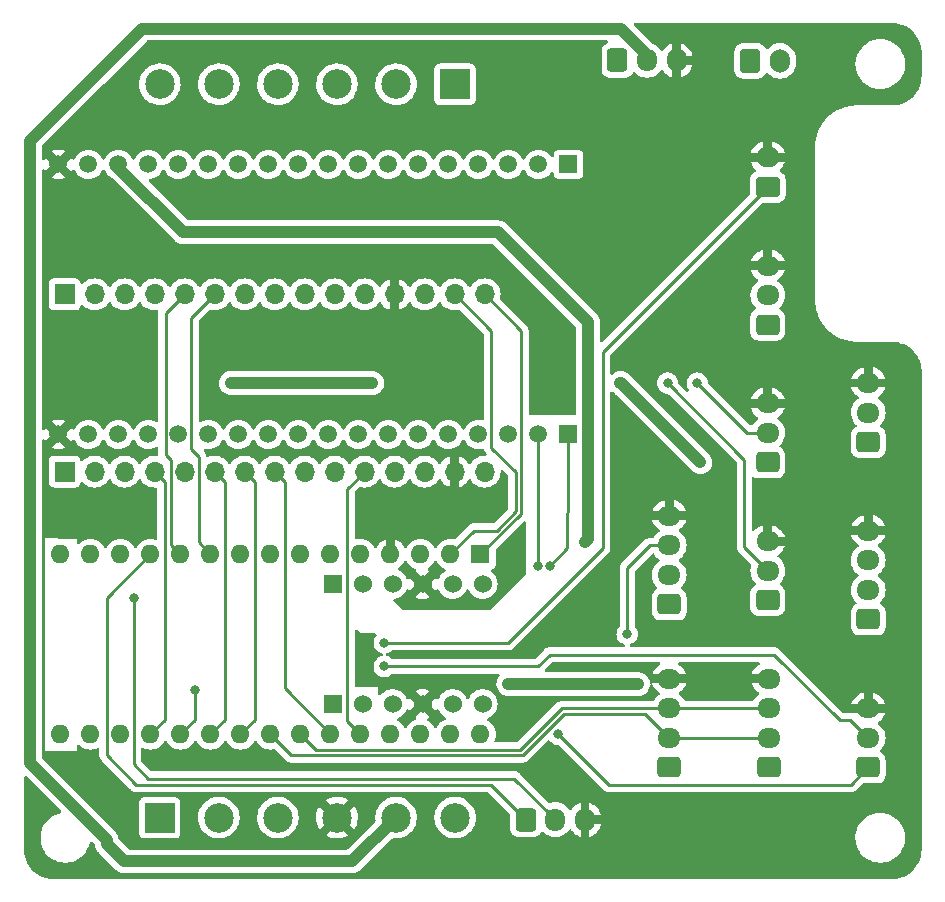
<source format=gbr>
%TF.GenerationSoftware,KiCad,Pcbnew,(6.0.4)*%
%TF.CreationDate,2022-09-17T14:54:46+01:00*%
%TF.ProjectId,eChook Wireless Board,6543686f-6f6b-4205-9769-72656c657373,rev?*%
%TF.SameCoordinates,Original*%
%TF.FileFunction,Copper,L2,Bot*%
%TF.FilePolarity,Positive*%
%FSLAX46Y46*%
G04 Gerber Fmt 4.6, Leading zero omitted, Abs format (unit mm)*
G04 Created by KiCad (PCBNEW (6.0.4)) date 2022-09-17 14:54:46*
%MOMM*%
%LPD*%
G01*
G04 APERTURE LIST*
G04 Aperture macros list*
%AMRoundRect*
0 Rectangle with rounded corners*
0 $1 Rounding radius*
0 $2 $3 $4 $5 $6 $7 $8 $9 X,Y pos of 4 corners*
0 Add a 4 corners polygon primitive as box body*
4,1,4,$2,$3,$4,$5,$6,$7,$8,$9,$2,$3,0*
0 Add four circle primitives for the rounded corners*
1,1,$1+$1,$2,$3*
1,1,$1+$1,$4,$5*
1,1,$1+$1,$6,$7*
1,1,$1+$1,$8,$9*
0 Add four rect primitives between the rounded corners*
20,1,$1+$1,$2,$3,$4,$5,0*
20,1,$1+$1,$4,$5,$6,$7,0*
20,1,$1+$1,$6,$7,$8,$9,0*
20,1,$1+$1,$8,$9,$2,$3,0*%
G04 Aperture macros list end*
%TA.AperFunction,ComponentPad*%
%ADD10C,1.524000*%
%TD*%
%TA.AperFunction,ComponentPad*%
%ADD11R,1.524000X1.524000*%
%TD*%
%TA.AperFunction,ComponentPad*%
%ADD12RoundRect,0.250000X-0.600000X-0.725000X0.600000X-0.725000X0.600000X0.725000X-0.600000X0.725000X0*%
%TD*%
%TA.AperFunction,ComponentPad*%
%ADD13O,1.700000X1.950000*%
%TD*%
%TA.AperFunction,ComponentPad*%
%ADD14R,2.500000X2.500000*%
%TD*%
%TA.AperFunction,ComponentPad*%
%ADD15C,2.500000*%
%TD*%
%TA.AperFunction,ComponentPad*%
%ADD16R,1.498600X1.498600*%
%TD*%
%TA.AperFunction,ComponentPad*%
%ADD17C,1.498600*%
%TD*%
%TA.AperFunction,ComponentPad*%
%ADD18RoundRect,0.250000X-0.600000X-0.750000X0.600000X-0.750000X0.600000X0.750000X-0.600000X0.750000X0*%
%TD*%
%TA.AperFunction,ComponentPad*%
%ADD19O,1.700000X2.000000*%
%TD*%
%TA.AperFunction,ComponentPad*%
%ADD20RoundRect,0.250000X0.725000X-0.600000X0.725000X0.600000X-0.725000X0.600000X-0.725000X-0.600000X0*%
%TD*%
%TA.AperFunction,ComponentPad*%
%ADD21O,1.950000X1.700000*%
%TD*%
%TA.AperFunction,ComponentPad*%
%ADD22R,1.600000X1.600000*%
%TD*%
%TA.AperFunction,ComponentPad*%
%ADD23O,1.600000X1.600000*%
%TD*%
%TA.AperFunction,ComponentPad*%
%ADD24RoundRect,0.250000X0.750000X-0.600000X0.750000X0.600000X-0.750000X0.600000X-0.750000X-0.600000X0*%
%TD*%
%TA.AperFunction,ComponentPad*%
%ADD25O,2.000000X1.700000*%
%TD*%
%TA.AperFunction,ComponentPad*%
%ADD26R,1.700000X1.700000*%
%TD*%
%TA.AperFunction,ComponentPad*%
%ADD27O,1.700000X1.700000*%
%TD*%
%TA.AperFunction,ViaPad*%
%ADD28C,0.800000*%
%TD*%
%TA.AperFunction,Conductor*%
%ADD29C,1.000000*%
%TD*%
%TA.AperFunction,Conductor*%
%ADD30C,0.250000*%
%TD*%
G04 APERTURE END LIST*
D10*
%TO.P,U1,GND_1,GND*%
%TO.N,GND*%
X151743700Y-121180000D03*
%TO.P,U1,GND_2,GND*%
X151743700Y-111020000D03*
%TO.P,U1,HV,HV*%
%TO.N,+5V*%
X149203700Y-121180000D03*
D11*
%TO.P,U1,HV1,HV1*%
%TO.N,TX_HIGH*%
X144123700Y-121180000D03*
D10*
%TO.P,U1,HV2,HV2*%
%TO.N,RX_HIGH*%
X146663700Y-121180000D03*
%TO.P,U1,HV3,HV3*%
%TO.N,unconnected-(U1-PadHV3)*%
X154283700Y-121180000D03*
%TO.P,U1,HV4,HV4*%
%TO.N,unconnected-(U1-PadHV4)*%
X156823700Y-121180000D03*
%TO.P,U1,LV,LV*%
%TO.N,+3V3*%
X149203700Y-111020000D03*
D11*
%TO.P,U1,LV1,LV1*%
%TO.N,RX_LOW*%
X144123700Y-111020000D03*
D10*
%TO.P,U1,LV2,LV2*%
%TO.N,TX_LOW*%
X146663700Y-111020000D03*
%TO.P,U1,LV3,LV3*%
%TO.N,unconnected-(U1-PadLV3)*%
X154283700Y-111020000D03*
%TO.P,U1,LV4,LV4*%
%TO.N,unconnected-(U1-PadLV4)*%
X156823700Y-111020000D03*
%TD*%
D12*
%TO.P,J18,1,1*%
%TO.N,MODE_INPUT_1*%
X160500000Y-130975000D03*
D13*
%TO.P,J18,2,2*%
%TO.N,MODE_INPUT_2*%
X163000000Y-130975000D03*
%TO.P,J18,3,3*%
%TO.N,GND*%
X165500000Y-130975000D03*
%TD*%
D14*
%TO.P,J17,1,Pin_1*%
%TO.N,TEMP2_B2B*%
X154500000Y-68700000D03*
D15*
%TO.P,J17,2,Pin_2*%
%TO.N,TEMP1_B2B*%
X149500000Y-68700000D03*
%TO.P,J17,3,Pin_3*%
%TO.N,SCREEN_SWITCH_B2B*%
X144500000Y-68700000D03*
%TO.P,J17,4,Pin_4*%
%TO.N,RACE_START_B2B*%
X139500000Y-68700000D03*
%TO.P,J17,5,Pin_5*%
%TO.N,MRPM_B2B*%
X134500000Y-68700000D03*
%TO.P,J17,6,Pin_6*%
%TO.N,WRPM_B2B*%
X129500000Y-68700000D03*
%TD*%
D14*
%TO.P,J16,1,Pin_1*%
%TO.N,THROTTLE_B2B*%
X129500000Y-130800000D03*
D15*
%TO.P,J16,2,Pin_2*%
%TO.N,CREF_B2B*%
X134500000Y-130800000D03*
%TO.P,J16,3,Pin_3*%
%TO.N,CSENSE_B2B*%
X139500000Y-130800000D03*
%TO.P,J16,4,Pin_4*%
%TO.N,GND*%
X144500000Y-130800000D03*
%TO.P,J16,5,Pin_5*%
%TO.N,12_B2B*%
X149500000Y-130800000D03*
%TO.P,J16,6,Pin_6*%
%TO.N,24_B2B*%
X154500000Y-130800000D03*
%TD*%
D16*
%TO.P,U2,1,GPIO21*%
%TO.N,unconnected-(U2-Pad1)*%
X164100000Y-75500000D03*
D17*
%TO.P,U2,2,GPIO13*%
%TO.N,unconnected-(U2-Pad2)*%
X161560000Y-75500000D03*
%TO.P,U2,3,GPIO12*%
%TO.N,unconnected-(U2-Pad3)*%
X159020000Y-75500000D03*
%TO.P,U2,4,GPIO14*%
%TO.N,unconnected-(U2-Pad4)*%
X156480000Y-75500000D03*
%TO.P,U2,5,GPIO27*%
%TO.N,unconnected-(U2-Pad5)*%
X153940000Y-75500000D03*
%TO.P,U2,6,GPIO26*%
%TO.N,unconnected-(U2-Pad6)*%
X151400000Y-75500000D03*
%TO.P,U2,7,GPIO25*%
%TO.N,unconnected-(U2-Pad7)*%
X148860000Y-75500000D03*
%TO.P,U2,8,GPIO33*%
%TO.N,unconnected-(U2-Pad8)*%
X146320000Y-75500000D03*
%TO.P,U2,9,GPIO32*%
%TO.N,unconnected-(U2-Pad9)*%
X143780000Y-75500000D03*
%TO.P,U2,10,GPIO35*%
%TO.N,unconnected-(U2-Pad10)*%
X141240000Y-75500000D03*
%TO.P,U2,11,GPIO34*%
%TO.N,unconnected-(U2-Pad11)*%
X138700000Y-75500000D03*
%TO.P,U2,12,GPIO39*%
%TO.N,unconnected-(U2-Pad12)*%
X136160000Y-75500000D03*
%TO.P,U2,13,GPIO38*%
%TO.N,unconnected-(U2-Pad13)*%
X133620000Y-75500000D03*
%TO.P,U2,14,GPIO37*%
%TO.N,unconnected-(U2-Pad14)*%
X131080000Y-75500000D03*
%TO.P,U2,15,GPIO36*%
%TO.N,unconnected-(U2-Pad15)*%
X128540000Y-75500000D03*
%TO.P,U2,16,3V3*%
%TO.N,+3V3*%
X126000000Y-75500000D03*
%TO.P,U2,17,5V*%
%TO.N,+5V*%
X123460000Y-75500000D03*
%TO.P,U2,18,GND*%
%TO.N,GND*%
X120920000Y-75500000D03*
%TO.P,U2,19,GND*%
X120920000Y-98360000D03*
%TO.P,U2,20,5V*%
%TO.N,+5V*%
X123460000Y-98360000D03*
%TO.P,U2,21,3V3*%
%TO.N,unconnected-(U2-Pad21)*%
X126000000Y-98360000D03*
%TO.P,U2,22,GND*%
%TO.N,unconnected-(U2-Pad22)*%
X128540000Y-98360000D03*
%TO.P,U2,23,RX*%
%TO.N,unconnected-(U2-Pad23)*%
X131080000Y-98360000D03*
%TO.P,U2,24,TX*%
%TO.N,unconnected-(U2-Pad24)*%
X133620000Y-98360000D03*
%TO.P,U2,25,RST*%
%TO.N,unconnected-(U2-Pad25)*%
X136160000Y-98360000D03*
%TO.P,U2,26,GPIO0*%
%TO.N,unconnected-(U2-Pad26)*%
X138700000Y-98360000D03*
%TO.P,U2,27,GPIO22*%
%TO.N,unconnected-(U2-Pad27)*%
X141240000Y-98360000D03*
%TO.P,U2,28,GPIO19*%
%TO.N,unconnected-(U2-Pad28)*%
X143780000Y-98360000D03*
%TO.P,U2,29,GPIO23*%
%TO.N,unconnected-(U2-Pad29)*%
X146320000Y-98360000D03*
%TO.P,U2,30,GPIO18*%
%TO.N,unconnected-(U2-Pad30)*%
X148860000Y-98360000D03*
%TO.P,U2,31,GPIO5*%
%TO.N,unconnected-(U2-Pad31)*%
X151400000Y-98360000D03*
%TO.P,U2,32,GPIO15*%
%TO.N,unconnected-(U2-Pad32)*%
X153940000Y-98360000D03*
%TO.P,U2,33,GPIO2*%
%TO.N,unconnected-(U2-Pad33)*%
X156480000Y-98360000D03*
%TO.P,U2,34,GPIO4*%
%TO.N,unconnected-(U2-Pad34)*%
X159020000Y-98360000D03*
%TO.P,U2,35,GPIO17*%
%TO.N,TX_LOW*%
X161560000Y-98360000D03*
D16*
%TO.P,U2,36,GPIO16*%
%TO.N,RX_LOW*%
X164100000Y-98360000D03*
%TD*%
D18*
%TO.P,J2,1,1*%
%TO.N,/+24V_ISOLATED*%
X179500000Y-66725000D03*
D19*
%TO.P,J2,2,2*%
%TO.N,24_B2B*%
X182000000Y-66725000D03*
%TD*%
D20*
%TO.P,J12,1,1*%
%TO.N,RACE_SWITCH*%
X189475000Y-126550000D03*
D21*
%TO.P,J12,2,2*%
%TO.N,TELEMETRY_SWITCH*%
X189475000Y-124050000D03*
%TO.P,J12,3,3*%
%TO.N,GND*%
X189475000Y-121550000D03*
%TD*%
D20*
%TO.P,J14,1,1*%
%TO.N,TEMP1_B2B*%
X189475000Y-99000000D03*
D21*
%TO.P,J14,2,2*%
%TO.N,TEMP2_B2B*%
X189475000Y-96500000D03*
%TO.P,J14,3,3*%
%TO.N,GND*%
X189475000Y-94000000D03*
%TD*%
D20*
%TO.P,J6,1,1*%
%TO.N,+5V*%
X172625000Y-126550000D03*
D21*
%TO.P,J6,2,2*%
%TO.N,SDA*%
X172625000Y-124050000D03*
%TO.P,J6,3,3*%
%TO.N,SCL*%
X172625000Y-121550000D03*
%TO.P,J6,4,4*%
%TO.N,GND*%
X172625000Y-119050000D03*
%TD*%
D20*
%TO.P,J15,1,1*%
%TO.N,+5V*%
X189475000Y-114025000D03*
D21*
%TO.P,J15,2,2*%
%TO.N,RACE_START_B2B*%
X189475000Y-111525000D03*
%TO.P,J15,3,3*%
%TO.N,SCREEN_SWITCH_B2B*%
X189475000Y-109025000D03*
%TO.P,J15,4,4*%
%TO.N,GND*%
X189475000Y-106525000D03*
%TD*%
D20*
%TO.P,J10,1,1*%
%TO.N,+5V*%
X180975000Y-112387500D03*
D21*
%TO.P,J10,2,2*%
%TO.N,WRPM_B2B*%
X180975000Y-109887500D03*
%TO.P,J10,3,3*%
%TO.N,GND*%
X180975000Y-107387500D03*
%TD*%
D22*
%TO.P,A1,1,D1/TX*%
%TO.N,BT_OUT*%
X156650000Y-108500000D03*
D23*
%TO.P,A1,2,D0/RX*%
%TO.N,BT_IN*%
X154110000Y-108500000D03*
%TO.P,A1,3,~{RESET}*%
%TO.N,unconnected-(A1-Pad3)*%
X151570000Y-108500000D03*
%TO.P,A1,4,GND*%
%TO.N,GND*%
X149030000Y-108500000D03*
%TO.P,A1,5,D2*%
%TO.N,MOTOR_RPM*%
X146490000Y-108500000D03*
%TO.P,A1,6,D3*%
%TO.N,WHEEL_RPM*%
X143950000Y-108500000D03*
%TO.P,A1,7,D4*%
%TO.N,RACE_SWITCH*%
X141410000Y-108500000D03*
%TO.P,A1,8,D5*%
%TO.N,MOTOR_PWM*%
X138870000Y-108500000D03*
%TO.P,A1,9,D6*%
%TO.N,TELEMETRY_SWITCH*%
X136330000Y-108500000D03*
%TO.P,A1,10,D7*%
%TO.N,BRAKE*%
X133790000Y-108500000D03*
%TO.P,A1,11,D8*%
%TO.N,RACE_START*%
X131250000Y-108500000D03*
%TO.P,A1,12,D9*%
%TO.N,MODE_INPUT_1*%
X128710000Y-108500000D03*
%TO.P,A1,13,D10*%
%TO.N,MODE_INPUT_2*%
X126170000Y-108500000D03*
%TO.P,A1,14,D11*%
%TO.N,SCREEN_SWITCH*%
X123630000Y-108500000D03*
%TO.P,A1,15,D12*%
%TO.N,TX_HIGH*%
X121090000Y-108500000D03*
%TO.P,A1,16,D13*%
%TO.N,RX_HIGH*%
X121090000Y-123740000D03*
%TO.P,A1,17,3V3*%
%TO.N,unconnected-(A1-Pad17)*%
X123630000Y-123740000D03*
%TO.P,A1,18,AREF*%
%TO.N,unconnected-(A1-Pad18)*%
X126170000Y-123740000D03*
%TO.P,A1,19,A0*%
%TO.N,BATT_T*%
X128710000Y-123740000D03*
%TO.P,A1,20,A1*%
%TO.N,TEMP_1*%
X131250000Y-123740000D03*
%TO.P,A1,21,A2*%
%TO.N,CURRENT*%
X133790000Y-123740000D03*
%TO.P,A1,22,A3*%
%TO.N,THROTTLE*%
X136330000Y-123740000D03*
%TO.P,A1,23,A4*%
%TO.N,SDA*%
X138870000Y-123740000D03*
%TO.P,A1,24,A5*%
%TO.N,SCL*%
X141410000Y-123740000D03*
%TO.P,A1,25,A6*%
%TO.N,TEMP_2*%
X143950000Y-123740000D03*
%TO.P,A1,26,A7*%
%TO.N,BATT_1*%
X146490000Y-123740000D03*
%TO.P,A1,27,+5V*%
%TO.N,+5V*%
X149030000Y-123740000D03*
%TO.P,A1,28,~{RESET}*%
%TO.N,unconnected-(A1-Pad28)*%
X151570000Y-123740000D03*
%TO.P,A1,29,GND*%
%TO.N,GND*%
X154110000Y-123740000D03*
%TO.P,A1,30,VIN*%
%TO.N,unconnected-(A1-Pad30)*%
X156650000Y-123740000D03*
%TD*%
D20*
%TO.P,J8,1,1*%
%TO.N,+5V*%
X181050000Y-126550000D03*
D21*
%TO.P,J8,2,2*%
%TO.N,SDA*%
X181050000Y-124050000D03*
%TO.P,J8,3,3*%
%TO.N,SCL*%
X181050000Y-121550000D03*
%TO.P,J8,4,4*%
%TO.N,GND*%
X181050000Y-119050000D03*
%TD*%
D24*
%TO.P,J3,1,1*%
%TO.N,MOTOR_PWM*%
X180975000Y-77400000D03*
D25*
%TO.P,J3,2,2*%
%TO.N,GND*%
X180975000Y-74900000D03*
%TD*%
D20*
%TO.P,J9,1,1*%
%TO.N,+5V*%
X180975000Y-100725000D03*
D21*
%TO.P,J9,2,2*%
%TO.N,MRPM_B2B*%
X180975000Y-98225000D03*
%TO.P,J9,3,3*%
%TO.N,GND*%
X180975000Y-95725000D03*
%TD*%
D20*
%TO.P,J5,1,1*%
%TO.N,+5V*%
X180975000Y-89062500D03*
D21*
%TO.P,J5,2,2*%
%TO.N,THROTTLE_B2B*%
X180975000Y-86562500D03*
%TO.P,J5,3,3*%
%TO.N,GND*%
X180975000Y-84062500D03*
%TD*%
D12*
%TO.P,J1,1,1*%
%TO.N,/+24V_ISOLATED*%
X168250000Y-66675000D03*
D13*
%TO.P,J1,2,2*%
%TO.N,12_B2B*%
X170750000Y-66675000D03*
%TO.P,J1,3,3*%
%TO.N,GND*%
X173250000Y-66675000D03*
%TD*%
D20*
%TO.P,J13,1,1*%
%TO.N,+5V*%
X172625000Y-112750000D03*
D21*
%TO.P,J13,2,2*%
%TO.N,CREF_B2B*%
X172625000Y-110250000D03*
%TO.P,J13,3,3*%
%TO.N,CSENSE_B2B*%
X172625000Y-107750000D03*
%TO.P,J13,4,4*%
%TO.N,GND*%
X172625000Y-105250000D03*
%TD*%
D26*
%TO.P,J7,1,Pin_1*%
%TO.N,SCREEN_SWITCH*%
X121440800Y-86498900D03*
D27*
%TO.P,J7,2,Pin_2*%
%TO.N,unconnected-(J7-Pad2)*%
X123980800Y-86498900D03*
%TO.P,J7,3,Pin_3*%
%TO.N,unconnected-(J7-Pad3)*%
X126520800Y-86498900D03*
%TO.P,J7,4,Pin_4*%
%TO.N,unconnected-(J7-Pad4)*%
X129060800Y-86498900D03*
%TO.P,J7,5,Pin_5*%
%TO.N,RACE_START*%
X131600800Y-86498900D03*
%TO.P,J7,6,Pin_6*%
%TO.N,BRAKE*%
X134140800Y-86498900D03*
%TO.P,J7,7,Pin_7*%
%TO.N,unconnected-(J7-Pad7)*%
X136680800Y-86498900D03*
%TO.P,J7,8,Pin_8*%
%TO.N,unconnected-(J7-Pad8)*%
X139220800Y-86498900D03*
%TO.P,J7,9,Pin_9*%
%TO.N,unconnected-(J7-Pad9)*%
X141760800Y-86498900D03*
%TO.P,J7,10,Pin_10*%
%TO.N,WHEEL_RPM*%
X144300800Y-86498900D03*
%TO.P,J7,11,Pin_11*%
%TO.N,MOTOR_RPM*%
X146840800Y-86498900D03*
%TO.P,J7,12,Pin_12*%
%TO.N,GND*%
X149380800Y-86498900D03*
%TO.P,J7,13,Pin_13*%
%TO.N,unconnected-(J7-Pad13)*%
X151920800Y-86498900D03*
%TO.P,J7,14,Pin_14*%
%TO.N,BT_IN*%
X154460800Y-86498900D03*
%TO.P,J7,15,Pin_15*%
%TO.N,BT_OUT*%
X157000800Y-86498900D03*
%TD*%
D26*
%TO.P,J4,1,Pin_1*%
%TO.N,unconnected-(J4-Pad1)*%
X121440800Y-101499800D03*
D27*
%TO.P,J4,2,Pin_2*%
%TO.N,unconnected-(J4-Pad2)*%
X123980800Y-101499800D03*
%TO.P,J4,3,Pin_3*%
%TO.N,unconnected-(J4-Pad3)*%
X126520800Y-101499800D03*
%TO.P,J4,4,Pin_4*%
%TO.N,BATT_T*%
X129060800Y-101499800D03*
%TO.P,J4,5,Pin_5*%
%TO.N,unconnected-(J4-Pad5)*%
X131600800Y-101499800D03*
%TO.P,J4,6,Pin_6*%
%TO.N,CURRENT*%
X134140800Y-101499800D03*
%TO.P,J4,7,Pin_7*%
%TO.N,THROTTLE*%
X136680800Y-101499800D03*
%TO.P,J4,8,Pin_8*%
%TO.N,TEMP_2*%
X139220800Y-101499800D03*
%TO.P,J4,9,Pin_9*%
%TO.N,TEMP_1*%
X141760800Y-101499800D03*
%TO.P,J4,10,Pin_10*%
%TO.N,unconnected-(J4-Pad10)*%
X144300800Y-101499800D03*
%TO.P,J4,11,Pin_11*%
%TO.N,BATT_1*%
X146840800Y-101499800D03*
%TO.P,J4,12,Pin_12*%
%TO.N,+5V*%
X149380800Y-101499800D03*
%TO.P,J4,13,Pin_13*%
%TO.N,unconnected-(J4-Pad13)*%
X151920800Y-101499800D03*
%TO.P,J4,14,Pin_14*%
%TO.N,GND*%
X154460800Y-101499800D03*
%TO.P,J4,15,Pin_15*%
%TO.N,unconnected-(J4-Pad15)*%
X157000800Y-101499800D03*
%TD*%
D28*
%TO.N,GND*%
X159000000Y-107700000D03*
X160000000Y-106700000D03*
X160000000Y-123200000D03*
X159000000Y-123200000D03*
X160000000Y-122200000D03*
X159000000Y-122200000D03*
X147996758Y-105686318D03*
X147000000Y-105700000D03*
X148000000Y-104700000D03*
X147000000Y-104700000D03*
X149500000Y-90700000D03*
X150500000Y-90700000D03*
X150500000Y-89700000D03*
X149500000Y-89700000D03*
X123500000Y-92200000D03*
X124500000Y-92200000D03*
X124500000Y-91200000D03*
X123500000Y-91200000D03*
X125500000Y-130200000D03*
X126500000Y-130200000D03*
X126500000Y-129200000D03*
X125500000Y-129200000D03*
X124000000Y-72700000D03*
X123000000Y-72700000D03*
X124000000Y-71700000D03*
X123000000Y-71700000D03*
X177000000Y-66200000D03*
X176000000Y-66200000D03*
X177000000Y-68200000D03*
X176000000Y-68200000D03*
X177000000Y-67200000D03*
X176000000Y-67200000D03*
X179500000Y-92200000D03*
X180500000Y-92200000D03*
X181500000Y-92200000D03*
X177000000Y-85200000D03*
X177000000Y-83200000D03*
X177000000Y-84200000D03*
X192000000Y-117700000D03*
X190500000Y-117700000D03*
X189000000Y-117700000D03*
X192000000Y-102700000D03*
X190500000Y-102700000D03*
X189000000Y-102700000D03*
X169000000Y-134200000D03*
X169000000Y-132700000D03*
X169000000Y-131200000D03*
X174500000Y-110000000D03*
X174500000Y-111000000D03*
X175500000Y-115500000D03*
X174500000Y-114500000D03*
X175500000Y-110000000D03*
X175500000Y-114500000D03*
X174500000Y-115500000D03*
X175500000Y-111000000D03*
%TO.N,RACE_SWITCH*%
X163250000Y-123750000D03*
%TO.N,MOTOR_PWM*%
X148500000Y-116000000D03*
%TO.N,TELEMETRY_SWITCH*%
X148500000Y-118000000D03*
%TO.N,MODE_INPUT_2*%
X127294511Y-112205489D03*
%TO.N,TEMP_1*%
X132500000Y-120000000D03*
%TO.N,+5V*%
X168500000Y-94000000D03*
X170000000Y-119500000D03*
X175275000Y-100725000D03*
X159000000Y-119500000D03*
X147500000Y-94000000D03*
X135500000Y-94000000D03*
%TO.N,MRPM_B2B*%
X175000000Y-94000000D03*
%TO.N,WRPM_B2B*%
X172500000Y-94000000D03*
%TO.N,CSENSE_B2B*%
X169065665Y-115267746D03*
%TO.N,+3V3*%
X165500000Y-107500000D03*
%TO.N,RX_LOW*%
X162500000Y-109500000D03*
%TO.N,TX_LOW*%
X161500000Y-109500000D03*
%TD*%
D29*
%TO.N,GND*%
X149030000Y-108500000D02*
X149166527Y-108500000D01*
%TO.N,12_B2B*%
X126500000Y-134500000D02*
X145800000Y-134500000D01*
X125000000Y-132677274D02*
X125000000Y-133000000D01*
X118500000Y-126177274D02*
X125000000Y-132677274D01*
X125000000Y-133000000D02*
X126500000Y-134500000D01*
X118500000Y-73500000D02*
X118500000Y-126177274D01*
X128000000Y-64000000D02*
X118500000Y-73500000D01*
X170750000Y-66675000D02*
X170750000Y-66224334D01*
X170750000Y-66224334D02*
X168525666Y-64000000D01*
X168525666Y-64000000D02*
X128000000Y-64000000D01*
X145800000Y-134500000D02*
X149500000Y-130800000D01*
D30*
%TO.N,MODE_INPUT_1*%
X125000000Y-125500000D02*
X125000000Y-112210000D01*
X127500000Y-128000000D02*
X125000000Y-125500000D01*
X125000000Y-112210000D02*
X128710000Y-108500000D01*
X160000000Y-130475000D02*
X157525000Y-128000000D01*
X157525000Y-128000000D02*
X127500000Y-128000000D01*
%TO.N,MODE_INPUT_2*%
X159525000Y-127500000D02*
X162500000Y-130475000D01*
X128500000Y-127500000D02*
X159525000Y-127500000D01*
X127294511Y-126294511D02*
X128500000Y-127500000D01*
X127294511Y-112205489D02*
X127294511Y-126294511D01*
%TO.N,BT_OUT*%
X160093811Y-105056189D02*
X160093811Y-89591911D01*
X156650000Y-108500000D02*
X160093811Y-105056189D01*
X160093811Y-89591911D02*
X157000800Y-86498900D01*
%TO.N,BT_IN*%
X158007141Y-106507141D02*
X156102859Y-106507141D01*
X159644291Y-104869991D02*
X158007141Y-106507141D01*
X157553811Y-99469520D02*
X159644291Y-101560000D01*
X156102859Y-106507141D02*
X154110000Y-108500000D01*
X154460800Y-86498900D02*
X157553811Y-89591911D01*
X157553811Y-89591911D02*
X157553811Y-99469520D01*
X159644291Y-101560000D02*
X159644291Y-104869991D01*
%TO.N,RACE_SWITCH*%
X163250000Y-123750000D02*
X167500000Y-128000000D01*
X188025000Y-128000000D02*
X167500000Y-128000000D01*
X189475000Y-126550000D02*
X188025000Y-128000000D01*
%TO.N,MOTOR_PWM*%
X180975000Y-77400000D02*
X167000000Y-91375000D01*
X167000000Y-91375000D02*
X167000000Y-108000000D01*
X167000000Y-108000000D02*
X159000000Y-116000000D01*
X159000000Y-116000000D02*
X148500000Y-116000000D01*
%TO.N,TELEMETRY_SWITCH*%
X187975480Y-122550480D02*
X187050480Y-122550480D01*
X187050480Y-122550480D02*
X181500000Y-117000000D01*
X162500000Y-117000000D02*
X161500000Y-118000000D01*
X161500000Y-118000000D02*
X148500000Y-118000000D01*
X181500000Y-117000000D02*
X162500000Y-117000000D01*
X189475000Y-124050000D02*
X187975480Y-122550480D01*
%TO.N,BRAKE*%
X132775311Y-100227689D02*
X132775311Y-107485311D01*
X132153811Y-88485889D02*
X132153811Y-99606189D01*
X134140800Y-86498900D02*
X132153811Y-88485889D01*
X132153811Y-99606189D02*
X132775311Y-100227689D01*
X132775311Y-107485311D02*
X133790000Y-108500000D01*
%TO.N,RACE_START*%
X130426289Y-100516289D02*
X130006189Y-100096189D01*
X130426289Y-107676289D02*
X130426289Y-100516289D01*
X130006189Y-88093511D02*
X131600800Y-86498900D01*
X130006189Y-100096189D02*
X130006189Y-88093511D01*
X131250000Y-108500000D02*
X130426289Y-107676289D01*
%TO.N,BATT_T*%
X129910800Y-102349800D02*
X129910800Y-122539200D01*
X129910800Y-122539200D02*
X128710000Y-123740000D01*
X129060800Y-101499800D02*
X129910800Y-102349800D01*
%TO.N,TEMP_1*%
X131250000Y-123740000D02*
X132490000Y-122500000D01*
X132490000Y-122500000D02*
X132500000Y-122500000D01*
X132500000Y-122500000D02*
X132500000Y-120000000D01*
%TO.N,CURRENT*%
X134990800Y-102349800D02*
X134990800Y-122539200D01*
X134140800Y-101499800D02*
X134990800Y-102349800D01*
X134990800Y-122539200D02*
X133790000Y-123740000D01*
%TO.N,THROTTLE*%
X137530800Y-102349800D02*
X137530800Y-122539200D01*
X137530800Y-122539200D02*
X136330000Y-123740000D01*
X136680800Y-101499800D02*
X137530800Y-102349800D01*
%TO.N,SDA*%
X160221687Y-125514031D02*
X160485009Y-125250708D01*
X160485009Y-125250708D02*
X163735718Y-122000000D01*
X170575000Y-122000000D02*
X172625000Y-124050000D01*
X140644031Y-125514031D02*
X160221687Y-125514031D01*
X138870000Y-123740000D02*
X140644031Y-125514031D01*
X172625000Y-124050000D02*
X181050000Y-124050000D01*
X163735718Y-122000000D02*
X170575000Y-122000000D01*
%TO.N,SCL*%
X142734511Y-125064511D02*
X160035489Y-125064511D01*
X163550000Y-121550000D02*
X172625000Y-121550000D01*
X160035489Y-125064511D02*
X163550000Y-121550000D01*
X141410000Y-123740000D02*
X142734511Y-125064511D01*
X172625000Y-121550000D02*
X181050000Y-121550000D01*
%TO.N,TEMP_2*%
X140070800Y-119860800D02*
X143950000Y-123740000D01*
X140070800Y-102349800D02*
X140070800Y-119860800D01*
X139220800Y-101499800D02*
X140070800Y-102349800D01*
%TO.N,BATT_1*%
X145365489Y-122615489D02*
X146490000Y-123740000D01*
X146840800Y-101499800D02*
X145365489Y-102975111D01*
X145365489Y-102975111D02*
X145365489Y-122615489D01*
D29*
%TO.N,+5V*%
X147500000Y-94000000D02*
X135500000Y-94000000D01*
X168550000Y-94000000D02*
X168500000Y-94000000D01*
X175275000Y-100725000D02*
X168550000Y-94000000D01*
X159000000Y-119500000D02*
X170000000Y-119500000D01*
D30*
%TO.N,MRPM_B2B*%
X179225000Y-98225000D02*
X180975000Y-98225000D01*
X175000000Y-94000000D02*
X179225000Y-98225000D01*
%TO.N,WRPM_B2B*%
X172500000Y-94000000D02*
X179000000Y-100500000D01*
X179000000Y-107912500D02*
X180975000Y-109887500D01*
X179000000Y-100500000D02*
X179000000Y-107912500D01*
%TO.N,CSENSE_B2B*%
X169065665Y-109684335D02*
X171000000Y-107750000D01*
X171000000Y-107750000D02*
X172625000Y-107750000D01*
X169065665Y-115267746D02*
X169065665Y-109684335D01*
D29*
%TO.N,+3V3*%
X131470000Y-81240000D02*
X126000000Y-75770000D01*
X165500000Y-107500000D02*
X165760000Y-107240000D01*
X126000000Y-75770000D02*
X126000000Y-75500000D01*
X165760000Y-107240000D02*
X165760000Y-88860000D01*
X165760000Y-88860000D02*
X158140000Y-81240000D01*
X158140000Y-81240000D02*
X131470000Y-81240000D01*
D30*
%TO.N,RX_LOW*%
X164000000Y-108000000D02*
X164000000Y-105000000D01*
X164000000Y-105000000D02*
X164100000Y-104900000D01*
X162500000Y-109500000D02*
X164000000Y-108000000D01*
X164100000Y-104900000D02*
X164100000Y-98360000D01*
%TO.N,TX_LOW*%
X161500000Y-109500000D02*
X161560000Y-109440000D01*
X161560000Y-109440000D02*
X161560000Y-98360000D01*
%TD*%
%TA.AperFunction,Conductor*%
%TO.N,GND*%
G36*
X191470643Y-63502000D02*
G01*
X191484950Y-63504228D01*
X191484953Y-63504228D01*
X191493823Y-63505609D01*
X191502724Y-63504445D01*
X191502730Y-63504445D01*
X191510558Y-63503421D01*
X191534503Y-63502587D01*
X191793674Y-63518264D01*
X191808778Y-63520098D01*
X192090672Y-63571757D01*
X192105445Y-63575398D01*
X192379066Y-63660662D01*
X192393284Y-63666054D01*
X192638968Y-63776628D01*
X192654624Y-63783674D01*
X192668097Y-63790745D01*
X192913358Y-63939011D01*
X192925879Y-63947654D01*
X193151476Y-64124397D01*
X193162865Y-64134487D01*
X193365513Y-64337135D01*
X193375603Y-64348524D01*
X193552346Y-64574121D01*
X193560989Y-64586642D01*
X193709255Y-64831903D01*
X193716325Y-64845374D01*
X193819293Y-65074158D01*
X193833944Y-65106712D01*
X193839338Y-65120934D01*
X193893455Y-65294600D01*
X193924602Y-65394555D01*
X193928243Y-65409328D01*
X193979902Y-65691223D01*
X193981736Y-65706327D01*
X193982339Y-65716292D01*
X193993266Y-65896935D01*
X193996981Y-65958356D01*
X193995787Y-65983726D01*
X193995772Y-65984952D01*
X193994391Y-65993823D01*
X193995555Y-66002725D01*
X193995555Y-66002728D01*
X193998436Y-66024756D01*
X193999500Y-66041093D01*
X193999500Y-67951259D01*
X193998000Y-67970643D01*
X193994391Y-67993823D01*
X193995555Y-68002724D01*
X193995555Y-68002730D01*
X193996579Y-68010558D01*
X193997413Y-68034503D01*
X193981736Y-68293674D01*
X193979902Y-68308778D01*
X193928243Y-68590672D01*
X193924602Y-68605445D01*
X193863699Y-68800891D01*
X193839340Y-68879061D01*
X193833946Y-68893284D01*
X193747112Y-69086220D01*
X193716326Y-69154624D01*
X193709256Y-69168096D01*
X193687550Y-69204001D01*
X193560989Y-69413358D01*
X193552346Y-69425879D01*
X193375603Y-69651476D01*
X193365513Y-69662865D01*
X193162865Y-69865513D01*
X193151476Y-69875603D01*
X192925879Y-70052346D01*
X192913358Y-70060989D01*
X192668097Y-70209255D01*
X192654626Y-70216325D01*
X192393284Y-70333946D01*
X192379066Y-70339338D01*
X192195063Y-70396676D01*
X192105445Y-70424602D01*
X192090672Y-70428243D01*
X191808777Y-70479902D01*
X191793673Y-70481736D01*
X191711929Y-70486681D01*
X191541640Y-70496981D01*
X191516274Y-70495787D01*
X191515048Y-70495772D01*
X191506177Y-70494391D01*
X191497275Y-70495555D01*
X191497272Y-70495555D01*
X191475244Y-70498436D01*
X191458907Y-70499500D01*
X188552576Y-70499500D01*
X188531671Y-70497754D01*
X188512354Y-70494504D01*
X188506234Y-70494429D01*
X188504864Y-70494412D01*
X188504858Y-70494412D01*
X188500000Y-70494353D01*
X188495183Y-70495043D01*
X188493968Y-70495122D01*
X188484303Y-70496049D01*
X188278236Y-70506172D01*
X188159566Y-70512002D01*
X188159561Y-70512002D01*
X188156477Y-70512154D01*
X187971870Y-70539538D01*
X187819329Y-70562165D01*
X187819325Y-70562166D01*
X187816263Y-70562620D01*
X187813264Y-70563371D01*
X187813260Y-70563372D01*
X187647929Y-70604785D01*
X187482633Y-70646190D01*
X187479736Y-70647227D01*
X187479728Y-70647229D01*
X187333330Y-70699612D01*
X187158801Y-70762059D01*
X186847885Y-70909111D01*
X186845243Y-70910694D01*
X186845244Y-70910694D01*
X186555531Y-71084341D01*
X186555522Y-71084347D01*
X186552881Y-71085930D01*
X186550396Y-71087773D01*
X186347918Y-71237941D01*
X186276628Y-71290813D01*
X186021787Y-71521787D01*
X185790813Y-71776628D01*
X185788969Y-71779114D01*
X185788966Y-71779118D01*
X185667459Y-71942952D01*
X185585930Y-72052881D01*
X185584347Y-72055522D01*
X185584341Y-72055531D01*
X185449566Y-72280390D01*
X185409111Y-72347885D01*
X185407797Y-72350664D01*
X185407795Y-72350667D01*
X185398895Y-72369485D01*
X185262059Y-72658801D01*
X185146190Y-72982633D01*
X185062620Y-73316263D01*
X185012154Y-73656477D01*
X185012002Y-73659563D01*
X185012002Y-73659567D01*
X184996456Y-73976020D01*
X184995804Y-73982408D01*
X184995773Y-73984946D01*
X184994391Y-73993823D01*
X184995555Y-74002725D01*
X184995555Y-74002728D01*
X184998436Y-74024756D01*
X184999500Y-74041093D01*
X184999500Y-86951259D01*
X184998000Y-86970643D01*
X184994391Y-86993823D01*
X184995326Y-87000971D01*
X184995527Y-87005062D01*
X184995522Y-87005467D01*
X184995577Y-87006076D01*
X185007085Y-87240330D01*
X185012154Y-87343523D01*
X185027892Y-87449622D01*
X185061018Y-87672935D01*
X185062620Y-87683737D01*
X185063371Y-87686736D01*
X185063372Y-87686740D01*
X185093582Y-87807343D01*
X185146190Y-88017367D01*
X185147227Y-88020264D01*
X185147229Y-88020272D01*
X185188843Y-88136574D01*
X185262059Y-88341199D01*
X185317417Y-88458243D01*
X185395125Y-88622543D01*
X185409111Y-88652115D01*
X185410694Y-88654756D01*
X185584341Y-88944469D01*
X185584347Y-88944478D01*
X185585930Y-88947119D01*
X185587773Y-88949604D01*
X185783267Y-89213197D01*
X185790813Y-89223372D01*
X186021787Y-89478213D01*
X186276628Y-89709187D01*
X186279114Y-89711031D01*
X186279118Y-89711034D01*
X186502101Y-89876409D01*
X186552881Y-89914070D01*
X186555522Y-89915653D01*
X186555531Y-89915659D01*
X186827645Y-90078758D01*
X186847885Y-90090889D01*
X187158801Y-90237941D01*
X187306568Y-90290813D01*
X187479728Y-90352771D01*
X187479736Y-90352773D01*
X187482633Y-90353810D01*
X187647929Y-90395215D01*
X187813260Y-90436628D01*
X187813264Y-90436629D01*
X187816263Y-90437380D01*
X187819325Y-90437834D01*
X187819329Y-90437835D01*
X188048996Y-90471903D01*
X188156477Y-90487846D01*
X188159563Y-90487998D01*
X188159567Y-90487998D01*
X188292521Y-90494530D01*
X188468653Y-90503182D01*
X188481149Y-90504536D01*
X188482840Y-90504688D01*
X188487646Y-90505496D01*
X188493956Y-90505573D01*
X188495141Y-90505588D01*
X188495146Y-90505588D01*
X188500000Y-90505647D01*
X188527051Y-90501773D01*
X188544913Y-90500500D01*
X191451259Y-90500500D01*
X191470643Y-90502000D01*
X191484950Y-90504228D01*
X191484953Y-90504228D01*
X191493823Y-90505609D01*
X191502724Y-90504445D01*
X191502730Y-90504445D01*
X191510558Y-90503421D01*
X191534503Y-90502587D01*
X191793674Y-90518264D01*
X191808778Y-90520098D01*
X192090672Y-90571757D01*
X192105445Y-90575398D01*
X192379066Y-90660662D01*
X192393284Y-90666054D01*
X192535163Y-90729909D01*
X192654624Y-90783674D01*
X192668097Y-90790745D01*
X192913358Y-90939011D01*
X192925879Y-90947654D01*
X193151476Y-91124397D01*
X193162865Y-91134487D01*
X193365513Y-91337135D01*
X193375603Y-91348524D01*
X193552346Y-91574121D01*
X193560989Y-91586642D01*
X193709255Y-91831903D01*
X193716326Y-91845376D01*
X193833944Y-92106712D01*
X193839340Y-92120939D01*
X193924602Y-92394555D01*
X193928243Y-92409328D01*
X193979902Y-92691223D01*
X193981736Y-92706327D01*
X193995963Y-92941519D01*
X193996981Y-92958356D01*
X193995787Y-92983726D01*
X193995772Y-92984952D01*
X193994391Y-92993823D01*
X193995555Y-93002725D01*
X193995555Y-93002728D01*
X193998436Y-93024756D01*
X193999500Y-93041093D01*
X193999500Y-133451259D01*
X193998000Y-133470643D01*
X193994391Y-133493823D01*
X193995555Y-133502724D01*
X193995555Y-133502730D01*
X193996579Y-133510558D01*
X193997413Y-133534503D01*
X193981736Y-133793674D01*
X193979902Y-133808778D01*
X193928243Y-134090672D01*
X193924602Y-134105445D01*
X193863699Y-134300891D01*
X193839340Y-134379061D01*
X193833946Y-134393284D01*
X193747112Y-134586220D01*
X193716326Y-134654624D01*
X193709255Y-134668097D01*
X193560989Y-134913358D01*
X193552346Y-134925879D01*
X193375603Y-135151476D01*
X193365513Y-135162865D01*
X193162865Y-135365513D01*
X193151476Y-135375603D01*
X192925879Y-135552346D01*
X192913358Y-135560989D01*
X192668097Y-135709255D01*
X192654626Y-135716325D01*
X192393284Y-135833946D01*
X192379066Y-135839338D01*
X192117033Y-135920991D01*
X192105445Y-135924602D01*
X192090672Y-135928243D01*
X191808777Y-135979902D01*
X191793673Y-135981736D01*
X191711929Y-135986681D01*
X191541640Y-135996981D01*
X191516274Y-135995787D01*
X191515048Y-135995772D01*
X191506177Y-135994391D01*
X191497275Y-135995555D01*
X191497272Y-135995555D01*
X191475244Y-135998436D01*
X191458907Y-135999500D01*
X120548741Y-135999500D01*
X120529357Y-135998000D01*
X120515050Y-135995772D01*
X120515047Y-135995772D01*
X120506177Y-135994391D01*
X120497276Y-135995555D01*
X120497270Y-135995555D01*
X120489442Y-135996579D01*
X120465497Y-135997413D01*
X120206326Y-135981736D01*
X120191222Y-135979902D01*
X119909328Y-135928243D01*
X119894555Y-135924602D01*
X119882967Y-135920991D01*
X119620934Y-135839338D01*
X119606716Y-135833946D01*
X119345374Y-135716325D01*
X119331903Y-135709255D01*
X119086642Y-135560989D01*
X119074121Y-135552346D01*
X118848524Y-135375603D01*
X118837135Y-135365513D01*
X118634487Y-135162865D01*
X118624397Y-135151476D01*
X118447654Y-134925879D01*
X118439011Y-134913358D01*
X118290745Y-134668097D01*
X118283674Y-134654624D01*
X118252888Y-134586220D01*
X118166054Y-134393284D01*
X118160660Y-134379061D01*
X118136302Y-134300891D01*
X118075398Y-134105445D01*
X118071757Y-134090672D01*
X118020098Y-133808778D01*
X118018264Y-133793673D01*
X118003239Y-133545272D01*
X118004474Y-133522021D01*
X118004254Y-133522001D01*
X118004690Y-133517142D01*
X118005496Y-133512354D01*
X118005647Y-133500000D01*
X118001773Y-133472949D01*
X118000500Y-133455087D01*
X118000500Y-127396885D01*
X118020502Y-127328764D01*
X118074158Y-127282271D01*
X118144432Y-127272167D01*
X118209012Y-127301661D01*
X118215595Y-127307790D01*
X121138292Y-130230487D01*
X121172318Y-130292799D01*
X121167253Y-130363614D01*
X121124706Y-130420450D01*
X121074748Y-130442964D01*
X120933814Y-130472150D01*
X120663842Y-130567752D01*
X120409342Y-130699109D01*
X120405841Y-130701570D01*
X120405837Y-130701572D01*
X120178529Y-130861327D01*
X120178523Y-130861332D01*
X120175024Y-130863791D01*
X120148203Y-130888715D01*
X120008518Y-131018518D01*
X119965224Y-131058749D01*
X119962510Y-131062065D01*
X119962507Y-131062068D01*
X119886872Y-131154476D01*
X119783823Y-131280377D01*
X119634180Y-131524573D01*
X119632453Y-131528507D01*
X119632452Y-131528509D01*
X119522887Y-131778105D01*
X119519062Y-131786818D01*
X119440600Y-132062261D01*
X119400246Y-132345804D01*
X119399536Y-132481405D01*
X119398849Y-132612795D01*
X119398747Y-132632200D01*
X119399306Y-132636444D01*
X119399306Y-132636448D01*
X119405994Y-132687245D01*
X119436129Y-132916149D01*
X119511702Y-133192398D01*
X119513386Y-133196346D01*
X119615629Y-133436049D01*
X119624068Y-133455835D01*
X119771146Y-133701585D01*
X119773830Y-133704936D01*
X119773832Y-133704938D01*
X119816060Y-133757647D01*
X119950215Y-133925100D01*
X119967235Y-133941251D01*
X120140259Y-134105445D01*
X120157962Y-134122245D01*
X120390543Y-134289371D01*
X120643653Y-134423386D01*
X120912610Y-134521810D01*
X121192436Y-134582822D01*
X121231901Y-134585928D01*
X121414597Y-134600307D01*
X121414604Y-134600307D01*
X121417053Y-134600500D01*
X121571992Y-134600500D01*
X121574128Y-134600354D01*
X121574139Y-134600354D01*
X121781460Y-134586220D01*
X121781466Y-134586219D01*
X121785737Y-134585928D01*
X121789932Y-134585059D01*
X121789934Y-134585059D01*
X121925962Y-134556889D01*
X122066186Y-134527850D01*
X122336158Y-134432248D01*
X122590658Y-134300891D01*
X122594159Y-134298430D01*
X122594163Y-134298428D01*
X122821471Y-134138673D01*
X122821477Y-134138668D01*
X122824976Y-134136209D01*
X123034776Y-133941251D01*
X123045575Y-133928058D01*
X123155568Y-133793673D01*
X123216177Y-133719623D01*
X123365820Y-133475427D01*
X123371361Y-133462805D01*
X123479214Y-133217110D01*
X123479215Y-133217106D01*
X123480938Y-133213182D01*
X123559400Y-132937739D01*
X123560005Y-132933488D01*
X123560897Y-132929293D01*
X123562808Y-132929699D01*
X123588882Y-132872315D01*
X123648536Y-132833818D01*
X123719532Y-132833684D01*
X123773358Y-132865552D01*
X123972284Y-133064478D01*
X124007286Y-133131759D01*
X124007527Y-133133130D01*
X124008785Y-133142211D01*
X124014880Y-133202216D01*
X124023491Y-133229693D01*
X124027339Y-133245481D01*
X124031227Y-133267535D01*
X124031229Y-133267541D01*
X124032336Y-133273821D01*
X124034686Y-133279756D01*
X124054538Y-133329898D01*
X124057620Y-133338601D01*
X124075662Y-133396172D01*
X124078755Y-133401751D01*
X124089615Y-133421343D01*
X124096567Y-133436049D01*
X124107160Y-133462805D01*
X124131173Y-133499500D01*
X124140186Y-133513274D01*
X124144954Y-133521178D01*
X124174203Y-133573944D01*
X124178355Y-133578788D01*
X124192933Y-133595797D01*
X124202696Y-133608800D01*
X124218455Y-133632882D01*
X124222917Y-133637838D01*
X124261829Y-133676750D01*
X124268402Y-133683848D01*
X124306477Y-133728271D01*
X124311514Y-133732178D01*
X124311516Y-133732180D01*
X124330857Y-133747182D01*
X124342726Y-133757647D01*
X125781111Y-135196032D01*
X125783563Y-135198553D01*
X125842881Y-135261280D01*
X125848111Y-135264942D01*
X125848112Y-135264943D01*
X125892292Y-135295878D01*
X125899657Y-135301448D01*
X125941456Y-135335539D01*
X125941460Y-135335542D01*
X125946403Y-135339573D01*
X125971913Y-135352910D01*
X125985800Y-135361353D01*
X126009379Y-135377863D01*
X126064740Y-135401820D01*
X126073072Y-135405795D01*
X126120873Y-135430784D01*
X126120876Y-135430785D01*
X126126530Y-135433741D01*
X126132657Y-135435498D01*
X126132660Y-135435499D01*
X126146358Y-135439426D01*
X126154201Y-135441675D01*
X126169505Y-135447155D01*
X126195919Y-135458586D01*
X126228124Y-135465314D01*
X126254967Y-135470922D01*
X126263930Y-135473140D01*
X126275694Y-135476513D01*
X126321913Y-135489766D01*
X126350612Y-135491974D01*
X126366705Y-135494265D01*
X126394880Y-135500151D01*
X126399719Y-135500405D01*
X126399722Y-135500405D01*
X126399871Y-135500413D01*
X126399887Y-135500413D01*
X126401539Y-135500500D01*
X126456564Y-135500500D01*
X126466231Y-135500871D01*
X126518210Y-135504871D01*
X126518214Y-135504871D01*
X126524570Y-135505360D01*
X126555172Y-135501494D01*
X126570965Y-135500500D01*
X145783830Y-135500500D01*
X145787349Y-135500549D01*
X145867271Y-135502782D01*
X145867274Y-135502782D01*
X145873653Y-135502960D01*
X145879938Y-135501852D01*
X145879948Y-135501851D01*
X145933066Y-135492484D01*
X145942208Y-135491215D01*
X146002216Y-135485120D01*
X146029693Y-135476509D01*
X146045479Y-135472662D01*
X146049985Y-135471867D01*
X146067535Y-135468773D01*
X146067541Y-135468771D01*
X146073821Y-135467664D01*
X146129898Y-135445462D01*
X146138601Y-135442380D01*
X146190085Y-135426246D01*
X146190089Y-135426244D01*
X146196172Y-135424338D01*
X146221342Y-135410385D01*
X146236049Y-135403433D01*
X146240123Y-135401820D01*
X146262805Y-135392840D01*
X146313277Y-135359812D01*
X146321181Y-135355044D01*
X146368363Y-135328891D01*
X146368366Y-135328889D01*
X146373944Y-135325797D01*
X146395797Y-135307067D01*
X146408800Y-135297304D01*
X146428835Y-135284193D01*
X146432882Y-135281545D01*
X146436475Y-135278310D01*
X146436479Y-135278307D01*
X146436604Y-135278194D01*
X146437838Y-135277083D01*
X146476750Y-135238171D01*
X146483848Y-135231598D01*
X146528271Y-135193523D01*
X146547182Y-135169143D01*
X146557647Y-135157274D01*
X147793179Y-133921742D01*
X149082720Y-132632200D01*
X188398747Y-132632200D01*
X188399306Y-132636444D01*
X188399306Y-132636448D01*
X188405994Y-132687245D01*
X188436129Y-132916149D01*
X188511702Y-133192398D01*
X188513386Y-133196346D01*
X188615629Y-133436049D01*
X188624068Y-133455835D01*
X188771146Y-133701585D01*
X188773830Y-133704936D01*
X188773832Y-133704938D01*
X188816060Y-133757647D01*
X188950215Y-133925100D01*
X188967235Y-133941251D01*
X189140259Y-134105445D01*
X189157962Y-134122245D01*
X189390543Y-134289371D01*
X189643653Y-134423386D01*
X189912610Y-134521810D01*
X190192436Y-134582822D01*
X190231901Y-134585928D01*
X190414597Y-134600307D01*
X190414604Y-134600307D01*
X190417053Y-134600500D01*
X190571992Y-134600500D01*
X190574128Y-134600354D01*
X190574139Y-134600354D01*
X190781460Y-134586220D01*
X190781466Y-134586219D01*
X190785737Y-134585928D01*
X190789932Y-134585059D01*
X190789934Y-134585059D01*
X190925962Y-134556889D01*
X191066186Y-134527850D01*
X191336158Y-134432248D01*
X191590658Y-134300891D01*
X191594159Y-134298430D01*
X191594163Y-134298428D01*
X191821471Y-134138673D01*
X191821477Y-134138668D01*
X191824976Y-134136209D01*
X192034776Y-133941251D01*
X192045575Y-133928058D01*
X192155568Y-133793673D01*
X192216177Y-133719623D01*
X192365820Y-133475427D01*
X192371361Y-133462805D01*
X192479214Y-133217110D01*
X192479215Y-133217106D01*
X192480938Y-133213182D01*
X192559400Y-132937739D01*
X192589267Y-132727881D01*
X192599149Y-132658448D01*
X192599149Y-132658446D01*
X192599754Y-132654196D01*
X192600692Y-132475058D01*
X192601231Y-132372086D01*
X192601231Y-132372080D01*
X192601253Y-132367800D01*
X192597798Y-132341552D01*
X192580364Y-132209129D01*
X192563871Y-132083851D01*
X192552055Y-132040657D01*
X192520479Y-131925237D01*
X192488298Y-131807602D01*
X192418996Y-131645127D01*
X192377618Y-131548117D01*
X192377616Y-131548113D01*
X192375932Y-131544165D01*
X192228854Y-131298415D01*
X192203314Y-131266535D01*
X192080500Y-131113239D01*
X192049785Y-131074900D01*
X191860628Y-130895396D01*
X191845147Y-130880705D01*
X191845144Y-130880703D01*
X191842038Y-130877755D01*
X191609457Y-130710629D01*
X191356347Y-130576614D01*
X191221869Y-130527402D01*
X191091421Y-130479665D01*
X191091419Y-130479664D01*
X191087390Y-130478190D01*
X190807564Y-130417178D01*
X190764389Y-130413780D01*
X190585403Y-130399693D01*
X190585396Y-130399693D01*
X190582947Y-130399500D01*
X190428008Y-130399500D01*
X190425872Y-130399646D01*
X190425861Y-130399646D01*
X190218540Y-130413780D01*
X190218534Y-130413781D01*
X190214263Y-130414072D01*
X190210068Y-130414941D01*
X190210066Y-130414941D01*
X190074748Y-130442964D01*
X189933814Y-130472150D01*
X189663842Y-130567752D01*
X189409342Y-130699109D01*
X189405841Y-130701570D01*
X189405837Y-130701572D01*
X189178529Y-130861327D01*
X189178523Y-130861332D01*
X189175024Y-130863791D01*
X189148203Y-130888715D01*
X189008518Y-131018518D01*
X188965224Y-131058749D01*
X188962510Y-131062065D01*
X188962507Y-131062068D01*
X188886872Y-131154476D01*
X188783823Y-131280377D01*
X188634180Y-131524573D01*
X188632453Y-131528507D01*
X188632452Y-131528509D01*
X188522887Y-131778105D01*
X188519062Y-131786818D01*
X188440600Y-132062261D01*
X188400246Y-132345804D01*
X188399536Y-132481405D01*
X188398849Y-132612795D01*
X188398747Y-132632200D01*
X149082720Y-132632200D01*
X149144492Y-132570428D01*
X149206804Y-132536403D01*
X149257089Y-132535734D01*
X149296693Y-132543253D01*
X149296697Y-132543253D01*
X149301282Y-132544124D01*
X149418058Y-132548712D01*
X149556595Y-132554156D01*
X149556601Y-132554156D01*
X149561263Y-132554339D01*
X149652865Y-132544307D01*
X149815245Y-132526524D01*
X149815250Y-132526523D01*
X149819898Y-132526014D01*
X149830195Y-132523303D01*
X150066982Y-132460962D01*
X150066984Y-132460961D01*
X150071505Y-132459771D01*
X150093084Y-132450500D01*
X150306263Y-132358911D01*
X150306265Y-132358910D01*
X150310557Y-132357066D01*
X150485513Y-132248800D01*
X150527820Y-132222620D01*
X150527822Y-132222618D01*
X150531803Y-132220155D01*
X150538520Y-132214469D01*
X150726809Y-132055071D01*
X150726811Y-132055069D01*
X150730382Y-132052046D01*
X150901931Y-131856431D01*
X150935879Y-131803654D01*
X151024000Y-131666654D01*
X151042683Y-131637608D01*
X151149544Y-131400385D01*
X151167836Y-131335528D01*
X151218898Y-131154476D01*
X151218899Y-131154473D01*
X151220168Y-131149972D01*
X151229718Y-131074900D01*
X151252604Y-130895001D01*
X151252604Y-130894997D01*
X151253002Y-130891871D01*
X151253295Y-130880705D01*
X151255325Y-130803160D01*
X151255408Y-130800000D01*
X151251993Y-130754049D01*
X152745194Y-130754049D01*
X152745418Y-130758715D01*
X152745418Y-130758720D01*
X152751016Y-130875255D01*
X152757677Y-131013930D01*
X152808435Y-131269112D01*
X152896355Y-131513989D01*
X153019504Y-131743180D01*
X153022299Y-131746923D01*
X153022301Y-131746926D01*
X153172385Y-131947913D01*
X153172390Y-131947919D01*
X153175177Y-131951651D01*
X153178486Y-131954931D01*
X153178491Y-131954937D01*
X153356637Y-132131535D01*
X153359954Y-132134823D01*
X153363716Y-132137581D01*
X153363719Y-132137584D01*
X153552988Y-132276361D01*
X153569775Y-132288670D01*
X153573910Y-132290846D01*
X153573914Y-132290848D01*
X153699774Y-132357066D01*
X153800033Y-132409815D01*
X154045667Y-132495594D01*
X154050260Y-132496466D01*
X154296693Y-132543253D01*
X154296696Y-132543253D01*
X154301282Y-132544124D01*
X154431273Y-132549232D01*
X154556595Y-132554156D01*
X154556601Y-132554156D01*
X154561263Y-132554339D01*
X154652865Y-132544307D01*
X154815245Y-132526524D01*
X154815250Y-132526523D01*
X154819898Y-132526014D01*
X154830195Y-132523303D01*
X155066982Y-132460962D01*
X155066984Y-132460961D01*
X155071505Y-132459771D01*
X155093084Y-132450500D01*
X155306263Y-132358911D01*
X155306265Y-132358910D01*
X155310557Y-132357066D01*
X155485513Y-132248800D01*
X155527820Y-132222620D01*
X155527822Y-132222618D01*
X155531803Y-132220155D01*
X155538520Y-132214469D01*
X155726809Y-132055071D01*
X155726811Y-132055069D01*
X155730382Y-132052046D01*
X155901931Y-131856431D01*
X155935879Y-131803654D01*
X156024000Y-131666654D01*
X156042683Y-131637608D01*
X156149544Y-131400385D01*
X156167836Y-131335528D01*
X156218898Y-131154476D01*
X156218899Y-131154473D01*
X156220168Y-131149972D01*
X156229718Y-131074900D01*
X156252604Y-130895001D01*
X156252604Y-130894997D01*
X156253002Y-130891871D01*
X156253295Y-130880705D01*
X156255325Y-130803160D01*
X156255408Y-130800000D01*
X156248953Y-130713137D01*
X156236472Y-130545186D01*
X156236471Y-130545182D01*
X156236126Y-130540534D01*
X156178705Y-130286768D01*
X156169984Y-130264341D01*
X156086098Y-130048630D01*
X156086097Y-130048628D01*
X156084405Y-130044277D01*
X155955299Y-129818388D01*
X155794223Y-129614064D01*
X155604714Y-129435792D01*
X155431430Y-129315580D01*
X155394779Y-129290154D01*
X155394776Y-129290152D01*
X155390937Y-129287489D01*
X155386747Y-129285423D01*
X155386744Y-129285421D01*
X155161775Y-129174479D01*
X155161772Y-129174478D01*
X155157587Y-129172414D01*
X155142252Y-129167505D01*
X154914237Y-129094517D01*
X154914239Y-129094517D01*
X154909792Y-129093094D01*
X154769569Y-129070257D01*
X154657606Y-129052023D01*
X154657605Y-129052023D01*
X154652994Y-129051272D01*
X154522914Y-129049569D01*
X154397512Y-129047927D01*
X154397509Y-129047927D01*
X154392835Y-129047866D01*
X154135030Y-129082952D01*
X154130544Y-129084260D01*
X154130542Y-129084260D01*
X154102807Y-129092344D01*
X153885243Y-129155758D01*
X153880990Y-129157718D01*
X153880989Y-129157719D01*
X153844634Y-129174479D01*
X153648961Y-129264686D01*
X153645056Y-129267246D01*
X153645051Y-129267249D01*
X153435288Y-129404775D01*
X153435283Y-129404779D01*
X153431375Y-129407341D01*
X153384389Y-129449278D01*
X153253296Y-129566283D01*
X153237265Y-129580591D01*
X153070895Y-129780629D01*
X152935920Y-130003061D01*
X152934111Y-130007375D01*
X152934110Y-130007377D01*
X152840553Y-130230487D01*
X152835305Y-130243001D01*
X152771261Y-130495177D01*
X152745194Y-130754049D01*
X151251993Y-130754049D01*
X151248953Y-130713137D01*
X151236472Y-130545186D01*
X151236471Y-130545182D01*
X151236126Y-130540534D01*
X151178705Y-130286768D01*
X151169984Y-130264341D01*
X151086098Y-130048630D01*
X151086097Y-130048628D01*
X151084405Y-130044277D01*
X150955299Y-129818388D01*
X150794223Y-129614064D01*
X150604714Y-129435792D01*
X150431430Y-129315580D01*
X150394779Y-129290154D01*
X150394776Y-129290152D01*
X150390937Y-129287489D01*
X150386747Y-129285423D01*
X150386744Y-129285421D01*
X150161775Y-129174479D01*
X150161772Y-129174478D01*
X150157587Y-129172414D01*
X150142252Y-129167505D01*
X149914237Y-129094517D01*
X149914239Y-129094517D01*
X149909792Y-129093094D01*
X149769569Y-129070257D01*
X149657606Y-129052023D01*
X149657605Y-129052023D01*
X149652994Y-129051272D01*
X149522914Y-129049569D01*
X149397512Y-129047927D01*
X149397509Y-129047927D01*
X149392835Y-129047866D01*
X149135030Y-129082952D01*
X149130544Y-129084260D01*
X149130542Y-129084260D01*
X149102807Y-129092344D01*
X148885243Y-129155758D01*
X148880990Y-129157718D01*
X148880989Y-129157719D01*
X148844634Y-129174479D01*
X148648961Y-129264686D01*
X148645056Y-129267246D01*
X148645051Y-129267249D01*
X148435288Y-129404775D01*
X148435283Y-129404779D01*
X148431375Y-129407341D01*
X148384389Y-129449278D01*
X148253296Y-129566283D01*
X148237265Y-129580591D01*
X148070895Y-129780629D01*
X147935920Y-130003061D01*
X147934111Y-130007375D01*
X147934110Y-130007377D01*
X147840553Y-130230487D01*
X147835305Y-130243001D01*
X147771261Y-130495177D01*
X147745194Y-130754049D01*
X147745418Y-130758715D01*
X147745418Y-130758720D01*
X147751016Y-130875255D01*
X147757677Y-131013930D01*
X147758588Y-131018512D01*
X147758590Y-131018525D01*
X147763364Y-131042525D01*
X147757035Y-131113239D01*
X147728880Y-131156199D01*
X145422485Y-133462595D01*
X145360173Y-133496620D01*
X145333390Y-133499500D01*
X126966612Y-133499500D01*
X126898491Y-133479498D01*
X126877517Y-133462596D01*
X126027715Y-132612795D01*
X125992720Y-132545554D01*
X125992481Y-132544197D01*
X125991216Y-132535074D01*
X125985765Y-132481405D01*
X125985764Y-132481402D01*
X125985120Y-132475058D01*
X125976512Y-132447591D01*
X125972661Y-132431792D01*
X125968772Y-132409736D01*
X125967664Y-132403452D01*
X125955045Y-132371580D01*
X125945461Y-132347373D01*
X125942379Y-132338670D01*
X125926247Y-132287193D01*
X125926246Y-132287191D01*
X125924338Y-132281102D01*
X125921246Y-132275523D01*
X125921243Y-132275517D01*
X125910381Y-132255922D01*
X125903436Y-132241230D01*
X125892840Y-132214469D01*
X125859809Y-132163992D01*
X125855041Y-132156088D01*
X125852071Y-132150729D01*
X125825797Y-132103330D01*
X125812749Y-132088107D01*
X125807068Y-132081478D01*
X125797307Y-132068477D01*
X125784198Y-132048445D01*
X125784197Y-132048443D01*
X125781545Y-132044391D01*
X125777083Y-132039436D01*
X125738171Y-132000524D01*
X125731598Y-131993426D01*
X125731016Y-131992747D01*
X125693523Y-131949003D01*
X125669143Y-131930092D01*
X125657274Y-131919627D01*
X123240270Y-129502623D01*
X127749500Y-129502623D01*
X127749501Y-132097376D01*
X127749870Y-132100770D01*
X127749870Y-132100776D01*
X127753569Y-132134823D01*
X127756149Y-132158580D01*
X127806474Y-132292824D01*
X127811854Y-132300003D01*
X127811856Y-132300006D01*
X127857776Y-132361276D01*
X127892454Y-132407546D01*
X127899635Y-132412928D01*
X127999994Y-132488144D01*
X127999997Y-132488146D01*
X128007176Y-132493526D01*
X128090662Y-132524823D01*
X128134025Y-132541079D01*
X128134027Y-132541079D01*
X128141420Y-132543851D01*
X128149270Y-132544704D01*
X128149271Y-132544704D01*
X128199217Y-132550130D01*
X128202623Y-132550500D01*
X129499810Y-132550500D01*
X130797376Y-132550499D01*
X130800770Y-132550130D01*
X130800776Y-132550130D01*
X130850722Y-132544705D01*
X130850726Y-132544704D01*
X130858580Y-132543851D01*
X130992824Y-132493526D01*
X131000003Y-132488146D01*
X131000006Y-132488144D01*
X131100365Y-132412928D01*
X131107546Y-132407546D01*
X131142224Y-132361276D01*
X131188144Y-132300006D01*
X131188146Y-132300003D01*
X131193526Y-132292824D01*
X131238261Y-132173491D01*
X131241079Y-132165975D01*
X131241079Y-132165973D01*
X131243851Y-132158580D01*
X131250500Y-132097377D01*
X131250499Y-130754049D01*
X132745194Y-130754049D01*
X132745418Y-130758715D01*
X132745418Y-130758720D01*
X132751016Y-130875255D01*
X132757677Y-131013930D01*
X132808435Y-131269112D01*
X132896355Y-131513989D01*
X133019504Y-131743180D01*
X133022299Y-131746923D01*
X133022301Y-131746926D01*
X133172385Y-131947913D01*
X133172390Y-131947919D01*
X133175177Y-131951651D01*
X133178486Y-131954931D01*
X133178491Y-131954937D01*
X133356637Y-132131535D01*
X133359954Y-132134823D01*
X133363716Y-132137581D01*
X133363719Y-132137584D01*
X133552988Y-132276361D01*
X133569775Y-132288670D01*
X133573910Y-132290846D01*
X133573914Y-132290848D01*
X133699774Y-132357066D01*
X133800033Y-132409815D01*
X134045667Y-132495594D01*
X134050260Y-132496466D01*
X134296693Y-132543253D01*
X134296696Y-132543253D01*
X134301282Y-132544124D01*
X134431273Y-132549232D01*
X134556595Y-132554156D01*
X134556601Y-132554156D01*
X134561263Y-132554339D01*
X134652865Y-132544307D01*
X134815245Y-132526524D01*
X134815250Y-132526523D01*
X134819898Y-132526014D01*
X134830195Y-132523303D01*
X135066982Y-132460962D01*
X135066984Y-132460961D01*
X135071505Y-132459771D01*
X135093084Y-132450500D01*
X135306263Y-132358911D01*
X135306265Y-132358910D01*
X135310557Y-132357066D01*
X135485513Y-132248800D01*
X135527820Y-132222620D01*
X135527822Y-132222618D01*
X135531803Y-132220155D01*
X135538520Y-132214469D01*
X135726809Y-132055071D01*
X135726811Y-132055069D01*
X135730382Y-132052046D01*
X135901931Y-131856431D01*
X135935879Y-131803654D01*
X136024000Y-131666654D01*
X136042683Y-131637608D01*
X136149544Y-131400385D01*
X136167836Y-131335528D01*
X136218898Y-131154476D01*
X136218899Y-131154473D01*
X136220168Y-131149972D01*
X136229718Y-131074900D01*
X136252604Y-130895001D01*
X136252604Y-130894997D01*
X136253002Y-130891871D01*
X136253295Y-130880705D01*
X136255325Y-130803160D01*
X136255408Y-130800000D01*
X136251993Y-130754049D01*
X137745194Y-130754049D01*
X137745418Y-130758715D01*
X137745418Y-130758720D01*
X137751016Y-130875255D01*
X137757677Y-131013930D01*
X137808435Y-131269112D01*
X137896355Y-131513989D01*
X138019504Y-131743180D01*
X138022299Y-131746923D01*
X138022301Y-131746926D01*
X138172385Y-131947913D01*
X138172390Y-131947919D01*
X138175177Y-131951651D01*
X138178486Y-131954931D01*
X138178491Y-131954937D01*
X138356637Y-132131535D01*
X138359954Y-132134823D01*
X138363716Y-132137581D01*
X138363719Y-132137584D01*
X138552988Y-132276361D01*
X138569775Y-132288670D01*
X138573910Y-132290846D01*
X138573914Y-132290848D01*
X138699774Y-132357066D01*
X138800033Y-132409815D01*
X139045667Y-132495594D01*
X139050260Y-132496466D01*
X139296693Y-132543253D01*
X139296696Y-132543253D01*
X139301282Y-132544124D01*
X139431273Y-132549232D01*
X139556595Y-132554156D01*
X139556601Y-132554156D01*
X139561263Y-132554339D01*
X139652865Y-132544307D01*
X139815245Y-132526524D01*
X139815250Y-132526523D01*
X139819898Y-132526014D01*
X139830195Y-132523303D01*
X140066982Y-132460962D01*
X140066984Y-132460961D01*
X140071505Y-132459771D01*
X140093084Y-132450500D01*
X140306263Y-132358911D01*
X140306265Y-132358910D01*
X140310557Y-132357066D01*
X140432632Y-132281524D01*
X143554341Y-132281524D01*
X143562892Y-132292831D01*
X143569924Y-132297225D01*
X143792890Y-132414533D01*
X143801453Y-132418256D01*
X144039304Y-132501318D01*
X144048313Y-132503732D01*
X144295842Y-132550727D01*
X144305098Y-132551781D01*
X144556857Y-132561673D01*
X144566171Y-132561347D01*
X144816615Y-132533920D01*
X144825792Y-132532219D01*
X145069431Y-132468074D01*
X145078251Y-132465037D01*
X145309736Y-132365583D01*
X145318008Y-132361276D01*
X145434141Y-132289411D01*
X145443557Y-132278911D01*
X145439671Y-132270001D01*
X144512812Y-131343142D01*
X144498868Y-131335528D01*
X144497035Y-131335659D01*
X144490420Y-131339910D01*
X143560999Y-132269331D01*
X143554341Y-132281524D01*
X140432632Y-132281524D01*
X140485513Y-132248800D01*
X140527820Y-132222620D01*
X140527822Y-132222618D01*
X140531803Y-132220155D01*
X140538520Y-132214469D01*
X140726809Y-132055071D01*
X140726811Y-132055069D01*
X140730382Y-132052046D01*
X140901931Y-131856431D01*
X140935879Y-131803654D01*
X141024000Y-131666654D01*
X141042683Y-131637608D01*
X141149544Y-131400385D01*
X141167836Y-131335528D01*
X141218898Y-131154476D01*
X141218899Y-131154473D01*
X141220168Y-131149972D01*
X141229718Y-131074900D01*
X141252604Y-130895001D01*
X141252604Y-130894997D01*
X141253002Y-130891871D01*
X141253295Y-130880705D01*
X141255325Y-130803160D01*
X141255408Y-130800000D01*
X141252326Y-130758523D01*
X142737898Y-130758523D01*
X142749987Y-131010175D01*
X142751124Y-131019435D01*
X142800274Y-131266535D01*
X142802768Y-131275528D01*
X142887900Y-131512639D01*
X142891700Y-131521174D01*
X143009519Y-131740445D01*
X143017552Y-131746473D01*
X143029968Y-131739702D01*
X143956858Y-130812812D01*
X143963236Y-130801132D01*
X145035528Y-130801132D01*
X145035659Y-130802965D01*
X145039910Y-130809580D01*
X145966896Y-131736566D01*
X145979276Y-131743326D01*
X145987617Y-131737082D01*
X146046765Y-131645127D01*
X146051212Y-131636936D01*
X146154691Y-131407222D01*
X146157882Y-131398455D01*
X146226269Y-131155976D01*
X146228129Y-131146834D01*
X146260116Y-130895396D01*
X146260597Y-130889108D01*
X146262847Y-130803160D01*
X146262696Y-130796851D01*
X146243912Y-130544074D01*
X146242536Y-130534868D01*
X146186929Y-130289126D01*
X146184205Y-130280215D01*
X146092888Y-130045392D01*
X146088877Y-130036983D01*
X145990387Y-129864662D01*
X145980223Y-129854886D01*
X145972320Y-129858010D01*
X145043142Y-130787188D01*
X145035528Y-130801132D01*
X143963236Y-130801132D01*
X143964472Y-130798868D01*
X143964341Y-130797035D01*
X143960090Y-130790420D01*
X143032703Y-129863033D01*
X143020323Y-129856273D01*
X143012802Y-129861903D01*
X142931646Y-129995646D01*
X142927408Y-130003963D01*
X142829981Y-130236299D01*
X142827020Y-130245149D01*
X142765006Y-130489331D01*
X142763384Y-130498528D01*
X142738143Y-130749198D01*
X142737898Y-130758523D01*
X141252326Y-130758523D01*
X141248953Y-130713137D01*
X141236472Y-130545186D01*
X141236471Y-130545182D01*
X141236126Y-130540534D01*
X141178705Y-130286768D01*
X141169984Y-130264341D01*
X141086098Y-130048630D01*
X141086097Y-130048628D01*
X141084405Y-130044277D01*
X140955299Y-129818388D01*
X140794223Y-129614064D01*
X140604714Y-129435792D01*
X140439299Y-129321039D01*
X143556574Y-129321039D01*
X143561149Y-129330819D01*
X144487188Y-130256858D01*
X144501132Y-130264472D01*
X144502965Y-130264341D01*
X144509580Y-130260090D01*
X145437387Y-129332283D01*
X145443771Y-129320593D01*
X145434359Y-129308483D01*
X145398597Y-129283673D01*
X145390562Y-129278940D01*
X145164593Y-129167505D01*
X145155960Y-129164017D01*
X144915998Y-129087205D01*
X144906938Y-129085029D01*
X144658260Y-129044529D01*
X144648973Y-129043717D01*
X144397053Y-129040419D01*
X144387742Y-129040989D01*
X144138097Y-129074964D01*
X144128978Y-129076902D01*
X143887098Y-129147404D01*
X143878367Y-129150667D01*
X143649558Y-129256151D01*
X143641406Y-129260670D01*
X143565710Y-129310299D01*
X143556574Y-129321039D01*
X140439299Y-129321039D01*
X140431430Y-129315580D01*
X140394779Y-129290154D01*
X140394776Y-129290152D01*
X140390937Y-129287489D01*
X140386747Y-129285423D01*
X140386744Y-129285421D01*
X140161775Y-129174479D01*
X140161772Y-129174478D01*
X140157587Y-129172414D01*
X140142252Y-129167505D01*
X139914237Y-129094517D01*
X139914239Y-129094517D01*
X139909792Y-129093094D01*
X139769569Y-129070257D01*
X139657606Y-129052023D01*
X139657605Y-129052023D01*
X139652994Y-129051272D01*
X139522914Y-129049569D01*
X139397512Y-129047927D01*
X139397509Y-129047927D01*
X139392835Y-129047866D01*
X139135030Y-129082952D01*
X139130544Y-129084260D01*
X139130542Y-129084260D01*
X139102807Y-129092344D01*
X138885243Y-129155758D01*
X138880990Y-129157718D01*
X138880989Y-129157719D01*
X138844634Y-129174479D01*
X138648961Y-129264686D01*
X138645056Y-129267246D01*
X138645051Y-129267249D01*
X138435288Y-129404775D01*
X138435283Y-129404779D01*
X138431375Y-129407341D01*
X138384389Y-129449278D01*
X138253296Y-129566283D01*
X138237265Y-129580591D01*
X138070895Y-129780629D01*
X137935920Y-130003061D01*
X137934111Y-130007375D01*
X137934110Y-130007377D01*
X137840553Y-130230487D01*
X137835305Y-130243001D01*
X137771261Y-130495177D01*
X137745194Y-130754049D01*
X136251993Y-130754049D01*
X136248953Y-130713137D01*
X136236472Y-130545186D01*
X136236471Y-130545182D01*
X136236126Y-130540534D01*
X136178705Y-130286768D01*
X136169984Y-130264341D01*
X136086098Y-130048630D01*
X136086097Y-130048628D01*
X136084405Y-130044277D01*
X135955299Y-129818388D01*
X135794223Y-129614064D01*
X135604714Y-129435792D01*
X135431430Y-129315580D01*
X135394779Y-129290154D01*
X135394776Y-129290152D01*
X135390937Y-129287489D01*
X135386747Y-129285423D01*
X135386744Y-129285421D01*
X135161775Y-129174479D01*
X135161772Y-129174478D01*
X135157587Y-129172414D01*
X135142252Y-129167505D01*
X134914237Y-129094517D01*
X134914239Y-129094517D01*
X134909792Y-129093094D01*
X134769569Y-129070257D01*
X134657606Y-129052023D01*
X134657605Y-129052023D01*
X134652994Y-129051272D01*
X134522914Y-129049569D01*
X134397512Y-129047927D01*
X134397509Y-129047927D01*
X134392835Y-129047866D01*
X134135030Y-129082952D01*
X134130544Y-129084260D01*
X134130542Y-129084260D01*
X134102807Y-129092344D01*
X133885243Y-129155758D01*
X133880990Y-129157718D01*
X133880989Y-129157719D01*
X133844634Y-129174479D01*
X133648961Y-129264686D01*
X133645056Y-129267246D01*
X133645051Y-129267249D01*
X133435288Y-129404775D01*
X133435283Y-129404779D01*
X133431375Y-129407341D01*
X133384389Y-129449278D01*
X133253296Y-129566283D01*
X133237265Y-129580591D01*
X133070895Y-129780629D01*
X132935920Y-130003061D01*
X132934111Y-130007375D01*
X132934110Y-130007377D01*
X132840553Y-130230487D01*
X132835305Y-130243001D01*
X132771261Y-130495177D01*
X132745194Y-130754049D01*
X131250499Y-130754049D01*
X131250499Y-129502624D01*
X131250125Y-129499179D01*
X131244705Y-129449278D01*
X131244704Y-129449274D01*
X131243851Y-129441420D01*
X131193526Y-129307176D01*
X131188146Y-129299997D01*
X131188144Y-129299994D01*
X131112928Y-129199635D01*
X131107546Y-129192454D01*
X131056834Y-129154447D01*
X131000006Y-129111856D01*
X131000003Y-129111854D01*
X130992824Y-129106474D01*
X130903439Y-129072966D01*
X130865975Y-129058921D01*
X130865973Y-129058921D01*
X130858580Y-129056149D01*
X130850730Y-129055296D01*
X130850729Y-129055296D01*
X130800774Y-129049869D01*
X130800773Y-129049869D01*
X130797377Y-129049500D01*
X129500190Y-129049500D01*
X128202624Y-129049501D01*
X128199230Y-129049870D01*
X128199224Y-129049870D01*
X128149278Y-129055295D01*
X128149274Y-129055296D01*
X128141420Y-129056149D01*
X128007176Y-129106474D01*
X127999997Y-129111854D01*
X127999994Y-129111856D01*
X127943166Y-129154447D01*
X127892454Y-129192454D01*
X127887072Y-129199635D01*
X127811856Y-129299994D01*
X127811854Y-129299997D01*
X127806474Y-129307176D01*
X127756149Y-129441420D01*
X127749500Y-129502623D01*
X123240270Y-129502623D01*
X119537405Y-125799759D01*
X119503379Y-125737447D01*
X119500500Y-125710664D01*
X119500500Y-123740000D01*
X119784532Y-123740000D01*
X119804365Y-123966692D01*
X119805789Y-123972005D01*
X119805789Y-123972007D01*
X119815707Y-124009021D01*
X119820000Y-124041632D01*
X119820000Y-125140000D01*
X122500000Y-125140000D01*
X122500000Y-124753376D01*
X122520002Y-124685255D01*
X122573658Y-124638762D01*
X122643932Y-124628658D01*
X122708512Y-124658152D01*
X122715095Y-124664281D01*
X122790861Y-124740047D01*
X122977266Y-124870568D01*
X122982244Y-124872889D01*
X122982247Y-124872891D01*
X123178522Y-124964416D01*
X123183504Y-124966739D01*
X123188812Y-124968161D01*
X123188814Y-124968162D01*
X123397993Y-125024211D01*
X123397995Y-125024211D01*
X123403308Y-125025635D01*
X123630000Y-125045468D01*
X123856692Y-125025635D01*
X123862005Y-125024211D01*
X123862007Y-125024211D01*
X124071186Y-124968162D01*
X124071188Y-124968161D01*
X124076496Y-124966739D01*
X124081478Y-124964416D01*
X124195250Y-124911363D01*
X124265442Y-124900702D01*
X124330254Y-124929682D01*
X124369111Y-124989102D01*
X124374500Y-125025558D01*
X124374500Y-125422297D01*
X124373983Y-125433257D01*
X124372327Y-125440667D01*
X124372576Y-125448593D01*
X124372576Y-125448594D01*
X124374438Y-125507841D01*
X124374500Y-125511799D01*
X124374500Y-125539350D01*
X124374996Y-125543273D01*
X124375003Y-125543388D01*
X124375923Y-125555068D01*
X124377291Y-125598627D01*
X124382836Y-125617712D01*
X124386844Y-125637062D01*
X124389336Y-125656792D01*
X124405384Y-125697323D01*
X124409219Y-125708524D01*
X124421382Y-125750390D01*
X124431498Y-125767494D01*
X124440195Y-125785245D01*
X124447514Y-125803732D01*
X124473129Y-125838988D01*
X124479646Y-125848910D01*
X124497790Y-125879590D01*
X124497793Y-125879594D01*
X124501830Y-125886420D01*
X124515880Y-125900470D01*
X124528721Y-125915504D01*
X124540406Y-125931587D01*
X124546514Y-125936640D01*
X124573989Y-125959369D01*
X124582769Y-125967359D01*
X127002758Y-128387349D01*
X127010147Y-128395469D01*
X127014214Y-128401877D01*
X127019992Y-128407303D01*
X127063207Y-128447885D01*
X127066049Y-128450640D01*
X127085529Y-128470120D01*
X127088659Y-128472548D01*
X127088741Y-128472620D01*
X127097649Y-128480229D01*
X127129418Y-128510062D01*
X127136365Y-128513881D01*
X127146832Y-128519635D01*
X127163361Y-128530492D01*
X127179064Y-128542673D01*
X127208481Y-128555403D01*
X127219058Y-128559980D01*
X127229718Y-128565202D01*
X127267908Y-128586197D01*
X127287164Y-128591141D01*
X127305853Y-128597540D01*
X127324104Y-128605438D01*
X127367159Y-128612257D01*
X127378763Y-128614660D01*
X127420981Y-128625500D01*
X127440856Y-128625500D01*
X127460566Y-128627051D01*
X127480196Y-128630160D01*
X127488088Y-128629414D01*
X127523579Y-128626059D01*
X127535437Y-128625500D01*
X157213720Y-128625500D01*
X157281841Y-128645502D01*
X157302815Y-128662405D01*
X159112595Y-130472185D01*
X159146621Y-130534497D01*
X159149500Y-130561280D01*
X159149500Y-131749866D01*
X159149837Y-131753112D01*
X159149837Y-131753116D01*
X159157030Y-131822434D01*
X159160359Y-131854519D01*
X159162540Y-131861055D01*
X159162540Y-131861057D01*
X159191881Y-131949003D01*
X159215744Y-132020529D01*
X159307834Y-132169345D01*
X159313016Y-132174518D01*
X159353037Y-132214469D01*
X159431689Y-132292984D01*
X159580666Y-132384814D01*
X159587614Y-132387119D01*
X159587615Y-132387119D01*
X159740241Y-132437744D01*
X159740243Y-132437745D01*
X159746772Y-132439910D01*
X159850134Y-132450500D01*
X161149866Y-132450500D01*
X161153112Y-132450163D01*
X161153116Y-132450163D01*
X161247661Y-132440353D01*
X161247665Y-132440352D01*
X161254519Y-132439641D01*
X161261055Y-132437460D01*
X161261057Y-132437460D01*
X161413581Y-132386574D01*
X161420529Y-132384256D01*
X161569345Y-132292166D01*
X161577078Y-132284420D01*
X161687813Y-132173491D01*
X161692984Y-132168311D01*
X161709416Y-132141654D01*
X161784814Y-132019334D01*
X161786695Y-132020493D01*
X161826468Y-131975314D01*
X161894743Y-131955846D01*
X161962705Y-131976381D01*
X161982851Y-131992747D01*
X162128599Y-132138495D01*
X162133107Y-132141652D01*
X162133110Y-132141654D01*
X162296302Y-132255922D01*
X162322170Y-132274035D01*
X162327152Y-132276358D01*
X162327157Y-132276361D01*
X162523249Y-132367800D01*
X162536337Y-132373903D01*
X162541645Y-132375325D01*
X162541647Y-132375326D01*
X162752384Y-132431792D01*
X162764592Y-132435063D01*
X163000000Y-132455659D01*
X163235408Y-132435063D01*
X163247616Y-132431792D01*
X163458353Y-132375326D01*
X163458355Y-132375325D01*
X163463663Y-132373903D01*
X163476751Y-132367800D01*
X163672848Y-132276358D01*
X163672851Y-132276356D01*
X163677829Y-132274035D01*
X163871401Y-132138495D01*
X164038495Y-131971401D01*
X164142803Y-131822433D01*
X164198259Y-131778105D01*
X164268878Y-131770796D01*
X164332238Y-131802826D01*
X164350535Y-131824337D01*
X164434850Y-131949575D01*
X164441519Y-131957870D01*
X164593228Y-132116900D01*
X164601186Y-132123941D01*
X164777525Y-132255141D01*
X164786562Y-132260745D01*
X164982484Y-132360357D01*
X164992335Y-132364357D01*
X165107700Y-132400178D01*
X165121799Y-132400396D01*
X165125000Y-132393664D01*
X165125000Y-132390804D01*
X165875000Y-132390804D01*
X165878973Y-132404335D01*
X165888940Y-132405768D01*
X165896609Y-132403466D01*
X166101029Y-132322737D01*
X166110561Y-132318006D01*
X166298462Y-132203984D01*
X166307052Y-132197720D01*
X166473052Y-132053673D01*
X166480472Y-132046042D01*
X166619826Y-131876089D01*
X166625850Y-131867322D01*
X166734576Y-131676318D01*
X166739041Y-131666654D01*
X166814031Y-131460059D01*
X166816802Y-131449792D01*
X166831624Y-131367826D01*
X166830205Y-131354586D01*
X166815570Y-131350000D01*
X165893115Y-131350000D01*
X165877876Y-131354475D01*
X165876671Y-131355865D01*
X165875000Y-131363548D01*
X165875000Y-132390804D01*
X165125000Y-132390804D01*
X165125000Y-130581885D01*
X165875000Y-130581885D01*
X165879475Y-130597124D01*
X165880865Y-130598329D01*
X165888548Y-130600000D01*
X166820025Y-130600000D01*
X166833556Y-130596027D01*
X166834822Y-130587218D01*
X166786870Y-130402465D01*
X166783335Y-130392425D01*
X166693063Y-130192030D01*
X166687894Y-130182744D01*
X166565150Y-130000425D01*
X166558481Y-129992130D01*
X166406772Y-129833100D01*
X166398814Y-129826059D01*
X166222475Y-129694859D01*
X166213438Y-129689255D01*
X166017516Y-129589643D01*
X166007665Y-129585643D01*
X165892300Y-129549822D01*
X165878201Y-129549604D01*
X165875000Y-129556336D01*
X165875000Y-130581885D01*
X165125000Y-130581885D01*
X165125000Y-129559196D01*
X165121027Y-129545665D01*
X165111060Y-129544232D01*
X165103391Y-129546534D01*
X164898971Y-129627263D01*
X164889439Y-129631994D01*
X164701538Y-129746016D01*
X164692948Y-129752280D01*
X164526948Y-129896327D01*
X164519528Y-129903958D01*
X164380174Y-130073911D01*
X164374149Y-130082678D01*
X164354821Y-130116633D01*
X164303739Y-130165939D01*
X164234108Y-130179801D01*
X164168037Y-130153818D01*
X164142106Y-130126572D01*
X164135147Y-130116633D01*
X164038495Y-129978599D01*
X163871401Y-129811505D01*
X163866893Y-129808348D01*
X163866890Y-129808346D01*
X163682339Y-129679122D01*
X163682337Y-129679121D01*
X163677830Y-129675965D01*
X163672848Y-129673642D01*
X163672843Y-129673639D01*
X163468645Y-129578420D01*
X163468644Y-129578419D01*
X163463663Y-129576097D01*
X163458355Y-129574675D01*
X163458353Y-129574674D01*
X163240723Y-129516361D01*
X163240722Y-129516361D01*
X163235408Y-129514937D01*
X163000000Y-129494341D01*
X162764592Y-129514937D01*
X162566657Y-129567973D01*
X162495682Y-129566283D01*
X162444952Y-129535361D01*
X160022242Y-127112651D01*
X160014853Y-127104531D01*
X160010786Y-127098123D01*
X159961793Y-127052115D01*
X159958951Y-127049360D01*
X159939471Y-127029880D01*
X159936341Y-127027452D01*
X159936259Y-127027380D01*
X159927351Y-127019771D01*
X159895582Y-126989938D01*
X159878167Y-126980364D01*
X159861638Y-126969507D01*
X159852200Y-126962186D01*
X159845936Y-126957327D01*
X159805942Y-126940020D01*
X159795282Y-126934798D01*
X159790041Y-126931917D01*
X159757092Y-126913803D01*
X159737836Y-126908859D01*
X159719147Y-126902460D01*
X159700896Y-126894562D01*
X159657841Y-126887743D01*
X159646237Y-126885340D01*
X159604019Y-126874500D01*
X159584144Y-126874500D01*
X159564434Y-126872949D01*
X159552633Y-126871080D01*
X159544804Y-126869840D01*
X159536912Y-126870586D01*
X159501421Y-126873941D01*
X159489563Y-126874500D01*
X128811281Y-126874500D01*
X128743160Y-126854498D01*
X128722185Y-126837595D01*
X127956915Y-126072324D01*
X127922890Y-126010012D01*
X127920011Y-125983229D01*
X127920011Y-125004346D01*
X127940013Y-124936225D01*
X127993669Y-124889732D01*
X128063943Y-124879628D01*
X128099261Y-124890151D01*
X128258522Y-124964416D01*
X128263504Y-124966739D01*
X128268812Y-124968161D01*
X128268814Y-124968162D01*
X128477993Y-125024211D01*
X128477995Y-125024211D01*
X128483308Y-125025635D01*
X128710000Y-125045468D01*
X128936692Y-125025635D01*
X128942005Y-125024211D01*
X128942007Y-125024211D01*
X129151186Y-124968162D01*
X129151188Y-124968161D01*
X129156496Y-124966739D01*
X129161478Y-124964416D01*
X129357753Y-124872891D01*
X129357756Y-124872889D01*
X129362734Y-124870568D01*
X129549139Y-124740047D01*
X129710047Y-124579139D01*
X129840568Y-124392734D01*
X129865805Y-124338613D01*
X129912722Y-124285328D01*
X129981000Y-124265867D01*
X130048959Y-124286409D01*
X130094195Y-124338612D01*
X130119432Y-124392734D01*
X130249953Y-124579139D01*
X130410861Y-124740047D01*
X130597266Y-124870568D01*
X130602244Y-124872889D01*
X130602247Y-124872891D01*
X130798522Y-124964416D01*
X130803504Y-124966739D01*
X130808812Y-124968161D01*
X130808814Y-124968162D01*
X131017993Y-125024211D01*
X131017995Y-125024211D01*
X131023308Y-125025635D01*
X131250000Y-125045468D01*
X131476692Y-125025635D01*
X131482005Y-125024211D01*
X131482007Y-125024211D01*
X131691186Y-124968162D01*
X131691188Y-124968161D01*
X131696496Y-124966739D01*
X131701478Y-124964416D01*
X131897753Y-124872891D01*
X131897756Y-124872889D01*
X131902734Y-124870568D01*
X132089139Y-124740047D01*
X132250047Y-124579139D01*
X132380568Y-124392734D01*
X132405805Y-124338613D01*
X132452722Y-124285328D01*
X132521000Y-124265867D01*
X132588959Y-124286409D01*
X132634195Y-124338612D01*
X132659432Y-124392734D01*
X132789953Y-124579139D01*
X132950861Y-124740047D01*
X133137266Y-124870568D01*
X133142244Y-124872889D01*
X133142247Y-124872891D01*
X133338522Y-124964416D01*
X133343504Y-124966739D01*
X133348812Y-124968161D01*
X133348814Y-124968162D01*
X133557993Y-125024211D01*
X133557995Y-125024211D01*
X133563308Y-125025635D01*
X133790000Y-125045468D01*
X134016692Y-125025635D01*
X134022005Y-125024211D01*
X134022007Y-125024211D01*
X134231186Y-124968162D01*
X134231188Y-124968161D01*
X134236496Y-124966739D01*
X134241478Y-124964416D01*
X134437753Y-124872891D01*
X134437756Y-124872889D01*
X134442734Y-124870568D01*
X134629139Y-124740047D01*
X134790047Y-124579139D01*
X134920568Y-124392734D01*
X134945805Y-124338613D01*
X134992722Y-124285328D01*
X135061000Y-124265867D01*
X135128959Y-124286409D01*
X135174195Y-124338612D01*
X135199432Y-124392734D01*
X135329953Y-124579139D01*
X135490861Y-124740047D01*
X135677266Y-124870568D01*
X135682244Y-124872889D01*
X135682247Y-124872891D01*
X135878522Y-124964416D01*
X135883504Y-124966739D01*
X135888812Y-124968161D01*
X135888814Y-124968162D01*
X136097993Y-125024211D01*
X136097995Y-125024211D01*
X136103308Y-125025635D01*
X136330000Y-125045468D01*
X136556692Y-125025635D01*
X136562005Y-125024211D01*
X136562007Y-125024211D01*
X136771186Y-124968162D01*
X136771188Y-124968161D01*
X136776496Y-124966739D01*
X136781478Y-124964416D01*
X136977753Y-124872891D01*
X136977756Y-124872889D01*
X136982734Y-124870568D01*
X137169139Y-124740047D01*
X137330047Y-124579139D01*
X137460568Y-124392734D01*
X137485805Y-124338613D01*
X137532722Y-124285328D01*
X137601000Y-124265867D01*
X137668959Y-124286409D01*
X137714195Y-124338612D01*
X137739432Y-124392734D01*
X137869953Y-124579139D01*
X138030861Y-124740047D01*
X138217266Y-124870568D01*
X138222244Y-124872889D01*
X138222247Y-124872891D01*
X138418522Y-124964416D01*
X138423504Y-124966739D01*
X138428812Y-124968161D01*
X138428814Y-124968162D01*
X138637993Y-125024211D01*
X138637995Y-125024211D01*
X138643308Y-125025635D01*
X138870000Y-125045468D01*
X139096692Y-125025635D01*
X139106752Y-125022939D01*
X139163935Y-125007618D01*
X139234911Y-125009308D01*
X139285640Y-125040230D01*
X140146787Y-125901377D01*
X140154177Y-125909498D01*
X140158245Y-125915908D01*
X140164024Y-125921335D01*
X140207255Y-125961932D01*
X140210097Y-125964687D01*
X140229561Y-125984151D01*
X140232691Y-125986579D01*
X140232793Y-125986669D01*
X140241675Y-125994256D01*
X140273449Y-126024093D01*
X140290868Y-126033669D01*
X140307392Y-126044524D01*
X140323095Y-126056705D01*
X140363111Y-126074022D01*
X140373756Y-126079237D01*
X140404988Y-126096407D01*
X140404990Y-126096408D01*
X140411939Y-126100228D01*
X140431190Y-126105171D01*
X140449894Y-126111575D01*
X140468136Y-126119469D01*
X140511179Y-126126286D01*
X140522801Y-126128694D01*
X140557327Y-126137559D01*
X140557336Y-126137560D01*
X140565012Y-126139531D01*
X140584887Y-126139531D01*
X140604597Y-126141082D01*
X140624227Y-126144191D01*
X140632119Y-126143445D01*
X140667610Y-126140090D01*
X140679468Y-126139531D01*
X160143986Y-126139531D01*
X160154946Y-126140048D01*
X160162356Y-126141704D01*
X160170282Y-126141455D01*
X160170283Y-126141455D01*
X160229530Y-126139593D01*
X160233488Y-126139531D01*
X160261037Y-126139531D01*
X160264957Y-126139036D01*
X160265052Y-126139030D01*
X160276747Y-126138110D01*
X160312396Y-126136989D01*
X160320315Y-126136740D01*
X160327921Y-126134530D01*
X160327923Y-126134530D01*
X160333129Y-126133017D01*
X160339404Y-126131194D01*
X160358761Y-126127186D01*
X160370611Y-126125689D01*
X160378479Y-126124695D01*
X160399800Y-126116253D01*
X160419000Y-126108652D01*
X160430228Y-126104808D01*
X160464462Y-126094861D01*
X160464464Y-126094860D01*
X160472078Y-126092648D01*
X160489183Y-126082532D01*
X160506931Y-126073837D01*
X160525419Y-126066517D01*
X160560677Y-126040900D01*
X160570601Y-126034381D01*
X160601282Y-126016237D01*
X160601283Y-126016236D01*
X160608108Y-126012200D01*
X160622157Y-125998151D01*
X160637191Y-125985310D01*
X160646860Y-125978285D01*
X160653274Y-125973625D01*
X160681057Y-125940041D01*
X160689046Y-125931262D01*
X160955130Y-125665178D01*
X160955133Y-125665174D01*
X162338593Y-124281715D01*
X162400905Y-124247689D01*
X162471721Y-124252754D01*
X162521324Y-124286500D01*
X162639709Y-124417981D01*
X162639718Y-124417989D01*
X162644129Y-124422888D01*
X162649468Y-124426767D01*
X162769071Y-124513663D01*
X162797270Y-124534151D01*
X162970197Y-124611144D01*
X163052595Y-124628658D01*
X163148897Y-124649128D01*
X163148901Y-124649128D01*
X163155354Y-124650500D01*
X163213720Y-124650500D01*
X163281841Y-124670502D01*
X163302815Y-124687405D01*
X167002756Y-128387346D01*
X167010146Y-128395467D01*
X167014214Y-128401877D01*
X167019992Y-128407303D01*
X167019993Y-128407304D01*
X167063224Y-128447901D01*
X167066066Y-128450656D01*
X167085530Y-128470120D01*
X167088660Y-128472548D01*
X167088762Y-128472638D01*
X167097644Y-128480225D01*
X167129418Y-128510062D01*
X167146837Y-128519638D01*
X167163361Y-128530493D01*
X167172799Y-128537814D01*
X167179064Y-128542674D01*
X167219080Y-128559991D01*
X167229725Y-128565206D01*
X167260957Y-128582376D01*
X167260959Y-128582377D01*
X167267908Y-128586197D01*
X167287159Y-128591140D01*
X167305863Y-128597544D01*
X167324105Y-128605438D01*
X167367148Y-128612255D01*
X167378770Y-128614663D01*
X167413296Y-128623528D01*
X167413305Y-128623529D01*
X167420981Y-128625500D01*
X167440856Y-128625500D01*
X167460566Y-128627051D01*
X167480196Y-128630160D01*
X167488088Y-128629414D01*
X167523579Y-128626059D01*
X167535437Y-128625500D01*
X187947297Y-128625500D01*
X187958257Y-128626017D01*
X187965667Y-128627673D01*
X187973593Y-128627424D01*
X187973594Y-128627424D01*
X188032841Y-128625562D01*
X188036799Y-128625500D01*
X188064350Y-128625500D01*
X188068273Y-128625004D01*
X188068388Y-128624997D01*
X188080068Y-128624077D01*
X188123627Y-128622709D01*
X188142716Y-128617163D01*
X188162062Y-128613156D01*
X188181792Y-128610664D01*
X188222323Y-128594616D01*
X188233524Y-128590781D01*
X188275390Y-128578618D01*
X188292499Y-128568500D01*
X188310245Y-128559805D01*
X188328732Y-128552486D01*
X188363991Y-128526869D01*
X188373910Y-128520354D01*
X188404590Y-128502210D01*
X188404594Y-128502207D01*
X188411420Y-128498170D01*
X188425470Y-128484120D01*
X188440504Y-128471279D01*
X188450173Y-128464254D01*
X188456587Y-128459594D01*
X188484370Y-128426010D01*
X188492359Y-128417231D01*
X188972185Y-127937405D01*
X189034497Y-127903379D01*
X189061280Y-127900500D01*
X190249866Y-127900500D01*
X190253112Y-127900163D01*
X190253116Y-127900163D01*
X190347661Y-127890353D01*
X190347665Y-127890352D01*
X190354519Y-127889641D01*
X190361055Y-127887460D01*
X190361057Y-127887460D01*
X190513581Y-127836574D01*
X190520529Y-127834256D01*
X190669345Y-127742166D01*
X190792984Y-127618311D01*
X190884814Y-127469334D01*
X190939910Y-127303228D01*
X190950500Y-127199866D01*
X190950500Y-125900134D01*
X190949077Y-125886420D01*
X190940353Y-125802339D01*
X190940352Y-125802335D01*
X190939641Y-125795481D01*
X190933153Y-125776032D01*
X190886574Y-125636419D01*
X190884256Y-125629471D01*
X190792166Y-125480655D01*
X190668311Y-125357016D01*
X190519334Y-125265186D01*
X190520493Y-125263305D01*
X190475314Y-125223532D01*
X190455846Y-125155257D01*
X190476381Y-125087295D01*
X190492747Y-125067149D01*
X190638495Y-124921401D01*
X190641655Y-124916889D01*
X190770878Y-124732339D01*
X190770881Y-124732334D01*
X190774035Y-124727830D01*
X190776358Y-124722848D01*
X190776361Y-124722843D01*
X190871580Y-124518645D01*
X190871581Y-124518644D01*
X190873903Y-124513663D01*
X190897187Y-124426767D01*
X190933639Y-124290723D01*
X190933639Y-124290722D01*
X190935063Y-124285408D01*
X190955659Y-124050000D01*
X190935063Y-123814592D01*
X190917756Y-123750000D01*
X190875326Y-123591647D01*
X190875325Y-123591645D01*
X190873903Y-123586337D01*
X190871580Y-123581355D01*
X190776358Y-123377152D01*
X190776356Y-123377149D01*
X190774035Y-123372171D01*
X190638495Y-123178599D01*
X190471401Y-123011505D01*
X190322433Y-122907197D01*
X190278105Y-122851741D01*
X190270796Y-122781122D01*
X190302826Y-122717762D01*
X190324337Y-122699465D01*
X190449575Y-122615150D01*
X190457870Y-122608481D01*
X190616900Y-122456772D01*
X190623941Y-122448814D01*
X190755141Y-122272475D01*
X190760745Y-122263438D01*
X190860357Y-122067516D01*
X190864357Y-122057665D01*
X190900178Y-121942300D01*
X190900396Y-121928201D01*
X190893664Y-121925000D01*
X188054658Y-121925000D01*
X188054551Y-121924993D01*
X188054499Y-121924980D01*
X188034624Y-121924980D01*
X188014914Y-121923429D01*
X188003113Y-121921560D01*
X187995284Y-121920320D01*
X187987392Y-121921066D01*
X187951901Y-121924421D01*
X187940043Y-121924980D01*
X187361760Y-121924980D01*
X187293639Y-121904978D01*
X187272665Y-121888075D01*
X186556389Y-121171799D01*
X188049604Y-121171799D01*
X188056336Y-121175000D01*
X189081885Y-121175000D01*
X189097124Y-121170525D01*
X189098329Y-121169135D01*
X189100000Y-121161452D01*
X189100000Y-121156885D01*
X189850000Y-121156885D01*
X189854475Y-121172124D01*
X189855865Y-121173329D01*
X189863548Y-121175000D01*
X190890804Y-121175000D01*
X190904335Y-121171027D01*
X190905768Y-121161060D01*
X190903466Y-121153391D01*
X190822737Y-120948971D01*
X190818006Y-120939439D01*
X190703984Y-120751538D01*
X190697720Y-120742948D01*
X190553673Y-120576948D01*
X190546042Y-120569528D01*
X190376089Y-120430174D01*
X190367322Y-120424150D01*
X190176318Y-120315424D01*
X190166654Y-120310959D01*
X189960059Y-120235969D01*
X189949792Y-120233198D01*
X189867826Y-120218376D01*
X189854586Y-120219795D01*
X189850000Y-120234430D01*
X189850000Y-121156885D01*
X189100000Y-121156885D01*
X189100000Y-120229975D01*
X189096027Y-120216444D01*
X189087218Y-120215178D01*
X188902465Y-120263130D01*
X188892425Y-120266665D01*
X188692030Y-120356937D01*
X188682744Y-120362106D01*
X188500425Y-120484850D01*
X188492130Y-120491519D01*
X188333100Y-120643228D01*
X188326059Y-120651186D01*
X188194859Y-120827525D01*
X188189255Y-120836562D01*
X188089643Y-121032484D01*
X188085643Y-121042335D01*
X188049822Y-121157700D01*
X188049604Y-121171799D01*
X186556389Y-121171799D01*
X184640811Y-119256220D01*
X181997242Y-116612651D01*
X181989853Y-116604531D01*
X181985786Y-116598123D01*
X181936793Y-116552115D01*
X181933951Y-116549360D01*
X181914471Y-116529880D01*
X181911341Y-116527452D01*
X181911259Y-116527380D01*
X181902351Y-116519771D01*
X181870582Y-116489938D01*
X181853167Y-116480364D01*
X181836638Y-116469507D01*
X181827200Y-116462186D01*
X181820936Y-116457327D01*
X181780942Y-116440020D01*
X181770282Y-116434798D01*
X181741856Y-116419171D01*
X181732092Y-116413803D01*
X181712836Y-116408859D01*
X181694147Y-116402460D01*
X181675896Y-116394562D01*
X181632841Y-116387743D01*
X181621237Y-116385340D01*
X181579019Y-116374500D01*
X181559144Y-116374500D01*
X181539434Y-116372949D01*
X181527633Y-116371080D01*
X181519804Y-116369840D01*
X181511912Y-116370586D01*
X181476421Y-116373941D01*
X181464563Y-116374500D01*
X169382857Y-116374500D01*
X169314736Y-116354498D01*
X169268243Y-116300842D01*
X169258139Y-116230568D01*
X169287633Y-116165988D01*
X169342691Y-116129480D01*
X169345468Y-116128890D01*
X169518395Y-116051897D01*
X169580790Y-116006565D01*
X169666197Y-115944513D01*
X169671536Y-115940634D01*
X169787590Y-115811744D01*
X169793779Y-115804870D01*
X169793780Y-115804869D01*
X169798198Y-115799962D01*
X169892844Y-115636030D01*
X169951339Y-115456002D01*
X169961171Y-115362460D01*
X169970435Y-115274311D01*
X169971125Y-115267746D01*
X169965671Y-115215849D01*
X169952029Y-115086053D01*
X169952029Y-115086051D01*
X169951339Y-115079490D01*
X169892844Y-114899462D01*
X169798198Y-114735530D01*
X169723529Y-114652602D01*
X169692812Y-114588594D01*
X169691165Y-114568291D01*
X169691165Y-109995615D01*
X169711167Y-109927494D01*
X169728070Y-109906520D01*
X171170693Y-108463897D01*
X171233005Y-108429871D01*
X171303820Y-108434936D01*
X171363001Y-108480722D01*
X171461505Y-108621401D01*
X171628599Y-108788495D01*
X171783257Y-108896787D01*
X171827586Y-108952244D01*
X171834895Y-109022863D01*
X171802865Y-109086224D01*
X171783258Y-109103212D01*
X171628599Y-109211505D01*
X171461505Y-109378599D01*
X171458348Y-109383107D01*
X171458346Y-109383110D01*
X171367133Y-109513376D01*
X171325965Y-109572170D01*
X171323642Y-109577152D01*
X171323639Y-109577157D01*
X171235485Y-109766204D01*
X171226097Y-109786337D01*
X171224675Y-109791645D01*
X171224674Y-109791647D01*
X171170022Y-109995615D01*
X171164937Y-110014592D01*
X171144341Y-110250000D01*
X171164937Y-110485408D01*
X171166361Y-110490722D01*
X171166361Y-110490723D01*
X171192038Y-110586550D01*
X171226097Y-110713663D01*
X171228419Y-110718643D01*
X171228420Y-110718645D01*
X171286253Y-110842666D01*
X171325965Y-110927829D01*
X171461505Y-111121401D01*
X171607266Y-111267162D01*
X171641292Y-111329474D01*
X171636227Y-111400289D01*
X171593680Y-111457125D01*
X171579428Y-111465674D01*
X171579471Y-111465744D01*
X171430655Y-111557834D01*
X171307016Y-111681689D01*
X171215186Y-111830666D01*
X171212881Y-111837614D01*
X171212881Y-111837615D01*
X171162780Y-111988663D01*
X171160090Y-111996772D01*
X171149500Y-112100134D01*
X171149500Y-113399866D01*
X171149837Y-113403112D01*
X171149837Y-113403116D01*
X171159515Y-113496383D01*
X171160359Y-113504519D01*
X171162540Y-113511055D01*
X171162540Y-113511057D01*
X171185430Y-113579666D01*
X171215744Y-113670529D01*
X171307834Y-113819345D01*
X171431689Y-113942984D01*
X171580666Y-114034814D01*
X171587614Y-114037119D01*
X171587615Y-114037119D01*
X171740241Y-114087744D01*
X171740243Y-114087745D01*
X171746772Y-114089910D01*
X171850134Y-114100500D01*
X173399866Y-114100500D01*
X173403112Y-114100163D01*
X173403116Y-114100163D01*
X173497661Y-114090353D01*
X173497665Y-114090352D01*
X173504519Y-114089641D01*
X173511055Y-114087460D01*
X173511057Y-114087460D01*
X173663581Y-114036574D01*
X173670529Y-114034256D01*
X173819345Y-113942166D01*
X173942984Y-113818311D01*
X174034814Y-113669334D01*
X174089910Y-113503228D01*
X174100500Y-113399866D01*
X174100500Y-112100134D01*
X174091814Y-112016420D01*
X174090353Y-112002339D01*
X174090352Y-112002335D01*
X174089641Y-111995481D01*
X174087367Y-111988663D01*
X174036574Y-111836419D01*
X174034256Y-111829471D01*
X173942166Y-111680655D01*
X173818311Y-111557016D01*
X173786657Y-111537504D01*
X173669334Y-111465186D01*
X173670493Y-111463305D01*
X173625314Y-111423532D01*
X173605846Y-111355257D01*
X173626381Y-111287295D01*
X173642747Y-111267149D01*
X173788495Y-111121401D01*
X173791655Y-111116889D01*
X173920878Y-110932339D01*
X173920881Y-110932334D01*
X173924035Y-110927830D01*
X173926358Y-110922848D01*
X173926361Y-110922843D01*
X174021580Y-110718645D01*
X174021581Y-110718644D01*
X174023903Y-110713663D01*
X174057963Y-110586550D01*
X174083639Y-110490723D01*
X174083639Y-110490722D01*
X174085063Y-110485408D01*
X174105659Y-110250000D01*
X174085063Y-110014592D01*
X174079978Y-109995615D01*
X174025326Y-109791647D01*
X174025325Y-109791645D01*
X174023903Y-109786337D01*
X174014515Y-109766204D01*
X173926358Y-109577152D01*
X173926356Y-109577149D01*
X173924035Y-109572171D01*
X173788495Y-109378599D01*
X173621401Y-109211505D01*
X173466743Y-109103212D01*
X173422414Y-109047756D01*
X173415105Y-108977137D01*
X173447135Y-108913776D01*
X173466743Y-108896787D01*
X173621401Y-108788495D01*
X173788495Y-108621401D01*
X173791655Y-108616889D01*
X173920878Y-108432339D01*
X173920879Y-108432337D01*
X173924035Y-108427830D01*
X173926358Y-108422848D01*
X173926361Y-108422843D01*
X174021580Y-108218645D01*
X174021581Y-108218644D01*
X174023903Y-108213663D01*
X174032925Y-108179994D01*
X174083639Y-107990723D01*
X174083639Y-107990722D01*
X174085063Y-107985408D01*
X174105659Y-107750000D01*
X174085063Y-107514592D01*
X174061087Y-107425112D01*
X174025326Y-107291647D01*
X174025325Y-107291645D01*
X174023903Y-107286337D01*
X174010774Y-107258181D01*
X173926358Y-107077152D01*
X173926356Y-107077149D01*
X173924035Y-107072171D01*
X173788495Y-106878599D01*
X173621401Y-106711505D01*
X173472433Y-106607197D01*
X173428105Y-106551741D01*
X173420796Y-106481122D01*
X173452826Y-106417762D01*
X173474337Y-106399465D01*
X173599575Y-106315150D01*
X173607870Y-106308481D01*
X173766900Y-106156772D01*
X173773941Y-106148814D01*
X173905141Y-105972475D01*
X173910745Y-105963438D01*
X174010357Y-105767516D01*
X174014357Y-105757665D01*
X174050178Y-105642300D01*
X174050396Y-105628201D01*
X174043664Y-105625000D01*
X171209196Y-105625000D01*
X171195665Y-105628973D01*
X171194232Y-105638940D01*
X171196534Y-105646609D01*
X171277263Y-105851029D01*
X171281994Y-105860561D01*
X171396016Y-106048462D01*
X171402280Y-106057052D01*
X171546327Y-106223052D01*
X171553958Y-106230472D01*
X171723911Y-106369826D01*
X171732678Y-106375851D01*
X171766633Y-106395179D01*
X171815939Y-106446261D01*
X171829801Y-106515892D01*
X171803818Y-106581963D01*
X171776573Y-106607893D01*
X171628599Y-106711505D01*
X171461505Y-106878599D01*
X171458348Y-106883107D01*
X171458346Y-106883110D01*
X171446520Y-106900000D01*
X171367747Y-107012500D01*
X171326945Y-107070771D01*
X171271488Y-107115099D01*
X171223732Y-107124500D01*
X171077703Y-107124500D01*
X171066743Y-107123983D01*
X171059333Y-107122327D01*
X171051407Y-107122576D01*
X171051406Y-107122576D01*
X170992159Y-107124438D01*
X170988201Y-107124500D01*
X170960650Y-107124500D01*
X170956727Y-107124996D01*
X170956612Y-107125003D01*
X170944932Y-107125923D01*
X170901373Y-107127291D01*
X170882284Y-107132837D01*
X170862938Y-107136844D01*
X170843208Y-107139336D01*
X170802677Y-107155384D01*
X170791476Y-107159219D01*
X170749610Y-107171382D01*
X170732501Y-107181500D01*
X170714755Y-107190195D01*
X170696268Y-107197514D01*
X170669800Y-107216744D01*
X170661012Y-107223129D01*
X170651090Y-107229646D01*
X170620410Y-107247790D01*
X170620406Y-107247793D01*
X170613580Y-107251830D01*
X170599530Y-107265880D01*
X170584496Y-107278721D01*
X170568413Y-107290406D01*
X170563360Y-107296514D01*
X170540631Y-107323989D01*
X170532641Y-107332769D01*
X168678316Y-109187093D01*
X168670196Y-109194482D01*
X168663788Y-109198549D01*
X168658362Y-109204327D01*
X168617780Y-109247542D01*
X168615025Y-109250384D01*
X168595545Y-109269864D01*
X168593117Y-109272994D01*
X168593045Y-109273076D01*
X168585436Y-109281984D01*
X168555603Y-109313753D01*
X168551784Y-109320700D01*
X168546030Y-109331167D01*
X168535173Y-109347696D01*
X168522992Y-109363399D01*
X168511786Y-109389294D01*
X168505685Y-109403393D01*
X168500463Y-109414053D01*
X168479468Y-109452243D01*
X168474524Y-109471499D01*
X168468125Y-109490188D01*
X168460227Y-109508439D01*
X168454086Y-109547217D01*
X168453409Y-109551489D01*
X168451005Y-109563098D01*
X168440165Y-109605316D01*
X168440165Y-109625191D01*
X168438614Y-109644901D01*
X168435505Y-109664531D01*
X168436251Y-109672423D01*
X168439606Y-109707914D01*
X168440165Y-109719772D01*
X168440165Y-114568291D01*
X168420163Y-114636412D01*
X168407802Y-114652601D01*
X168333132Y-114735530D01*
X168238486Y-114899462D01*
X168179991Y-115079490D01*
X168179301Y-115086051D01*
X168179301Y-115086053D01*
X168165659Y-115215849D01*
X168160205Y-115267746D01*
X168160895Y-115274311D01*
X168170160Y-115362460D01*
X168179991Y-115456002D01*
X168238486Y-115636030D01*
X168333132Y-115799962D01*
X168337550Y-115804869D01*
X168337551Y-115804870D01*
X168343741Y-115811744D01*
X168459794Y-115940634D01*
X168465133Y-115944513D01*
X168550541Y-116006565D01*
X168612935Y-116051897D01*
X168785862Y-116128890D01*
X168788585Y-116129469D01*
X168846018Y-116168744D01*
X168873652Y-116234142D01*
X168861543Y-116304098D01*
X168813535Y-116356403D01*
X168748473Y-116374500D01*
X162577703Y-116374500D01*
X162566743Y-116373983D01*
X162559333Y-116372327D01*
X162551407Y-116372576D01*
X162492145Y-116374438D01*
X162488188Y-116374500D01*
X162460650Y-116374500D01*
X162456719Y-116374997D01*
X162456588Y-116375005D01*
X162444939Y-116375922D01*
X162423359Y-116376599D01*
X162409294Y-116377041D01*
X162409293Y-116377041D01*
X162401373Y-116377290D01*
X162393759Y-116379502D01*
X162393760Y-116379502D01*
X162382287Y-116382835D01*
X162362928Y-116386844D01*
X162351079Y-116388341D01*
X162351073Y-116388343D01*
X162343208Y-116389336D01*
X162335837Y-116392254D01*
X162335835Y-116392255D01*
X162302692Y-116405378D01*
X162291459Y-116409224D01*
X162249610Y-116421382D01*
X162232501Y-116431500D01*
X162214755Y-116440195D01*
X162196268Y-116447514D01*
X162165997Y-116469507D01*
X162161012Y-116473129D01*
X162151090Y-116479646D01*
X162120410Y-116497790D01*
X162120406Y-116497793D01*
X162113580Y-116501830D01*
X162099530Y-116515880D01*
X162084496Y-116528721D01*
X162068413Y-116540406D01*
X162063360Y-116546514D01*
X162040635Y-116573984D01*
X162032645Y-116582765D01*
X161277813Y-117337596D01*
X161215501Y-117371621D01*
X161188718Y-117374500D01*
X149204638Y-117374500D01*
X149136517Y-117354498D01*
X149115230Y-117336403D01*
X149115198Y-117336439D01*
X149113950Y-117335315D01*
X149110998Y-117332806D01*
X149110291Y-117332021D01*
X149105871Y-117327112D01*
X149100529Y-117323231D01*
X149100527Y-117323229D01*
X148958072Y-117219730D01*
X148958071Y-117219729D01*
X148952730Y-117215849D01*
X148779803Y-117138856D01*
X148706368Y-117123247D01*
X148643895Y-117089519D01*
X148609573Y-117027369D01*
X148614301Y-116956530D01*
X148656577Y-116899492D01*
X148706368Y-116876753D01*
X148711282Y-116875708D01*
X148779803Y-116861144D01*
X148952730Y-116784151D01*
X148958072Y-116780270D01*
X149100527Y-116676771D01*
X149100529Y-116676769D01*
X149105871Y-116672888D01*
X149110998Y-116667194D01*
X149111521Y-116666872D01*
X149115198Y-116663561D01*
X149115803Y-116664233D01*
X149171442Y-116629952D01*
X149204638Y-116625500D01*
X158922297Y-116625500D01*
X158933257Y-116626017D01*
X158940667Y-116627673D01*
X158948593Y-116627424D01*
X158948594Y-116627424D01*
X159007841Y-116625562D01*
X159011799Y-116625500D01*
X159039350Y-116625500D01*
X159043273Y-116625004D01*
X159043388Y-116624997D01*
X159055068Y-116624077D01*
X159098627Y-116622709D01*
X159117716Y-116617163D01*
X159137062Y-116613156D01*
X159156792Y-116610664D01*
X159197323Y-116594616D01*
X159208524Y-116590781D01*
X159250390Y-116578618D01*
X159267499Y-116568500D01*
X159285245Y-116559805D01*
X159303732Y-116552486D01*
X159338991Y-116526869D01*
X159348910Y-116520354D01*
X159379590Y-116502210D01*
X159379594Y-116502207D01*
X159386420Y-116498170D01*
X159400470Y-116484120D01*
X159415504Y-116471279D01*
X159425173Y-116464254D01*
X159431587Y-116459594D01*
X159459370Y-116426010D01*
X159467359Y-116417231D01*
X167387349Y-108497242D01*
X167395469Y-108489853D01*
X167401877Y-108485786D01*
X167447885Y-108436793D01*
X167450640Y-108433951D01*
X167470120Y-108414471D01*
X167472548Y-108411341D01*
X167472620Y-108411259D01*
X167480229Y-108402351D01*
X167510062Y-108370582D01*
X167519636Y-108353167D01*
X167530493Y-108336638D01*
X167537814Y-108327200D01*
X167542673Y-108320936D01*
X167559979Y-108280943D01*
X167565200Y-108270287D01*
X167582376Y-108239045D01*
X167582380Y-108239036D01*
X167586197Y-108232092D01*
X167591140Y-108212839D01*
X167597544Y-108194136D01*
X167602287Y-108183175D01*
X167605437Y-108175896D01*
X167612254Y-108132852D01*
X167614662Y-108121229D01*
X167623529Y-108086696D01*
X167623529Y-108086695D01*
X167625500Y-108079019D01*
X167625500Y-108059144D01*
X167627051Y-108039433D01*
X167628920Y-108027633D01*
X167630160Y-108019804D01*
X167626059Y-107976424D01*
X167625500Y-107964565D01*
X167625500Y-104871799D01*
X171199604Y-104871799D01*
X171206336Y-104875000D01*
X172231885Y-104875000D01*
X172247124Y-104870525D01*
X172248329Y-104869135D01*
X172250000Y-104861452D01*
X172250000Y-104856885D01*
X173000000Y-104856885D01*
X173004475Y-104872124D01*
X173005865Y-104873329D01*
X173013548Y-104875000D01*
X174040804Y-104875000D01*
X174054335Y-104871027D01*
X174055768Y-104861060D01*
X174053466Y-104853391D01*
X173972737Y-104648971D01*
X173968006Y-104639439D01*
X173853984Y-104451538D01*
X173847720Y-104442948D01*
X173703673Y-104276948D01*
X173696042Y-104269528D01*
X173526089Y-104130174D01*
X173517322Y-104124150D01*
X173326318Y-104015424D01*
X173316654Y-104010959D01*
X173110059Y-103935969D01*
X173099792Y-103933198D01*
X173017826Y-103918376D01*
X173004586Y-103919795D01*
X173000000Y-103934430D01*
X173000000Y-104856885D01*
X172250000Y-104856885D01*
X172250000Y-103929975D01*
X172246027Y-103916444D01*
X172237218Y-103915178D01*
X172052465Y-103963130D01*
X172042425Y-103966665D01*
X171842030Y-104056937D01*
X171832744Y-104062106D01*
X171650425Y-104184850D01*
X171642130Y-104191519D01*
X171483100Y-104343228D01*
X171476059Y-104351186D01*
X171344859Y-104527525D01*
X171339255Y-104536562D01*
X171239643Y-104732484D01*
X171235643Y-104742335D01*
X171199822Y-104857700D01*
X171199604Y-104871799D01*
X167625500Y-104871799D01*
X167625500Y-94847997D01*
X167645502Y-94779876D01*
X167699158Y-94733383D01*
X167769432Y-94723279D01*
X167833833Y-94752617D01*
X167838492Y-94756639D01*
X167842881Y-94761280D01*
X167848111Y-94764942D01*
X167848112Y-94764943D01*
X168009379Y-94877863D01*
X168008917Y-94878523D01*
X168028146Y-94893067D01*
X174603461Y-101468381D01*
X174605928Y-101470393D01*
X174605929Y-101470394D01*
X174687017Y-101536528D01*
X174721403Y-101564573D01*
X174901530Y-101658741D01*
X175096913Y-101714766D01*
X175187778Y-101721758D01*
X175293210Y-101729871D01*
X175293214Y-101729871D01*
X175299570Y-101730360D01*
X175341648Y-101725044D01*
X175494894Y-101705685D01*
X175494897Y-101705684D01*
X175501224Y-101704885D01*
X175636771Y-101658741D01*
X175687602Y-101641437D01*
X175687606Y-101641435D01*
X175693637Y-101639382D01*
X175816108Y-101567529D01*
X175863445Y-101539757D01*
X175863448Y-101539755D01*
X175868948Y-101536528D01*
X176019997Y-101400522D01*
X176036554Y-101378065D01*
X176136826Y-101242060D01*
X176136827Y-101242058D01*
X176140613Y-101236923D01*
X176225870Y-101052411D01*
X176272284Y-100854524D01*
X176277959Y-100651347D01*
X176242664Y-100451178D01*
X176202540Y-100349836D01*
X176170192Y-100268134D01*
X176170190Y-100268129D01*
X176167840Y-100262195D01*
X176100130Y-100158724D01*
X176059195Y-100096168D01*
X176059194Y-100096167D01*
X176056544Y-100092117D01*
X176052083Y-100087162D01*
X169964920Y-94000000D01*
X171594540Y-94000000D01*
X171595230Y-94006565D01*
X171610040Y-94147473D01*
X171614326Y-94188256D01*
X171672821Y-94368284D01*
X171676124Y-94374006D01*
X171676125Y-94374007D01*
X171757232Y-94514488D01*
X171767467Y-94532216D01*
X171771885Y-94537123D01*
X171771886Y-94537124D01*
X171829427Y-94601029D01*
X171894129Y-94672888D01*
X171899468Y-94676767D01*
X172015791Y-94761280D01*
X172047270Y-94784151D01*
X172220197Y-94861144D01*
X172310781Y-94880398D01*
X172398897Y-94899128D01*
X172398901Y-94899128D01*
X172405354Y-94900500D01*
X172463720Y-94900500D01*
X172531841Y-94920502D01*
X172552815Y-94937405D01*
X178337595Y-100722186D01*
X178371621Y-100784498D01*
X178374500Y-100811281D01*
X178374500Y-107834797D01*
X178373983Y-107845757D01*
X178372327Y-107853167D01*
X178372576Y-107861093D01*
X178372576Y-107861094D01*
X178374438Y-107920341D01*
X178374500Y-107924299D01*
X178374500Y-107951850D01*
X178374996Y-107955773D01*
X178375003Y-107955888D01*
X178375923Y-107967568D01*
X178377291Y-108011127D01*
X178382836Y-108030212D01*
X178386844Y-108049562D01*
X178389336Y-108069292D01*
X178405384Y-108109823D01*
X178409219Y-108121024D01*
X178421382Y-108162890D01*
X178429074Y-108175896D01*
X178431498Y-108179994D01*
X178440195Y-108197745D01*
X178447514Y-108216232D01*
X178459037Y-108232092D01*
X178473129Y-108251488D01*
X178479646Y-108261410D01*
X178497790Y-108292090D01*
X178497793Y-108292094D01*
X178501830Y-108298920D01*
X178515880Y-108312970D01*
X178528721Y-108328004D01*
X178540406Y-108344087D01*
X178546514Y-108349140D01*
X178573989Y-108371869D01*
X178582769Y-108379859D01*
X179535361Y-109332451D01*
X179569387Y-109394763D01*
X179567973Y-109454157D01*
X179555677Y-109500047D01*
X179535016Y-109577157D01*
X179514937Y-109652092D01*
X179494341Y-109887500D01*
X179514937Y-110122908D01*
X179516361Y-110128222D01*
X179516361Y-110128223D01*
X179557102Y-110280270D01*
X179576097Y-110351163D01*
X179578419Y-110356143D01*
X179578420Y-110356145D01*
X179636142Y-110479928D01*
X179675965Y-110565329D01*
X179811505Y-110758901D01*
X179957266Y-110904662D01*
X179991292Y-110966974D01*
X179986227Y-111037789D01*
X179943680Y-111094625D01*
X179929428Y-111103174D01*
X179929471Y-111103244D01*
X179780655Y-111195334D01*
X179657016Y-111319189D01*
X179653176Y-111325419D01*
X179653175Y-111325420D01*
X179650676Y-111329474D01*
X179565186Y-111468166D01*
X179562881Y-111475114D01*
X179562881Y-111475115D01*
X179544519Y-111530475D01*
X179510090Y-111634272D01*
X179499500Y-111737634D01*
X179499500Y-113037366D01*
X179499837Y-113040612D01*
X179499837Y-113040616D01*
X179509515Y-113133883D01*
X179510359Y-113142019D01*
X179565744Y-113308029D01*
X179657834Y-113456845D01*
X179781689Y-113580484D01*
X179930666Y-113672314D01*
X179937614Y-113674619D01*
X179937615Y-113674619D01*
X180090241Y-113725244D01*
X180090243Y-113725245D01*
X180096772Y-113727410D01*
X180200134Y-113738000D01*
X181749866Y-113738000D01*
X181753112Y-113737663D01*
X181753116Y-113737663D01*
X181847661Y-113727853D01*
X181847665Y-113727852D01*
X181854519Y-113727141D01*
X181861055Y-113724960D01*
X181861057Y-113724960D01*
X182013581Y-113674074D01*
X182020529Y-113671756D01*
X182169345Y-113579666D01*
X182292984Y-113455811D01*
X182384814Y-113306834D01*
X182421205Y-113197121D01*
X182437744Y-113147259D01*
X182437745Y-113147257D01*
X182439910Y-113140728D01*
X182450500Y-113037366D01*
X182450500Y-111737634D01*
X182444588Y-111680655D01*
X182440353Y-111639839D01*
X182440352Y-111639835D01*
X182439641Y-111632981D01*
X182431356Y-111608146D01*
X182403616Y-111525000D01*
X187994341Y-111525000D01*
X188014937Y-111760408D01*
X188016361Y-111765722D01*
X188016361Y-111765723D01*
X188054952Y-111909746D01*
X188076097Y-111988663D01*
X188078419Y-111993643D01*
X188078420Y-111993645D01*
X188150808Y-112148879D01*
X188175965Y-112202829D01*
X188311505Y-112396401D01*
X188457266Y-112542162D01*
X188491292Y-112604474D01*
X188486227Y-112675289D01*
X188443680Y-112732125D01*
X188429428Y-112740674D01*
X188429471Y-112740744D01*
X188280655Y-112832834D01*
X188157016Y-112956689D01*
X188065186Y-113105666D01*
X188010090Y-113271772D01*
X187999500Y-113375134D01*
X187999500Y-114674866D01*
X187999837Y-114678112D01*
X187999837Y-114678116D01*
X188009515Y-114771383D01*
X188010359Y-114779519D01*
X188065744Y-114945529D01*
X188157834Y-115094345D01*
X188281689Y-115217984D01*
X188430666Y-115309814D01*
X188437614Y-115312119D01*
X188437615Y-115312119D01*
X188590241Y-115362744D01*
X188590243Y-115362745D01*
X188596772Y-115364910D01*
X188700134Y-115375500D01*
X190249866Y-115375500D01*
X190253112Y-115375163D01*
X190253116Y-115375163D01*
X190347661Y-115365353D01*
X190347665Y-115365352D01*
X190354519Y-115364641D01*
X190361055Y-115362460D01*
X190361057Y-115362460D01*
X190513581Y-115311574D01*
X190520529Y-115309256D01*
X190669345Y-115217166D01*
X190792984Y-115093311D01*
X190884814Y-114944334D01*
X190939910Y-114778228D01*
X190950500Y-114674866D01*
X190950500Y-113375134D01*
X190942692Y-113299885D01*
X190940353Y-113277339D01*
X190940352Y-113277335D01*
X190939641Y-113270481D01*
X190884256Y-113104471D01*
X190792166Y-112955655D01*
X190668311Y-112832016D01*
X190519334Y-112740186D01*
X190520493Y-112738305D01*
X190475314Y-112698532D01*
X190455846Y-112630257D01*
X190476381Y-112562295D01*
X190492747Y-112542149D01*
X190638495Y-112396401D01*
X190641655Y-112391889D01*
X190770878Y-112207339D01*
X190770881Y-112207334D01*
X190774035Y-112202830D01*
X190776358Y-112197848D01*
X190776361Y-112197843D01*
X190871580Y-111993645D01*
X190871581Y-111993644D01*
X190873903Y-111988663D01*
X190895049Y-111909746D01*
X190933639Y-111765723D01*
X190933639Y-111765722D01*
X190935063Y-111760408D01*
X190955659Y-111525000D01*
X190935063Y-111289592D01*
X190929053Y-111267162D01*
X190875326Y-111066647D01*
X190875325Y-111066645D01*
X190873903Y-111061337D01*
X190862922Y-111037789D01*
X190776358Y-110852152D01*
X190776356Y-110852149D01*
X190774035Y-110847171D01*
X190638495Y-110653599D01*
X190471401Y-110486505D01*
X190316743Y-110378212D01*
X190272414Y-110322756D01*
X190265105Y-110252137D01*
X190297135Y-110188776D01*
X190316743Y-110171787D01*
X190337474Y-110157271D01*
X190471401Y-110063495D01*
X190638495Y-109896401D01*
X190641655Y-109891889D01*
X190770878Y-109707339D01*
X190770881Y-109707334D01*
X190774035Y-109702830D01*
X190776358Y-109697848D01*
X190776361Y-109697843D01*
X190871580Y-109493645D01*
X190871581Y-109493644D01*
X190873903Y-109488663D01*
X190893380Y-109415975D01*
X190933639Y-109265723D01*
X190933639Y-109265722D01*
X190935063Y-109260408D01*
X190955659Y-109025000D01*
X190935063Y-108789592D01*
X190912238Y-108704407D01*
X190875326Y-108566647D01*
X190875325Y-108566645D01*
X190873903Y-108561337D01*
X190869753Y-108552437D01*
X190776358Y-108352152D01*
X190776356Y-108352149D01*
X190774035Y-108347171D01*
X190638495Y-108153599D01*
X190471401Y-107986505D01*
X190322433Y-107882197D01*
X190278105Y-107826741D01*
X190270796Y-107756122D01*
X190302826Y-107692762D01*
X190324337Y-107674465D01*
X190449575Y-107590150D01*
X190457870Y-107583481D01*
X190616900Y-107431772D01*
X190623941Y-107423814D01*
X190755141Y-107247475D01*
X190760745Y-107238438D01*
X190860357Y-107042516D01*
X190864357Y-107032665D01*
X190900178Y-106917300D01*
X190900396Y-106903201D01*
X190893664Y-106900000D01*
X188059196Y-106900000D01*
X188045665Y-106903973D01*
X188044232Y-106913940D01*
X188046534Y-106921609D01*
X188127263Y-107126029D01*
X188131994Y-107135561D01*
X188246016Y-107323462D01*
X188252280Y-107332052D01*
X188396327Y-107498052D01*
X188403958Y-107505472D01*
X188573911Y-107644826D01*
X188582678Y-107650851D01*
X188616633Y-107670179D01*
X188665939Y-107721261D01*
X188679801Y-107790892D01*
X188653818Y-107856963D01*
X188626573Y-107882893D01*
X188478599Y-107986505D01*
X188311505Y-108153599D01*
X188308348Y-108158107D01*
X188308346Y-108158110D01*
X188182615Y-108337673D01*
X188175965Y-108347170D01*
X188173642Y-108352152D01*
X188173639Y-108352157D01*
X188080247Y-108552437D01*
X188076097Y-108561337D01*
X188074675Y-108566645D01*
X188074674Y-108566647D01*
X188037762Y-108704407D01*
X188014937Y-108789592D01*
X187994341Y-109025000D01*
X188014937Y-109260408D01*
X188016361Y-109265722D01*
X188016361Y-109265723D01*
X188056621Y-109415975D01*
X188076097Y-109488663D01*
X188078419Y-109493643D01*
X188078420Y-109493645D01*
X188172266Y-109694896D01*
X188175965Y-109702829D01*
X188311505Y-109896401D01*
X188478599Y-110063495D01*
X188612526Y-110157271D01*
X188633257Y-110171787D01*
X188677586Y-110227244D01*
X188684895Y-110297863D01*
X188652865Y-110361224D01*
X188633258Y-110378212D01*
X188478599Y-110486505D01*
X188311505Y-110653599D01*
X188308348Y-110658107D01*
X188308346Y-110658110D01*
X188209041Y-110799932D01*
X188175965Y-110847170D01*
X188173642Y-110852152D01*
X188173639Y-110852157D01*
X188084820Y-111042631D01*
X188076097Y-111061337D01*
X188074675Y-111066645D01*
X188074674Y-111066647D01*
X188020947Y-111267162D01*
X188014937Y-111289592D01*
X187994341Y-111525000D01*
X182403616Y-111525000D01*
X182386574Y-111473919D01*
X182384256Y-111466971D01*
X182292166Y-111318155D01*
X182168311Y-111194516D01*
X182056015Y-111125296D01*
X182019334Y-111102686D01*
X182020493Y-111100805D01*
X181975314Y-111061032D01*
X181955846Y-110992757D01*
X181976381Y-110924795D01*
X181992747Y-110904649D01*
X182138495Y-110758901D01*
X182141655Y-110754389D01*
X182270878Y-110569839D01*
X182270881Y-110569834D01*
X182274035Y-110565330D01*
X182276358Y-110560348D01*
X182276361Y-110560343D01*
X182371580Y-110356145D01*
X182371581Y-110356144D01*
X182373903Y-110351163D01*
X182392899Y-110280270D01*
X182433639Y-110128223D01*
X182433639Y-110128222D01*
X182435063Y-110122908D01*
X182455659Y-109887500D01*
X182435063Y-109652092D01*
X182430423Y-109634776D01*
X182375326Y-109429147D01*
X182375325Y-109429145D01*
X182373903Y-109423837D01*
X182366914Y-109408849D01*
X182276358Y-109214652D01*
X182276356Y-109214649D01*
X182274035Y-109209671D01*
X182138495Y-109016099D01*
X181971401Y-108849005D01*
X181822433Y-108744697D01*
X181778105Y-108689241D01*
X181770796Y-108618622D01*
X181802826Y-108555262D01*
X181824337Y-108536965D01*
X181949575Y-108452650D01*
X181957870Y-108445981D01*
X182116900Y-108294272D01*
X182123941Y-108286314D01*
X182255141Y-108109975D01*
X182260745Y-108100938D01*
X182360357Y-107905016D01*
X182364357Y-107895165D01*
X182400178Y-107779800D01*
X182400396Y-107765701D01*
X182393664Y-107762500D01*
X180726000Y-107762500D01*
X180657879Y-107742498D01*
X180611386Y-107688842D01*
X180600000Y-107636500D01*
X180600000Y-106994385D01*
X181350000Y-106994385D01*
X181354475Y-107009624D01*
X181355865Y-107010829D01*
X181363548Y-107012500D01*
X182390804Y-107012500D01*
X182404335Y-107008527D01*
X182405768Y-106998560D01*
X182403466Y-106990891D01*
X182322737Y-106786471D01*
X182318006Y-106776939D01*
X182203984Y-106589038D01*
X182197720Y-106580448D01*
X182053673Y-106414448D01*
X182046042Y-106407028D01*
X181876089Y-106267674D01*
X181867322Y-106261650D01*
X181676318Y-106152924D01*
X181666654Y-106148459D01*
X181662081Y-106146799D01*
X188049604Y-106146799D01*
X188056336Y-106150000D01*
X189081885Y-106150000D01*
X189097124Y-106145525D01*
X189098329Y-106144135D01*
X189100000Y-106136452D01*
X189100000Y-106131885D01*
X189850000Y-106131885D01*
X189854475Y-106147124D01*
X189855865Y-106148329D01*
X189863548Y-106150000D01*
X190890804Y-106150000D01*
X190904335Y-106146027D01*
X190905768Y-106136060D01*
X190903466Y-106128391D01*
X190822737Y-105923971D01*
X190818006Y-105914439D01*
X190703984Y-105726538D01*
X190697720Y-105717948D01*
X190553673Y-105551948D01*
X190546042Y-105544528D01*
X190376089Y-105405174D01*
X190367322Y-105399150D01*
X190176318Y-105290424D01*
X190166654Y-105285959D01*
X189960059Y-105210969D01*
X189949792Y-105208198D01*
X189867826Y-105193376D01*
X189854586Y-105194795D01*
X189850000Y-105209430D01*
X189850000Y-106131885D01*
X189100000Y-106131885D01*
X189100000Y-105204975D01*
X189096027Y-105191444D01*
X189087218Y-105190178D01*
X188902465Y-105238130D01*
X188892425Y-105241665D01*
X188692030Y-105331937D01*
X188682744Y-105337106D01*
X188500425Y-105459850D01*
X188492130Y-105466519D01*
X188333100Y-105618228D01*
X188326063Y-105626181D01*
X188194859Y-105802525D01*
X188189255Y-105811562D01*
X188089643Y-106007484D01*
X188085643Y-106017335D01*
X188049822Y-106132700D01*
X188049604Y-106146799D01*
X181662081Y-106146799D01*
X181460059Y-106073469D01*
X181449792Y-106070698D01*
X181367826Y-106055876D01*
X181354586Y-106057295D01*
X181350000Y-106071930D01*
X181350000Y-106994385D01*
X180600000Y-106994385D01*
X180600000Y-106067475D01*
X180596027Y-106053944D01*
X180587218Y-106052678D01*
X180402465Y-106100630D01*
X180392425Y-106104165D01*
X180192030Y-106194437D01*
X180182744Y-106199606D01*
X180000425Y-106322350D01*
X179992130Y-106329019D01*
X179838472Y-106475603D01*
X179775376Y-106508151D01*
X179704699Y-106501420D01*
X179648881Y-106457546D01*
X179625500Y-106384434D01*
X179625500Y-102047390D01*
X179645502Y-101979269D01*
X179699158Y-101932776D01*
X179769432Y-101922672D01*
X179817615Y-101940130D01*
X179924429Y-102005970D01*
X179924432Y-102005972D01*
X179930666Y-102009814D01*
X179937614Y-102012119D01*
X179937615Y-102012119D01*
X180090241Y-102062744D01*
X180090243Y-102062745D01*
X180096772Y-102064910D01*
X180200134Y-102075500D01*
X181749866Y-102075500D01*
X181753112Y-102075163D01*
X181753116Y-102075163D01*
X181847661Y-102065353D01*
X181847665Y-102065352D01*
X181854519Y-102064641D01*
X181861055Y-102062460D01*
X181861057Y-102062460D01*
X182013581Y-102011574D01*
X182020529Y-102009256D01*
X182169345Y-101917166D01*
X182292984Y-101793311D01*
X182384814Y-101644334D01*
X182411270Y-101564573D01*
X182437744Y-101484759D01*
X182437745Y-101484757D01*
X182439910Y-101478228D01*
X182450500Y-101374866D01*
X182450500Y-100075134D01*
X182450163Y-100071884D01*
X182440353Y-99977339D01*
X182440352Y-99977335D01*
X182439641Y-99970481D01*
X182436210Y-99960195D01*
X182386574Y-99811419D01*
X182384256Y-99804471D01*
X182292166Y-99655655D01*
X182168311Y-99532016D01*
X182019334Y-99440186D01*
X182020493Y-99438305D01*
X181975314Y-99398532D01*
X181955846Y-99330257D01*
X181976381Y-99262295D01*
X181992747Y-99242149D01*
X182138495Y-99096401D01*
X182141655Y-99091889D01*
X182270878Y-98907339D01*
X182270879Y-98907337D01*
X182274035Y-98902830D01*
X182276358Y-98897848D01*
X182276361Y-98897843D01*
X182371580Y-98693645D01*
X182371581Y-98693644D01*
X182373903Y-98688663D01*
X182377393Y-98675640D01*
X182433639Y-98465723D01*
X182433639Y-98465722D01*
X182435063Y-98460408D01*
X182455659Y-98225000D01*
X182435063Y-97989592D01*
X182419548Y-97931689D01*
X182375326Y-97766647D01*
X182375325Y-97766645D01*
X182373903Y-97761337D01*
X182358453Y-97728204D01*
X182276358Y-97552152D01*
X182276356Y-97552149D01*
X182274035Y-97547171D01*
X182138495Y-97353599D01*
X181971401Y-97186505D01*
X181822433Y-97082197D01*
X181778105Y-97026741D01*
X181770796Y-96956122D01*
X181802826Y-96892762D01*
X181824337Y-96874465D01*
X181949575Y-96790150D01*
X181957870Y-96783481D01*
X182116900Y-96631772D01*
X182123941Y-96623814D01*
X182216061Y-96500000D01*
X187994341Y-96500000D01*
X188014937Y-96735408D01*
X188016361Y-96740722D01*
X188016361Y-96740723D01*
X188064736Y-96921261D01*
X188076097Y-96963663D01*
X188078419Y-96968643D01*
X188078420Y-96968645D01*
X188161472Y-97146748D01*
X188175965Y-97177829D01*
X188311505Y-97371401D01*
X188457266Y-97517162D01*
X188491292Y-97579474D01*
X188486227Y-97650289D01*
X188443680Y-97707125D01*
X188429428Y-97715674D01*
X188429471Y-97715744D01*
X188280655Y-97807834D01*
X188157016Y-97931689D01*
X188065186Y-98080666D01*
X188062881Y-98087614D01*
X188062881Y-98087615D01*
X188015496Y-98230475D01*
X188010090Y-98246772D01*
X187999500Y-98350134D01*
X187999500Y-99649866D01*
X188003081Y-99684380D01*
X188009515Y-99746383D01*
X188010359Y-99754519D01*
X188012540Y-99761055D01*
X188012540Y-99761057D01*
X188053521Y-99883893D01*
X188065744Y-99920529D01*
X188157834Y-100069345D01*
X188281689Y-100192984D01*
X188287919Y-100196824D01*
X188287920Y-100196825D01*
X188318162Y-100215466D01*
X188430666Y-100284814D01*
X188437614Y-100287119D01*
X188437615Y-100287119D01*
X188590241Y-100337744D01*
X188590243Y-100337745D01*
X188596772Y-100339910D01*
X188700134Y-100350500D01*
X190249866Y-100350500D01*
X190253112Y-100350163D01*
X190253116Y-100350163D01*
X190347661Y-100340353D01*
X190347665Y-100340352D01*
X190354519Y-100339641D01*
X190361055Y-100337460D01*
X190361057Y-100337460D01*
X190513581Y-100286574D01*
X190520529Y-100284256D01*
X190669345Y-100192166D01*
X190792984Y-100068311D01*
X190806522Y-100046349D01*
X190852491Y-99971772D01*
X190884814Y-99919334D01*
X190889183Y-99906162D01*
X190937744Y-99759759D01*
X190937745Y-99759757D01*
X190939910Y-99753228D01*
X190950500Y-99649866D01*
X190950500Y-98350134D01*
X190950163Y-98346884D01*
X190940353Y-98252339D01*
X190940352Y-98252335D01*
X190939641Y-98245481D01*
X190930982Y-98219525D01*
X190886574Y-98086419D01*
X190884256Y-98079471D01*
X190792166Y-97930655D01*
X190668311Y-97807016D01*
X190643943Y-97791995D01*
X190519334Y-97715186D01*
X190520493Y-97713305D01*
X190475314Y-97673532D01*
X190455846Y-97605257D01*
X190476381Y-97537295D01*
X190492747Y-97517149D01*
X190638495Y-97371401D01*
X190641655Y-97366889D01*
X190770878Y-97182339D01*
X190770881Y-97182334D01*
X190774035Y-97177830D01*
X190776358Y-97172848D01*
X190776361Y-97172843D01*
X190871580Y-96968645D01*
X190871581Y-96968644D01*
X190873903Y-96963663D01*
X190885265Y-96921261D01*
X190933639Y-96740723D01*
X190933639Y-96740722D01*
X190935063Y-96735408D01*
X190955659Y-96500000D01*
X190935063Y-96264592D01*
X190895597Y-96117300D01*
X190875326Y-96041647D01*
X190875325Y-96041645D01*
X190873903Y-96036337D01*
X190774035Y-95822171D01*
X190638495Y-95628599D01*
X190471401Y-95461505D01*
X190322433Y-95357197D01*
X190278105Y-95301741D01*
X190270796Y-95231122D01*
X190302826Y-95167762D01*
X190324337Y-95149465D01*
X190449575Y-95065150D01*
X190457870Y-95058481D01*
X190616900Y-94906772D01*
X190623941Y-94898814D01*
X190755141Y-94722475D01*
X190760745Y-94713438D01*
X190860357Y-94517516D01*
X190864357Y-94507665D01*
X190900178Y-94392300D01*
X190900396Y-94378201D01*
X190893664Y-94375000D01*
X188059196Y-94375000D01*
X188045665Y-94378973D01*
X188044232Y-94388940D01*
X188046534Y-94396609D01*
X188127263Y-94601029D01*
X188131994Y-94610561D01*
X188246016Y-94798462D01*
X188252280Y-94807052D01*
X188396327Y-94973052D01*
X188403958Y-94980472D01*
X188573911Y-95119826D01*
X188582678Y-95125851D01*
X188616633Y-95145179D01*
X188665939Y-95196261D01*
X188679801Y-95265892D01*
X188653818Y-95331963D01*
X188626573Y-95357893D01*
X188478599Y-95461505D01*
X188311505Y-95628599D01*
X188308348Y-95633107D01*
X188308346Y-95633110D01*
X188179122Y-95817661D01*
X188175965Y-95822170D01*
X188173642Y-95827152D01*
X188173639Y-95827157D01*
X188078420Y-96031355D01*
X188076097Y-96036337D01*
X188074675Y-96041645D01*
X188074674Y-96041647D01*
X188054403Y-96117300D01*
X188014937Y-96264592D01*
X187994341Y-96500000D01*
X182216061Y-96500000D01*
X182255141Y-96447475D01*
X182260745Y-96438438D01*
X182360357Y-96242516D01*
X182364357Y-96232665D01*
X182400178Y-96117300D01*
X182400396Y-96103201D01*
X182393664Y-96100000D01*
X179559196Y-96100000D01*
X179545665Y-96103973D01*
X179544232Y-96113940D01*
X179546534Y-96121609D01*
X179627263Y-96326029D01*
X179631994Y-96335561D01*
X179746016Y-96523462D01*
X179752280Y-96532052D01*
X179896327Y-96698052D01*
X179903958Y-96705472D01*
X180073911Y-96844826D01*
X180082678Y-96850851D01*
X180116633Y-96870179D01*
X180165939Y-96921261D01*
X180179801Y-96990892D01*
X180153818Y-97056963D01*
X180126573Y-97082893D01*
X179978599Y-97186505D01*
X179811505Y-97353599D01*
X179808348Y-97358107D01*
X179808346Y-97358110D01*
X179796311Y-97375298D01*
X179682040Y-97538495D01*
X179676945Y-97545771D01*
X179621488Y-97590099D01*
X179573732Y-97599500D01*
X179536281Y-97599500D01*
X179468160Y-97579498D01*
X179447186Y-97562595D01*
X177231390Y-95346799D01*
X179549604Y-95346799D01*
X179556336Y-95350000D01*
X180581885Y-95350000D01*
X180597124Y-95345525D01*
X180598329Y-95344135D01*
X180600000Y-95336452D01*
X180600000Y-95331885D01*
X181350000Y-95331885D01*
X181354475Y-95347124D01*
X181355865Y-95348329D01*
X181363548Y-95350000D01*
X182390804Y-95350000D01*
X182404335Y-95346027D01*
X182405768Y-95336060D01*
X182403466Y-95328391D01*
X182322737Y-95123971D01*
X182318006Y-95114439D01*
X182203984Y-94926538D01*
X182197720Y-94917948D01*
X182053673Y-94751948D01*
X182046042Y-94744528D01*
X181876089Y-94605174D01*
X181867322Y-94599150D01*
X181676318Y-94490424D01*
X181666654Y-94485959D01*
X181460059Y-94410969D01*
X181449792Y-94408198D01*
X181367826Y-94393376D01*
X181354586Y-94394795D01*
X181350000Y-94409430D01*
X181350000Y-95331885D01*
X180600000Y-95331885D01*
X180600000Y-94404975D01*
X180596027Y-94391444D01*
X180587218Y-94390178D01*
X180402465Y-94438130D01*
X180392425Y-94441665D01*
X180192030Y-94531937D01*
X180182744Y-94537106D01*
X180000425Y-94659850D01*
X179992130Y-94666519D01*
X179833100Y-94818228D01*
X179826059Y-94826186D01*
X179694859Y-95002525D01*
X179689255Y-95011562D01*
X179589643Y-95207484D01*
X179585643Y-95217335D01*
X179549822Y-95332700D01*
X179549604Y-95346799D01*
X177231390Y-95346799D01*
X175939462Y-94054871D01*
X175905436Y-93992559D01*
X175903247Y-93978946D01*
X175900968Y-93957256D01*
X175885674Y-93811744D01*
X175827179Y-93631716D01*
X175821454Y-93621799D01*
X188049604Y-93621799D01*
X188056336Y-93625000D01*
X189081885Y-93625000D01*
X189097124Y-93620525D01*
X189098329Y-93619135D01*
X189100000Y-93611452D01*
X189100000Y-93606885D01*
X189850000Y-93606885D01*
X189854475Y-93622124D01*
X189855865Y-93623329D01*
X189863548Y-93625000D01*
X190890804Y-93625000D01*
X190904335Y-93621027D01*
X190905768Y-93611060D01*
X190903466Y-93603391D01*
X190822737Y-93398971D01*
X190818006Y-93389439D01*
X190703984Y-93201538D01*
X190697720Y-93192948D01*
X190553673Y-93026948D01*
X190546042Y-93019528D01*
X190376089Y-92880174D01*
X190367322Y-92874150D01*
X190176318Y-92765424D01*
X190166654Y-92760959D01*
X189960059Y-92685969D01*
X189949792Y-92683198D01*
X189867826Y-92668376D01*
X189854586Y-92669795D01*
X189850000Y-92684430D01*
X189850000Y-93606885D01*
X189100000Y-93606885D01*
X189100000Y-92679975D01*
X189096027Y-92666444D01*
X189087218Y-92665178D01*
X188902465Y-92713130D01*
X188892425Y-92716665D01*
X188692030Y-92806937D01*
X188682744Y-92812106D01*
X188500425Y-92934850D01*
X188492130Y-92941519D01*
X188333100Y-93093228D01*
X188326059Y-93101186D01*
X188194859Y-93277525D01*
X188189255Y-93286562D01*
X188089643Y-93482484D01*
X188085643Y-93492335D01*
X188049822Y-93607700D01*
X188049604Y-93621799D01*
X175821454Y-93621799D01*
X175735836Y-93473505D01*
X175732533Y-93467784D01*
X175727363Y-93462042D01*
X175610286Y-93332015D01*
X175610284Y-93332014D01*
X175605871Y-93327112D01*
X175572319Y-93302735D01*
X175458072Y-93219730D01*
X175458071Y-93219729D01*
X175452730Y-93215849D01*
X175279803Y-93138856D01*
X175181788Y-93118022D01*
X175101103Y-93100872D01*
X175101099Y-93100872D01*
X175094646Y-93099500D01*
X174905354Y-93099500D01*
X174898901Y-93100872D01*
X174898897Y-93100872D01*
X174818212Y-93118022D01*
X174720197Y-93138856D01*
X174547270Y-93215849D01*
X174541929Y-93219729D01*
X174541928Y-93219730D01*
X174427681Y-93302735D01*
X174394129Y-93327112D01*
X174389716Y-93332014D01*
X174389714Y-93332015D01*
X174272637Y-93462042D01*
X174267467Y-93467784D01*
X174264164Y-93473505D01*
X174178547Y-93621799D01*
X174172821Y-93631716D01*
X174114326Y-93811744D01*
X174113636Y-93818305D01*
X174113636Y-93818307D01*
X174100367Y-93944556D01*
X174094540Y-94000000D01*
X174095230Y-94006565D01*
X174110040Y-94147473D01*
X174114326Y-94188256D01*
X174172821Y-94368284D01*
X174176124Y-94374006D01*
X174176125Y-94374007D01*
X174267467Y-94532216D01*
X174265178Y-94533537D01*
X174285075Y-94589316D01*
X174268989Y-94658466D01*
X174218071Y-94707942D01*
X174148488Y-94722036D01*
X174082331Y-94696273D01*
X174070185Y-94685594D01*
X173439462Y-94054871D01*
X173405436Y-93992559D01*
X173403247Y-93978946D01*
X173400968Y-93957256D01*
X173385674Y-93811744D01*
X173327179Y-93631716D01*
X173321454Y-93621799D01*
X173235836Y-93473505D01*
X173232533Y-93467784D01*
X173227363Y-93462042D01*
X173110286Y-93332015D01*
X173110284Y-93332014D01*
X173105871Y-93327112D01*
X173072319Y-93302735D01*
X172958072Y-93219730D01*
X172958071Y-93219729D01*
X172952730Y-93215849D01*
X172779803Y-93138856D01*
X172681788Y-93118022D01*
X172601103Y-93100872D01*
X172601099Y-93100872D01*
X172594646Y-93099500D01*
X172405354Y-93099500D01*
X172398901Y-93100872D01*
X172398897Y-93100872D01*
X172318212Y-93118022D01*
X172220197Y-93138856D01*
X172047270Y-93215849D01*
X172041929Y-93219729D01*
X172041928Y-93219730D01*
X171927681Y-93302735D01*
X171894129Y-93327112D01*
X171889716Y-93332014D01*
X171889714Y-93332015D01*
X171772637Y-93462042D01*
X171767467Y-93467784D01*
X171764164Y-93473505D01*
X171678547Y-93621799D01*
X171672821Y-93631716D01*
X171614326Y-93811744D01*
X171613636Y-93818305D01*
X171613636Y-93818307D01*
X171600367Y-93944556D01*
X171594540Y-94000000D01*
X169964920Y-94000000D01*
X169268907Y-93303987D01*
X169266454Y-93301465D01*
X169211508Y-93243361D01*
X169211507Y-93243360D01*
X169207119Y-93238720D01*
X169157705Y-93204120D01*
X169150340Y-93198550D01*
X169108541Y-93164459D01*
X169108539Y-93164458D01*
X169103597Y-93160427D01*
X169097945Y-93157472D01*
X169097940Y-93157469D01*
X169078090Y-93147092D01*
X169064192Y-93138642D01*
X169062537Y-93137483D01*
X169040621Y-93122137D01*
X169034770Y-93119605D01*
X169034759Y-93119599D01*
X168985264Y-93098181D01*
X168976928Y-93094205D01*
X168929128Y-93069215D01*
X168929120Y-93069212D01*
X168923470Y-93066258D01*
X168895796Y-93058323D01*
X168880494Y-93052844D01*
X168854081Y-93041414D01*
X168847837Y-93040110D01*
X168847832Y-93040108D01*
X168812795Y-93032789D01*
X168795033Y-93029078D01*
X168786083Y-93026864D01*
X168728087Y-93010234D01*
X168699388Y-93008026D01*
X168683295Y-93005735D01*
X168655120Y-92999849D01*
X168650281Y-92999595D01*
X168650278Y-92999595D01*
X168650129Y-92999587D01*
X168650113Y-92999587D01*
X168648461Y-92999500D01*
X168593435Y-92999500D01*
X168583768Y-92999129D01*
X168531789Y-92995129D01*
X168531785Y-92995129D01*
X168525429Y-92994640D01*
X168500169Y-92997831D01*
X168494827Y-92998506D01*
X168479035Y-92999500D01*
X168449200Y-92999500D01*
X168401207Y-93004375D01*
X168304132Y-93014235D01*
X168304130Y-93014235D01*
X168297784Y-93014880D01*
X168103828Y-93075662D01*
X167926056Y-93174203D01*
X167833495Y-93253537D01*
X167768759Y-93282680D01*
X167698540Y-93272198D01*
X167645136Y-93225416D01*
X167625500Y-93157868D01*
X167625500Y-91686280D01*
X167645502Y-91618159D01*
X167662405Y-91597185D01*
X172697090Y-86562500D01*
X179494341Y-86562500D01*
X179514937Y-86797908D01*
X179516361Y-86803222D01*
X179516361Y-86803223D01*
X179570552Y-87005467D01*
X179576097Y-87026163D01*
X179578419Y-87031143D01*
X179578420Y-87031145D01*
X179657902Y-87201592D01*
X179675965Y-87240329D01*
X179811505Y-87433901D01*
X179957266Y-87579662D01*
X179991292Y-87641974D01*
X179986227Y-87712789D01*
X179943680Y-87769625D01*
X179929428Y-87778174D01*
X179929471Y-87778244D01*
X179795062Y-87861419D01*
X179780655Y-87870334D01*
X179657016Y-87994189D01*
X179565186Y-88143166D01*
X179562881Y-88150114D01*
X179562881Y-88150115D01*
X179515903Y-88291748D01*
X179510090Y-88309272D01*
X179499500Y-88412634D01*
X179499500Y-89712366D01*
X179499837Y-89715612D01*
X179499837Y-89715616D01*
X179509515Y-89808883D01*
X179510359Y-89817019D01*
X179512540Y-89823555D01*
X179512540Y-89823557D01*
X179530173Y-89876409D01*
X179565744Y-89983029D01*
X179657834Y-90131845D01*
X179781689Y-90255484D01*
X179930666Y-90347314D01*
X179937614Y-90349619D01*
X179937615Y-90349619D01*
X180090241Y-90400244D01*
X180090243Y-90400245D01*
X180096772Y-90402410D01*
X180200134Y-90413000D01*
X181749866Y-90413000D01*
X181753112Y-90412663D01*
X181753116Y-90412663D01*
X181847661Y-90402853D01*
X181847665Y-90402852D01*
X181854519Y-90402141D01*
X181861055Y-90399960D01*
X181861057Y-90399960D01*
X182013581Y-90349074D01*
X182020529Y-90346756D01*
X182169345Y-90254666D01*
X182292984Y-90130811D01*
X182384814Y-89981834D01*
X182439910Y-89815728D01*
X182450500Y-89712366D01*
X182450500Y-88412634D01*
X182448344Y-88391857D01*
X182440353Y-88314839D01*
X182440352Y-88314835D01*
X182439641Y-88307981D01*
X182420698Y-88251200D01*
X182386574Y-88148919D01*
X182384256Y-88141971D01*
X182292166Y-87993155D01*
X182265494Y-87966529D01*
X182173491Y-87874687D01*
X182168311Y-87869516D01*
X182135077Y-87849030D01*
X182019334Y-87777686D01*
X182020493Y-87775805D01*
X181975314Y-87736032D01*
X181955846Y-87667757D01*
X181976381Y-87599795D01*
X181992747Y-87579649D01*
X182138495Y-87433901D01*
X182141655Y-87429389D01*
X182270878Y-87244839D01*
X182270881Y-87244834D01*
X182274035Y-87240330D01*
X182276358Y-87235348D01*
X182276361Y-87235343D01*
X182371580Y-87031145D01*
X182371581Y-87031144D01*
X182373903Y-87026163D01*
X182379449Y-87005467D01*
X182433639Y-86803223D01*
X182433639Y-86803222D01*
X182435063Y-86797908D01*
X182455659Y-86562500D01*
X182435063Y-86327092D01*
X182373903Y-86098837D01*
X182344246Y-86035237D01*
X182276358Y-85889652D01*
X182276356Y-85889649D01*
X182274035Y-85884671D01*
X182138495Y-85691099D01*
X181971401Y-85524005D01*
X181822433Y-85419697D01*
X181778105Y-85364241D01*
X181770796Y-85293622D01*
X181802826Y-85230262D01*
X181824337Y-85211965D01*
X181949575Y-85127650D01*
X181957870Y-85120981D01*
X182116900Y-84969272D01*
X182123941Y-84961314D01*
X182255141Y-84784975D01*
X182260745Y-84775938D01*
X182360357Y-84580016D01*
X182364357Y-84570165D01*
X182400178Y-84454800D01*
X182400396Y-84440701D01*
X182393664Y-84437500D01*
X179559196Y-84437500D01*
X179545665Y-84441473D01*
X179544232Y-84451440D01*
X179546534Y-84459109D01*
X179627263Y-84663529D01*
X179631994Y-84673061D01*
X179746016Y-84860962D01*
X179752280Y-84869552D01*
X179896327Y-85035552D01*
X179903958Y-85042972D01*
X180073911Y-85182326D01*
X180082678Y-85188351D01*
X180116633Y-85207679D01*
X180165939Y-85258761D01*
X180179801Y-85328392D01*
X180153818Y-85394463D01*
X180126573Y-85420393D01*
X179978599Y-85524005D01*
X179811505Y-85691099D01*
X179808348Y-85695607D01*
X179808346Y-85695610D01*
X179691588Y-85862358D01*
X179675965Y-85884670D01*
X179673642Y-85889652D01*
X179673639Y-85889657D01*
X179609657Y-86026867D01*
X179576097Y-86098837D01*
X179514937Y-86327092D01*
X179494341Y-86562500D01*
X172697090Y-86562500D01*
X175575291Y-83684299D01*
X179549604Y-83684299D01*
X179556336Y-83687500D01*
X180581885Y-83687500D01*
X180597124Y-83683025D01*
X180598329Y-83681635D01*
X180600000Y-83673952D01*
X180600000Y-83669385D01*
X181350000Y-83669385D01*
X181354475Y-83684624D01*
X181355865Y-83685829D01*
X181363548Y-83687500D01*
X182390804Y-83687500D01*
X182404335Y-83683527D01*
X182405768Y-83673560D01*
X182403466Y-83665891D01*
X182322737Y-83461471D01*
X182318006Y-83451939D01*
X182203984Y-83264038D01*
X182197720Y-83255448D01*
X182053673Y-83089448D01*
X182046042Y-83082028D01*
X181876089Y-82942674D01*
X181867322Y-82936650D01*
X181676318Y-82827924D01*
X181666654Y-82823459D01*
X181460059Y-82748469D01*
X181449792Y-82745698D01*
X181367826Y-82730876D01*
X181354586Y-82732295D01*
X181350000Y-82746930D01*
X181350000Y-83669385D01*
X180600000Y-83669385D01*
X180600000Y-82742475D01*
X180596027Y-82728944D01*
X180587218Y-82727678D01*
X180402465Y-82775630D01*
X180392425Y-82779165D01*
X180192030Y-82869437D01*
X180182744Y-82874606D01*
X180000425Y-82997350D01*
X179992130Y-83004019D01*
X179833100Y-83155728D01*
X179826059Y-83163686D01*
X179694859Y-83340025D01*
X179689255Y-83349062D01*
X179589643Y-83544984D01*
X179585643Y-83554835D01*
X179549822Y-83670200D01*
X179549604Y-83684299D01*
X175575291Y-83684299D01*
X180472185Y-78787405D01*
X180534497Y-78753379D01*
X180561280Y-78750500D01*
X181774866Y-78750500D01*
X181778112Y-78750163D01*
X181778116Y-78750163D01*
X181872661Y-78740353D01*
X181872665Y-78740352D01*
X181879519Y-78739641D01*
X181886055Y-78737460D01*
X181886057Y-78737460D01*
X182038581Y-78686574D01*
X182045529Y-78684256D01*
X182194345Y-78592166D01*
X182317984Y-78468311D01*
X182409814Y-78319334D01*
X182464910Y-78153228D01*
X182475500Y-78049866D01*
X182475500Y-76750134D01*
X182474802Y-76743408D01*
X182465353Y-76652339D01*
X182465352Y-76652335D01*
X182464641Y-76645481D01*
X182458616Y-76627420D01*
X182411574Y-76486419D01*
X182409256Y-76479471D01*
X182317166Y-76330655D01*
X182296798Y-76310322D01*
X182198491Y-76212187D01*
X182193311Y-76207016D01*
X182187079Y-76203175D01*
X182187077Y-76203173D01*
X182046236Y-76116358D01*
X181998742Y-76063586D01*
X181987318Y-75993515D01*
X182015592Y-75928391D01*
X182025379Y-75917929D01*
X182141900Y-75806772D01*
X182148941Y-75798814D01*
X182280141Y-75622475D01*
X182285745Y-75613438D01*
X182385357Y-75417516D01*
X182389357Y-75407665D01*
X182425178Y-75292300D01*
X182425396Y-75278201D01*
X182418664Y-75275000D01*
X179534196Y-75275000D01*
X179520665Y-75278973D01*
X179519232Y-75288940D01*
X179521534Y-75296609D01*
X179602263Y-75501029D01*
X179606994Y-75510561D01*
X179721016Y-75698462D01*
X179727280Y-75707052D01*
X179871327Y-75873052D01*
X179878957Y-75880472D01*
X179917109Y-75911754D01*
X179957103Y-75970413D01*
X179959035Y-76041384D01*
X179922291Y-76102132D01*
X179903522Y-76116331D01*
X179755655Y-76207834D01*
X179632016Y-76331689D01*
X179540186Y-76480666D01*
X179537881Y-76487614D01*
X179537881Y-76487615D01*
X179498245Y-76607113D01*
X179485090Y-76646772D01*
X179474500Y-76750134D01*
X179474500Y-77963720D01*
X179454498Y-78031841D01*
X179437595Y-78052815D01*
X166975595Y-90514814D01*
X166913283Y-90548840D01*
X166842468Y-90543775D01*
X166785632Y-90501228D01*
X166760821Y-90434708D01*
X166760500Y-90425719D01*
X166760500Y-88876148D01*
X166760549Y-88872630D01*
X166762781Y-88792729D01*
X166762781Y-88792726D01*
X166762959Y-88786347D01*
X166752485Y-88726944D01*
X166751216Y-88717798D01*
X166745765Y-88664130D01*
X166745764Y-88664126D01*
X166745120Y-88657784D01*
X166736512Y-88630317D01*
X166732661Y-88614518D01*
X166728772Y-88592462D01*
X166727664Y-88586178D01*
X166705461Y-88530099D01*
X166702379Y-88521396D01*
X166686247Y-88469919D01*
X166686246Y-88469917D01*
X166684338Y-88463828D01*
X166681246Y-88458249D01*
X166681243Y-88458243D01*
X166670381Y-88438648D01*
X166663436Y-88423956D01*
X166652840Y-88397195D01*
X166631557Y-88364671D01*
X166619816Y-88346728D01*
X166615048Y-88338823D01*
X166588896Y-88291644D01*
X166588889Y-88291634D01*
X166585797Y-88286056D01*
X166567061Y-88264196D01*
X166557303Y-88251200D01*
X166554458Y-88246851D01*
X166541544Y-88227117D01*
X166537083Y-88222162D01*
X166498171Y-88183250D01*
X166491598Y-88176152D01*
X166476630Y-88158689D01*
X166453523Y-88131729D01*
X166434651Y-88117090D01*
X166429143Y-88112818D01*
X166417274Y-88102353D01*
X158858907Y-80543987D01*
X158856454Y-80541465D01*
X158801508Y-80483361D01*
X158801507Y-80483360D01*
X158797119Y-80478720D01*
X158747705Y-80444120D01*
X158740340Y-80438550D01*
X158698541Y-80404459D01*
X158698539Y-80404458D01*
X158693597Y-80400427D01*
X158687945Y-80397472D01*
X158687940Y-80397469D01*
X158668090Y-80387092D01*
X158654192Y-80378642D01*
X158635849Y-80365798D01*
X158630621Y-80362137D01*
X158624770Y-80359605D01*
X158624759Y-80359599D01*
X158575264Y-80338181D01*
X158566928Y-80334205D01*
X158519128Y-80309215D01*
X158519120Y-80309212D01*
X158513470Y-80306258D01*
X158485796Y-80298323D01*
X158470494Y-80292844D01*
X158444081Y-80281414D01*
X158437837Y-80280110D01*
X158437832Y-80280108D01*
X158402795Y-80272789D01*
X158385033Y-80269078D01*
X158376083Y-80266864D01*
X158318087Y-80250234D01*
X158289388Y-80248026D01*
X158273295Y-80245735D01*
X158245120Y-80239849D01*
X158240281Y-80239595D01*
X158240278Y-80239595D01*
X158240129Y-80239587D01*
X158240113Y-80239587D01*
X158238461Y-80239500D01*
X158183435Y-80239500D01*
X158173768Y-80239129D01*
X158121789Y-80235129D01*
X158121785Y-80235129D01*
X158115429Y-80234640D01*
X158090169Y-80237831D01*
X158084827Y-80238506D01*
X158069035Y-80239500D01*
X131936611Y-80239500D01*
X131868490Y-80219498D01*
X131847516Y-80202595D01*
X128601864Y-76956943D01*
X128567838Y-76894631D01*
X128572903Y-76823816D01*
X128615450Y-76766980D01*
X128679977Y-76742327D01*
X128711169Y-76739598D01*
X128752373Y-76735994D01*
X128752378Y-76735993D01*
X128757854Y-76735514D01*
X128763168Y-76734090D01*
X128763169Y-76734090D01*
X128963780Y-76680337D01*
X128963782Y-76680336D01*
X128969090Y-76678914D01*
X128974072Y-76676591D01*
X129162300Y-76588819D01*
X129162305Y-76588816D01*
X129167287Y-76586493D01*
X129302060Y-76492124D01*
X129341914Y-76464218D01*
X129341917Y-76464216D01*
X129346425Y-76461059D01*
X129501059Y-76306425D01*
X129507886Y-76296676D01*
X129623336Y-76131796D01*
X129623337Y-76131794D01*
X129626493Y-76127287D01*
X129628816Y-76122305D01*
X129628819Y-76122300D01*
X129691667Y-75987521D01*
X129695805Y-75978647D01*
X129742722Y-75925362D01*
X129811000Y-75905901D01*
X129878960Y-75926443D01*
X129924195Y-75978647D01*
X129928333Y-75987521D01*
X129991181Y-76122300D01*
X129991184Y-76122305D01*
X129993507Y-76127287D01*
X129996663Y-76131794D01*
X129996664Y-76131796D01*
X130112115Y-76296676D01*
X130118941Y-76306425D01*
X130273575Y-76461059D01*
X130278083Y-76464216D01*
X130278086Y-76464218D01*
X130317940Y-76492124D01*
X130452713Y-76586493D01*
X130457695Y-76588816D01*
X130457700Y-76588819D01*
X130645928Y-76676591D01*
X130650910Y-76678914D01*
X130656218Y-76680336D01*
X130656220Y-76680337D01*
X130856831Y-76734090D01*
X130856832Y-76734090D01*
X130862146Y-76735514D01*
X131080000Y-76754574D01*
X131297854Y-76735514D01*
X131303168Y-76734090D01*
X131303169Y-76734090D01*
X131503780Y-76680337D01*
X131503782Y-76680336D01*
X131509090Y-76678914D01*
X131514072Y-76676591D01*
X131702300Y-76588819D01*
X131702305Y-76588816D01*
X131707287Y-76586493D01*
X131842060Y-76492124D01*
X131881914Y-76464218D01*
X131881917Y-76464216D01*
X131886425Y-76461059D01*
X132041059Y-76306425D01*
X132047886Y-76296676D01*
X132163336Y-76131796D01*
X132163337Y-76131794D01*
X132166493Y-76127287D01*
X132168816Y-76122305D01*
X132168819Y-76122300D01*
X132231667Y-75987521D01*
X132235805Y-75978647D01*
X132282722Y-75925362D01*
X132351000Y-75905901D01*
X132418960Y-75926443D01*
X132464195Y-75978647D01*
X132468333Y-75987521D01*
X132531181Y-76122300D01*
X132531184Y-76122305D01*
X132533507Y-76127287D01*
X132536663Y-76131794D01*
X132536664Y-76131796D01*
X132652115Y-76296676D01*
X132658941Y-76306425D01*
X132813575Y-76461059D01*
X132818083Y-76464216D01*
X132818086Y-76464218D01*
X132857940Y-76492124D01*
X132992713Y-76586493D01*
X132997695Y-76588816D01*
X132997700Y-76588819D01*
X133185928Y-76676591D01*
X133190910Y-76678914D01*
X133196218Y-76680336D01*
X133196220Y-76680337D01*
X133396831Y-76734090D01*
X133396832Y-76734090D01*
X133402146Y-76735514D01*
X133620000Y-76754574D01*
X133837854Y-76735514D01*
X133843168Y-76734090D01*
X133843169Y-76734090D01*
X134043780Y-76680337D01*
X134043782Y-76680336D01*
X134049090Y-76678914D01*
X134054072Y-76676591D01*
X134242300Y-76588819D01*
X134242305Y-76588816D01*
X134247287Y-76586493D01*
X134382060Y-76492124D01*
X134421914Y-76464218D01*
X134421917Y-76464216D01*
X134426425Y-76461059D01*
X134581059Y-76306425D01*
X134587886Y-76296676D01*
X134703336Y-76131796D01*
X134703337Y-76131794D01*
X134706493Y-76127287D01*
X134708816Y-76122305D01*
X134708819Y-76122300D01*
X134771667Y-75987521D01*
X134775805Y-75978647D01*
X134822722Y-75925362D01*
X134891000Y-75905901D01*
X134958960Y-75926443D01*
X135004195Y-75978647D01*
X135008333Y-75987521D01*
X135071181Y-76122300D01*
X135071184Y-76122305D01*
X135073507Y-76127287D01*
X135076663Y-76131794D01*
X135076664Y-76131796D01*
X135192115Y-76296676D01*
X135198941Y-76306425D01*
X135353575Y-76461059D01*
X135358083Y-76464216D01*
X135358086Y-76464218D01*
X135397940Y-76492124D01*
X135532713Y-76586493D01*
X135537695Y-76588816D01*
X135537700Y-76588819D01*
X135725928Y-76676591D01*
X135730910Y-76678914D01*
X135736218Y-76680336D01*
X135736220Y-76680337D01*
X135936831Y-76734090D01*
X135936832Y-76734090D01*
X135942146Y-76735514D01*
X136160000Y-76754574D01*
X136377854Y-76735514D01*
X136383168Y-76734090D01*
X136383169Y-76734090D01*
X136583780Y-76680337D01*
X136583782Y-76680336D01*
X136589090Y-76678914D01*
X136594072Y-76676591D01*
X136782300Y-76588819D01*
X136782305Y-76588816D01*
X136787287Y-76586493D01*
X136922060Y-76492124D01*
X136961914Y-76464218D01*
X136961917Y-76464216D01*
X136966425Y-76461059D01*
X137121059Y-76306425D01*
X137127886Y-76296676D01*
X137243336Y-76131796D01*
X137243337Y-76131794D01*
X137246493Y-76127287D01*
X137248816Y-76122305D01*
X137248819Y-76122300D01*
X137311667Y-75987521D01*
X137315805Y-75978647D01*
X137362722Y-75925362D01*
X137431000Y-75905901D01*
X137498960Y-75926443D01*
X137544195Y-75978647D01*
X137548333Y-75987521D01*
X137611181Y-76122300D01*
X137611184Y-76122305D01*
X137613507Y-76127287D01*
X137616663Y-76131794D01*
X137616664Y-76131796D01*
X137732115Y-76296676D01*
X137738941Y-76306425D01*
X137893575Y-76461059D01*
X137898083Y-76464216D01*
X137898086Y-76464218D01*
X137937940Y-76492124D01*
X138072713Y-76586493D01*
X138077695Y-76588816D01*
X138077700Y-76588819D01*
X138265928Y-76676591D01*
X138270910Y-76678914D01*
X138276218Y-76680336D01*
X138276220Y-76680337D01*
X138476831Y-76734090D01*
X138476832Y-76734090D01*
X138482146Y-76735514D01*
X138700000Y-76754574D01*
X138917854Y-76735514D01*
X138923168Y-76734090D01*
X138923169Y-76734090D01*
X139123780Y-76680337D01*
X139123782Y-76680336D01*
X139129090Y-76678914D01*
X139134072Y-76676591D01*
X139322300Y-76588819D01*
X139322305Y-76588816D01*
X139327287Y-76586493D01*
X139462060Y-76492124D01*
X139501914Y-76464218D01*
X139501917Y-76464216D01*
X139506425Y-76461059D01*
X139661059Y-76306425D01*
X139667886Y-76296676D01*
X139783336Y-76131796D01*
X139783337Y-76131794D01*
X139786493Y-76127287D01*
X139788816Y-76122305D01*
X139788819Y-76122300D01*
X139851667Y-75987521D01*
X139855805Y-75978647D01*
X139902722Y-75925362D01*
X139971000Y-75905901D01*
X140038960Y-75926443D01*
X140084195Y-75978647D01*
X140088333Y-75987521D01*
X140151181Y-76122300D01*
X140151184Y-76122305D01*
X140153507Y-76127287D01*
X140156663Y-76131794D01*
X140156664Y-76131796D01*
X140272115Y-76296676D01*
X140278941Y-76306425D01*
X140433575Y-76461059D01*
X140438083Y-76464216D01*
X140438086Y-76464218D01*
X140477940Y-76492124D01*
X140612713Y-76586493D01*
X140617695Y-76588816D01*
X140617700Y-76588819D01*
X140805928Y-76676591D01*
X140810910Y-76678914D01*
X140816218Y-76680336D01*
X140816220Y-76680337D01*
X141016831Y-76734090D01*
X141016832Y-76734090D01*
X141022146Y-76735514D01*
X141240000Y-76754574D01*
X141457854Y-76735514D01*
X141463168Y-76734090D01*
X141463169Y-76734090D01*
X141663780Y-76680337D01*
X141663782Y-76680336D01*
X141669090Y-76678914D01*
X141674072Y-76676591D01*
X141862300Y-76588819D01*
X141862305Y-76588816D01*
X141867287Y-76586493D01*
X142002060Y-76492124D01*
X142041914Y-76464218D01*
X142041917Y-76464216D01*
X142046425Y-76461059D01*
X142201059Y-76306425D01*
X142207886Y-76296676D01*
X142323336Y-76131796D01*
X142323337Y-76131794D01*
X142326493Y-76127287D01*
X142328816Y-76122305D01*
X142328819Y-76122300D01*
X142391667Y-75987521D01*
X142395805Y-75978647D01*
X142442722Y-75925362D01*
X142511000Y-75905901D01*
X142578960Y-75926443D01*
X142624195Y-75978647D01*
X142628333Y-75987521D01*
X142691181Y-76122300D01*
X142691184Y-76122305D01*
X142693507Y-76127287D01*
X142696663Y-76131794D01*
X142696664Y-76131796D01*
X142812115Y-76296676D01*
X142818941Y-76306425D01*
X142973575Y-76461059D01*
X142978083Y-76464216D01*
X142978086Y-76464218D01*
X143017940Y-76492124D01*
X143152713Y-76586493D01*
X143157695Y-76588816D01*
X143157700Y-76588819D01*
X143345928Y-76676591D01*
X143350910Y-76678914D01*
X143356218Y-76680336D01*
X143356220Y-76680337D01*
X143556831Y-76734090D01*
X143556832Y-76734090D01*
X143562146Y-76735514D01*
X143780000Y-76754574D01*
X143997854Y-76735514D01*
X144003168Y-76734090D01*
X144003169Y-76734090D01*
X144203780Y-76680337D01*
X144203782Y-76680336D01*
X144209090Y-76678914D01*
X144214072Y-76676591D01*
X144402300Y-76588819D01*
X144402305Y-76588816D01*
X144407287Y-76586493D01*
X144542060Y-76492124D01*
X144581914Y-76464218D01*
X144581917Y-76464216D01*
X144586425Y-76461059D01*
X144741059Y-76306425D01*
X144747886Y-76296676D01*
X144863336Y-76131796D01*
X144863337Y-76131794D01*
X144866493Y-76127287D01*
X144868816Y-76122305D01*
X144868819Y-76122300D01*
X144931667Y-75987521D01*
X144935805Y-75978647D01*
X144982722Y-75925362D01*
X145051000Y-75905901D01*
X145118960Y-75926443D01*
X145164195Y-75978647D01*
X145168333Y-75987521D01*
X145231181Y-76122300D01*
X145231184Y-76122305D01*
X145233507Y-76127287D01*
X145236663Y-76131794D01*
X145236664Y-76131796D01*
X145352115Y-76296676D01*
X145358941Y-76306425D01*
X145513575Y-76461059D01*
X145518083Y-76464216D01*
X145518086Y-76464218D01*
X145557940Y-76492124D01*
X145692713Y-76586493D01*
X145697695Y-76588816D01*
X145697700Y-76588819D01*
X145885928Y-76676591D01*
X145890910Y-76678914D01*
X145896218Y-76680336D01*
X145896220Y-76680337D01*
X146096831Y-76734090D01*
X146096832Y-76734090D01*
X146102146Y-76735514D01*
X146320000Y-76754574D01*
X146537854Y-76735514D01*
X146543168Y-76734090D01*
X146543169Y-76734090D01*
X146743780Y-76680337D01*
X146743782Y-76680336D01*
X146749090Y-76678914D01*
X146754072Y-76676591D01*
X146942300Y-76588819D01*
X146942305Y-76588816D01*
X146947287Y-76586493D01*
X147082060Y-76492124D01*
X147121914Y-76464218D01*
X147121917Y-76464216D01*
X147126425Y-76461059D01*
X147281059Y-76306425D01*
X147287886Y-76296676D01*
X147403336Y-76131796D01*
X147403337Y-76131794D01*
X147406493Y-76127287D01*
X147408816Y-76122305D01*
X147408819Y-76122300D01*
X147471667Y-75987521D01*
X147475805Y-75978647D01*
X147522722Y-75925362D01*
X147591000Y-75905901D01*
X147658960Y-75926443D01*
X147704195Y-75978647D01*
X147708333Y-75987521D01*
X147771181Y-76122300D01*
X147771184Y-76122305D01*
X147773507Y-76127287D01*
X147776663Y-76131794D01*
X147776664Y-76131796D01*
X147892115Y-76296676D01*
X147898941Y-76306425D01*
X148053575Y-76461059D01*
X148058083Y-76464216D01*
X148058086Y-76464218D01*
X148097940Y-76492124D01*
X148232713Y-76586493D01*
X148237695Y-76588816D01*
X148237700Y-76588819D01*
X148425928Y-76676591D01*
X148430910Y-76678914D01*
X148436218Y-76680336D01*
X148436220Y-76680337D01*
X148636831Y-76734090D01*
X148636832Y-76734090D01*
X148642146Y-76735514D01*
X148860000Y-76754574D01*
X149077854Y-76735514D01*
X149083168Y-76734090D01*
X149083169Y-76734090D01*
X149283780Y-76680337D01*
X149283782Y-76680336D01*
X149289090Y-76678914D01*
X149294072Y-76676591D01*
X149482300Y-76588819D01*
X149482305Y-76588816D01*
X149487287Y-76586493D01*
X149622060Y-76492124D01*
X149661914Y-76464218D01*
X149661917Y-76464216D01*
X149666425Y-76461059D01*
X149821059Y-76306425D01*
X149827886Y-76296676D01*
X149943336Y-76131796D01*
X149943337Y-76131794D01*
X149946493Y-76127287D01*
X149948816Y-76122305D01*
X149948819Y-76122300D01*
X150011667Y-75987521D01*
X150015805Y-75978647D01*
X150062722Y-75925362D01*
X150131000Y-75905901D01*
X150198960Y-75926443D01*
X150244195Y-75978647D01*
X150248333Y-75987521D01*
X150311181Y-76122300D01*
X150311184Y-76122305D01*
X150313507Y-76127287D01*
X150316663Y-76131794D01*
X150316664Y-76131796D01*
X150432115Y-76296676D01*
X150438941Y-76306425D01*
X150593575Y-76461059D01*
X150598083Y-76464216D01*
X150598086Y-76464218D01*
X150637940Y-76492124D01*
X150772713Y-76586493D01*
X150777695Y-76588816D01*
X150777700Y-76588819D01*
X150965928Y-76676591D01*
X150970910Y-76678914D01*
X150976218Y-76680336D01*
X150976220Y-76680337D01*
X151176831Y-76734090D01*
X151176832Y-76734090D01*
X151182146Y-76735514D01*
X151400000Y-76754574D01*
X151617854Y-76735514D01*
X151623168Y-76734090D01*
X151623169Y-76734090D01*
X151823780Y-76680337D01*
X151823782Y-76680336D01*
X151829090Y-76678914D01*
X151834072Y-76676591D01*
X152022300Y-76588819D01*
X152022305Y-76588816D01*
X152027287Y-76586493D01*
X152162060Y-76492124D01*
X152201914Y-76464218D01*
X152201917Y-76464216D01*
X152206425Y-76461059D01*
X152361059Y-76306425D01*
X152367886Y-76296676D01*
X152483336Y-76131796D01*
X152483337Y-76131794D01*
X152486493Y-76127287D01*
X152488816Y-76122305D01*
X152488819Y-76122300D01*
X152551667Y-75987521D01*
X152555805Y-75978647D01*
X152602722Y-75925362D01*
X152671000Y-75905901D01*
X152738960Y-75926443D01*
X152784195Y-75978647D01*
X152788333Y-75987521D01*
X152851181Y-76122300D01*
X152851184Y-76122305D01*
X152853507Y-76127287D01*
X152856663Y-76131794D01*
X152856664Y-76131796D01*
X152972115Y-76296676D01*
X152978941Y-76306425D01*
X153133575Y-76461059D01*
X153138083Y-76464216D01*
X153138086Y-76464218D01*
X153177940Y-76492124D01*
X153312713Y-76586493D01*
X153317695Y-76588816D01*
X153317700Y-76588819D01*
X153505928Y-76676591D01*
X153510910Y-76678914D01*
X153516218Y-76680336D01*
X153516220Y-76680337D01*
X153716831Y-76734090D01*
X153716832Y-76734090D01*
X153722146Y-76735514D01*
X153940000Y-76754574D01*
X154157854Y-76735514D01*
X154163168Y-76734090D01*
X154163169Y-76734090D01*
X154363780Y-76680337D01*
X154363782Y-76680336D01*
X154369090Y-76678914D01*
X154374072Y-76676591D01*
X154562300Y-76588819D01*
X154562305Y-76588816D01*
X154567287Y-76586493D01*
X154702060Y-76492124D01*
X154741914Y-76464218D01*
X154741917Y-76464216D01*
X154746425Y-76461059D01*
X154901059Y-76306425D01*
X154907886Y-76296676D01*
X155023336Y-76131796D01*
X155023337Y-76131794D01*
X155026493Y-76127287D01*
X155028816Y-76122305D01*
X155028819Y-76122300D01*
X155091667Y-75987521D01*
X155095805Y-75978647D01*
X155142722Y-75925362D01*
X155211000Y-75905901D01*
X155278960Y-75926443D01*
X155324195Y-75978647D01*
X155328333Y-75987521D01*
X155391181Y-76122300D01*
X155391184Y-76122305D01*
X155393507Y-76127287D01*
X155396663Y-76131794D01*
X155396664Y-76131796D01*
X155512115Y-76296676D01*
X155518941Y-76306425D01*
X155673575Y-76461059D01*
X155678083Y-76464216D01*
X155678086Y-76464218D01*
X155717940Y-76492124D01*
X155852713Y-76586493D01*
X155857695Y-76588816D01*
X155857700Y-76588819D01*
X156045928Y-76676591D01*
X156050910Y-76678914D01*
X156056218Y-76680336D01*
X156056220Y-76680337D01*
X156256831Y-76734090D01*
X156256832Y-76734090D01*
X156262146Y-76735514D01*
X156480000Y-76754574D01*
X156697854Y-76735514D01*
X156703168Y-76734090D01*
X156703169Y-76734090D01*
X156903780Y-76680337D01*
X156903782Y-76680336D01*
X156909090Y-76678914D01*
X156914072Y-76676591D01*
X157102300Y-76588819D01*
X157102305Y-76588816D01*
X157107287Y-76586493D01*
X157242060Y-76492124D01*
X157281914Y-76464218D01*
X157281917Y-76464216D01*
X157286425Y-76461059D01*
X157441059Y-76306425D01*
X157447886Y-76296676D01*
X157563336Y-76131796D01*
X157563337Y-76131794D01*
X157566493Y-76127287D01*
X157568816Y-76122305D01*
X157568819Y-76122300D01*
X157631667Y-75987521D01*
X157635805Y-75978647D01*
X157682722Y-75925362D01*
X157751000Y-75905901D01*
X157818960Y-75926443D01*
X157864195Y-75978647D01*
X157868333Y-75987521D01*
X157931181Y-76122300D01*
X157931184Y-76122305D01*
X157933507Y-76127287D01*
X157936663Y-76131794D01*
X157936664Y-76131796D01*
X158052115Y-76296676D01*
X158058941Y-76306425D01*
X158213575Y-76461059D01*
X158218083Y-76464216D01*
X158218086Y-76464218D01*
X158257940Y-76492124D01*
X158392713Y-76586493D01*
X158397695Y-76588816D01*
X158397700Y-76588819D01*
X158585928Y-76676591D01*
X158590910Y-76678914D01*
X158596218Y-76680336D01*
X158596220Y-76680337D01*
X158796831Y-76734090D01*
X158796832Y-76734090D01*
X158802146Y-76735514D01*
X159020000Y-76754574D01*
X159237854Y-76735514D01*
X159243168Y-76734090D01*
X159243169Y-76734090D01*
X159443780Y-76680337D01*
X159443782Y-76680336D01*
X159449090Y-76678914D01*
X159454072Y-76676591D01*
X159642300Y-76588819D01*
X159642305Y-76588816D01*
X159647287Y-76586493D01*
X159782060Y-76492124D01*
X159821914Y-76464218D01*
X159821917Y-76464216D01*
X159826425Y-76461059D01*
X159981059Y-76306425D01*
X159987886Y-76296676D01*
X160103336Y-76131796D01*
X160103337Y-76131794D01*
X160106493Y-76127287D01*
X160108816Y-76122305D01*
X160108819Y-76122300D01*
X160171667Y-75987521D01*
X160175805Y-75978647D01*
X160222722Y-75925362D01*
X160291000Y-75905901D01*
X160358960Y-75926443D01*
X160404195Y-75978647D01*
X160408333Y-75987521D01*
X160471181Y-76122300D01*
X160471184Y-76122305D01*
X160473507Y-76127287D01*
X160476663Y-76131794D01*
X160476664Y-76131796D01*
X160592115Y-76296676D01*
X160598941Y-76306425D01*
X160753575Y-76461059D01*
X160758083Y-76464216D01*
X160758086Y-76464218D01*
X160797940Y-76492124D01*
X160932713Y-76586493D01*
X160937695Y-76588816D01*
X160937700Y-76588819D01*
X161125928Y-76676591D01*
X161130910Y-76678914D01*
X161136218Y-76680336D01*
X161136220Y-76680337D01*
X161336831Y-76734090D01*
X161336832Y-76734090D01*
X161342146Y-76735514D01*
X161560000Y-76754574D01*
X161777854Y-76735514D01*
X161783168Y-76734090D01*
X161783169Y-76734090D01*
X161983780Y-76680337D01*
X161983782Y-76680336D01*
X161989090Y-76678914D01*
X161994072Y-76676591D01*
X162182300Y-76588819D01*
X162182305Y-76588816D01*
X162187287Y-76586493D01*
X162322060Y-76492124D01*
X162361914Y-76464218D01*
X162361917Y-76464216D01*
X162366425Y-76461059D01*
X162521059Y-76306425D01*
X162527886Y-76296676D01*
X162620988Y-76163712D01*
X162676445Y-76119384D01*
X162747065Y-76112075D01*
X162810425Y-76144106D01*
X162846410Y-76205307D01*
X162850201Y-76235983D01*
X162850201Y-76296676D01*
X162850570Y-76300070D01*
X162850570Y-76300076D01*
X162853892Y-76330655D01*
X162856849Y-76357880D01*
X162907174Y-76492124D01*
X162912554Y-76499303D01*
X162912556Y-76499306D01*
X162975534Y-76583336D01*
X162993154Y-76606846D01*
X163000335Y-76612228D01*
X163100694Y-76687444D01*
X163100697Y-76687446D01*
X163107876Y-76692826D01*
X163197261Y-76726334D01*
X163234725Y-76740379D01*
X163234727Y-76740379D01*
X163242120Y-76743151D01*
X163249970Y-76744004D01*
X163249971Y-76744004D01*
X163276951Y-76746935D01*
X163303323Y-76749800D01*
X164099883Y-76749800D01*
X164896676Y-76749799D01*
X164900070Y-76749430D01*
X164900076Y-76749430D01*
X164950022Y-76744005D01*
X164950026Y-76744004D01*
X164957880Y-76743151D01*
X165092124Y-76692826D01*
X165099303Y-76687446D01*
X165099306Y-76687444D01*
X165199665Y-76612228D01*
X165206846Y-76606846D01*
X165224466Y-76583336D01*
X165287444Y-76499306D01*
X165287446Y-76499303D01*
X165292826Y-76492124D01*
X165343151Y-76357880D01*
X165349800Y-76296677D01*
X165349799Y-74703324D01*
X165343151Y-74642120D01*
X165298045Y-74521799D01*
X179524604Y-74521799D01*
X179531336Y-74525000D01*
X180581885Y-74525000D01*
X180597124Y-74520525D01*
X180598329Y-74519135D01*
X180600000Y-74511452D01*
X180600000Y-74506885D01*
X181350000Y-74506885D01*
X181354475Y-74522124D01*
X181355865Y-74523329D01*
X181363548Y-74525000D01*
X182415804Y-74525000D01*
X182429335Y-74521027D01*
X182430768Y-74511060D01*
X182428466Y-74503391D01*
X182347737Y-74298971D01*
X182343006Y-74289439D01*
X182228984Y-74101538D01*
X182222720Y-74092948D01*
X182078673Y-73926948D01*
X182071042Y-73919528D01*
X181901089Y-73780174D01*
X181892322Y-73774150D01*
X181701318Y-73665424D01*
X181691654Y-73660959D01*
X181485059Y-73585969D01*
X181474792Y-73583198D01*
X181367826Y-73563855D01*
X181354587Y-73565273D01*
X181350000Y-73579912D01*
X181350000Y-74506885D01*
X180600000Y-74506885D01*
X180600000Y-73574297D01*
X180595690Y-73559617D01*
X180588472Y-73558364D01*
X180377465Y-73613130D01*
X180367425Y-73616665D01*
X180167030Y-73706937D01*
X180157744Y-73712106D01*
X179975425Y-73834850D01*
X179967130Y-73841519D01*
X179808100Y-73993228D01*
X179801059Y-74001186D01*
X179669859Y-74177525D01*
X179664255Y-74186562D01*
X179564643Y-74382484D01*
X179560643Y-74392335D01*
X179524822Y-74507700D01*
X179524604Y-74521799D01*
X165298045Y-74521799D01*
X165292826Y-74507876D01*
X165287446Y-74500697D01*
X165287444Y-74500694D01*
X165212228Y-74400335D01*
X165206846Y-74393154D01*
X165192609Y-74382484D01*
X165099306Y-74312556D01*
X165099303Y-74312554D01*
X165092124Y-74307174D01*
X164978252Y-74264486D01*
X164965275Y-74259621D01*
X164965273Y-74259621D01*
X164957880Y-74256849D01*
X164950030Y-74255996D01*
X164950029Y-74255996D01*
X164900074Y-74250569D01*
X164900073Y-74250569D01*
X164896677Y-74250200D01*
X164100117Y-74250200D01*
X163303324Y-74250201D01*
X163299930Y-74250570D01*
X163299924Y-74250570D01*
X163249978Y-74255995D01*
X163249974Y-74255996D01*
X163242120Y-74256849D01*
X163107876Y-74307174D01*
X163100697Y-74312554D01*
X163100694Y-74312556D01*
X163007391Y-74382484D01*
X162993154Y-74393154D01*
X162987772Y-74400335D01*
X162912556Y-74500694D01*
X162912554Y-74500697D01*
X162907174Y-74507876D01*
X162856849Y-74642120D01*
X162850200Y-74703323D01*
X162850200Y-74764016D01*
X162830198Y-74832137D01*
X162776542Y-74878630D01*
X162706268Y-74888734D01*
X162641688Y-74859240D01*
X162620987Y-74836287D01*
X162524218Y-74698086D01*
X162524216Y-74698083D01*
X162521059Y-74693575D01*
X162366425Y-74538941D01*
X162361917Y-74535784D01*
X162361914Y-74535782D01*
X162191796Y-74416664D01*
X162191794Y-74416663D01*
X162187287Y-74413507D01*
X162182305Y-74411184D01*
X162182300Y-74411181D01*
X161994072Y-74323409D01*
X161994071Y-74323408D01*
X161989090Y-74321086D01*
X161983782Y-74319664D01*
X161983780Y-74319663D01*
X161783169Y-74265910D01*
X161783168Y-74265910D01*
X161777854Y-74264486D01*
X161560000Y-74245426D01*
X161342146Y-74264486D01*
X161336832Y-74265910D01*
X161336831Y-74265910D01*
X161136220Y-74319663D01*
X161136218Y-74319664D01*
X161130910Y-74321086D01*
X161125929Y-74323408D01*
X161125928Y-74323409D01*
X160937700Y-74411181D01*
X160937695Y-74411184D01*
X160932713Y-74413507D01*
X160928206Y-74416663D01*
X160928204Y-74416664D01*
X160758086Y-74535782D01*
X160758083Y-74535784D01*
X160753575Y-74538941D01*
X160598941Y-74693575D01*
X160595784Y-74698083D01*
X160595782Y-74698086D01*
X160499013Y-74836287D01*
X160473507Y-74872713D01*
X160471184Y-74877695D01*
X160471181Y-74877700D01*
X160445863Y-74931995D01*
X160408333Y-75012480D01*
X160404195Y-75021353D01*
X160357278Y-75074638D01*
X160289000Y-75094099D01*
X160221040Y-75073557D01*
X160175805Y-75021353D01*
X160171668Y-75012480D01*
X160134137Y-74931995D01*
X160108819Y-74877700D01*
X160108816Y-74877695D01*
X160106493Y-74872713D01*
X160080987Y-74836287D01*
X159984218Y-74698086D01*
X159984216Y-74698083D01*
X159981059Y-74693575D01*
X159826425Y-74538941D01*
X159821917Y-74535784D01*
X159821914Y-74535782D01*
X159651796Y-74416664D01*
X159651794Y-74416663D01*
X159647287Y-74413507D01*
X159642305Y-74411184D01*
X159642300Y-74411181D01*
X159454072Y-74323409D01*
X159454071Y-74323408D01*
X159449090Y-74321086D01*
X159443782Y-74319664D01*
X159443780Y-74319663D01*
X159243169Y-74265910D01*
X159243168Y-74265910D01*
X159237854Y-74264486D01*
X159020000Y-74245426D01*
X158802146Y-74264486D01*
X158796832Y-74265910D01*
X158796831Y-74265910D01*
X158596220Y-74319663D01*
X158596218Y-74319664D01*
X158590910Y-74321086D01*
X158585929Y-74323408D01*
X158585928Y-74323409D01*
X158397700Y-74411181D01*
X158397695Y-74411184D01*
X158392713Y-74413507D01*
X158388206Y-74416663D01*
X158388204Y-74416664D01*
X158218086Y-74535782D01*
X158218083Y-74535784D01*
X158213575Y-74538941D01*
X158058941Y-74693575D01*
X158055784Y-74698083D01*
X158055782Y-74698086D01*
X157959013Y-74836287D01*
X157933507Y-74872713D01*
X157931184Y-74877695D01*
X157931181Y-74877700D01*
X157905863Y-74931995D01*
X157868333Y-75012480D01*
X157864195Y-75021353D01*
X157817278Y-75074638D01*
X157749000Y-75094099D01*
X157681040Y-75073557D01*
X157635805Y-75021353D01*
X157631668Y-75012480D01*
X157594137Y-74931995D01*
X157568819Y-74877700D01*
X157568816Y-74877695D01*
X157566493Y-74872713D01*
X157540987Y-74836287D01*
X157444218Y-74698086D01*
X157444216Y-74698083D01*
X157441059Y-74693575D01*
X157286425Y-74538941D01*
X157281917Y-74535784D01*
X157281914Y-74535782D01*
X157111796Y-74416664D01*
X157111794Y-74416663D01*
X157107287Y-74413507D01*
X157102305Y-74411184D01*
X157102300Y-74411181D01*
X156914072Y-74323409D01*
X156914071Y-74323408D01*
X156909090Y-74321086D01*
X156903782Y-74319664D01*
X156903780Y-74319663D01*
X156703169Y-74265910D01*
X156703168Y-74265910D01*
X156697854Y-74264486D01*
X156480000Y-74245426D01*
X156262146Y-74264486D01*
X156256832Y-74265910D01*
X156256831Y-74265910D01*
X156056220Y-74319663D01*
X156056218Y-74319664D01*
X156050910Y-74321086D01*
X156045929Y-74323408D01*
X156045928Y-74323409D01*
X155857700Y-74411181D01*
X155857695Y-74411184D01*
X155852713Y-74413507D01*
X155848206Y-74416663D01*
X155848204Y-74416664D01*
X155678086Y-74535782D01*
X155678083Y-74535784D01*
X155673575Y-74538941D01*
X155518941Y-74693575D01*
X155515784Y-74698083D01*
X155515782Y-74698086D01*
X155419013Y-74836287D01*
X155393507Y-74872713D01*
X155391184Y-74877695D01*
X155391181Y-74877700D01*
X155365863Y-74931995D01*
X155328333Y-75012480D01*
X155324195Y-75021353D01*
X155277278Y-75074638D01*
X155209000Y-75094099D01*
X155141040Y-75073557D01*
X155095805Y-75021353D01*
X155091668Y-75012480D01*
X155054137Y-74931995D01*
X155028819Y-74877700D01*
X155028816Y-74877695D01*
X155026493Y-74872713D01*
X155000987Y-74836287D01*
X154904218Y-74698086D01*
X154904216Y-74698083D01*
X154901059Y-74693575D01*
X154746425Y-74538941D01*
X154741917Y-74535784D01*
X154741914Y-74535782D01*
X154571796Y-74416664D01*
X154571794Y-74416663D01*
X154567287Y-74413507D01*
X154562305Y-74411184D01*
X154562300Y-74411181D01*
X154374072Y-74323409D01*
X154374071Y-74323408D01*
X154369090Y-74321086D01*
X154363782Y-74319664D01*
X154363780Y-74319663D01*
X154163169Y-74265910D01*
X154163168Y-74265910D01*
X154157854Y-74264486D01*
X153940000Y-74245426D01*
X153722146Y-74264486D01*
X153716832Y-74265910D01*
X153716831Y-74265910D01*
X153516220Y-74319663D01*
X153516218Y-74319664D01*
X153510910Y-74321086D01*
X153505929Y-74323408D01*
X153505928Y-74323409D01*
X153317700Y-74411181D01*
X153317695Y-74411184D01*
X153312713Y-74413507D01*
X153308206Y-74416663D01*
X153308204Y-74416664D01*
X153138086Y-74535782D01*
X153138083Y-74535784D01*
X153133575Y-74538941D01*
X152978941Y-74693575D01*
X152975784Y-74698083D01*
X152975782Y-74698086D01*
X152879013Y-74836287D01*
X152853507Y-74872713D01*
X152851184Y-74877695D01*
X152851181Y-74877700D01*
X152825863Y-74931995D01*
X152788333Y-75012480D01*
X152784195Y-75021353D01*
X152737278Y-75074638D01*
X152669000Y-75094099D01*
X152601040Y-75073557D01*
X152555805Y-75021353D01*
X152551668Y-75012480D01*
X152514137Y-74931995D01*
X152488819Y-74877700D01*
X152488816Y-74877695D01*
X152486493Y-74872713D01*
X152460987Y-74836287D01*
X152364218Y-74698086D01*
X152364216Y-74698083D01*
X152361059Y-74693575D01*
X152206425Y-74538941D01*
X152201917Y-74535784D01*
X152201914Y-74535782D01*
X152031796Y-74416664D01*
X152031794Y-74416663D01*
X152027287Y-74413507D01*
X152022305Y-74411184D01*
X152022300Y-74411181D01*
X151834072Y-74323409D01*
X151834071Y-74323408D01*
X151829090Y-74321086D01*
X151823782Y-74319664D01*
X151823780Y-74319663D01*
X151623169Y-74265910D01*
X151623168Y-74265910D01*
X151617854Y-74264486D01*
X151400000Y-74245426D01*
X151182146Y-74264486D01*
X151176832Y-74265910D01*
X151176831Y-74265910D01*
X150976220Y-74319663D01*
X150976218Y-74319664D01*
X150970910Y-74321086D01*
X150965929Y-74323408D01*
X150965928Y-74323409D01*
X150777700Y-74411181D01*
X150777695Y-74411184D01*
X150772713Y-74413507D01*
X150768206Y-74416663D01*
X150768204Y-74416664D01*
X150598086Y-74535782D01*
X150598083Y-74535784D01*
X150593575Y-74538941D01*
X150438941Y-74693575D01*
X150435784Y-74698083D01*
X150435782Y-74698086D01*
X150339013Y-74836287D01*
X150313507Y-74872713D01*
X150311184Y-74877695D01*
X150311181Y-74877700D01*
X150285863Y-74931995D01*
X150248333Y-75012480D01*
X150244195Y-75021353D01*
X150197278Y-75074638D01*
X150129000Y-75094099D01*
X150061040Y-75073557D01*
X150015805Y-75021353D01*
X150011668Y-75012480D01*
X149974137Y-74931995D01*
X149948819Y-74877700D01*
X149948816Y-74877695D01*
X149946493Y-74872713D01*
X149920987Y-74836287D01*
X149824218Y-74698086D01*
X149824216Y-74698083D01*
X149821059Y-74693575D01*
X149666425Y-74538941D01*
X149661917Y-74535784D01*
X149661914Y-74535782D01*
X149491796Y-74416664D01*
X149491794Y-74416663D01*
X149487287Y-74413507D01*
X149482305Y-74411184D01*
X149482300Y-74411181D01*
X149294072Y-74323409D01*
X149294071Y-74323408D01*
X149289090Y-74321086D01*
X149283782Y-74319664D01*
X149283780Y-74319663D01*
X149083169Y-74265910D01*
X149083168Y-74265910D01*
X149077854Y-74264486D01*
X148860000Y-74245426D01*
X148642146Y-74264486D01*
X148636832Y-74265910D01*
X148636831Y-74265910D01*
X148436220Y-74319663D01*
X148436218Y-74319664D01*
X148430910Y-74321086D01*
X148425929Y-74323408D01*
X148425928Y-74323409D01*
X148237700Y-74411181D01*
X148237695Y-74411184D01*
X148232713Y-74413507D01*
X148228206Y-74416663D01*
X148228204Y-74416664D01*
X148058086Y-74535782D01*
X148058083Y-74535784D01*
X148053575Y-74538941D01*
X147898941Y-74693575D01*
X147895784Y-74698083D01*
X147895782Y-74698086D01*
X147799013Y-74836287D01*
X147773507Y-74872713D01*
X147771184Y-74877695D01*
X147771181Y-74877700D01*
X147745863Y-74931995D01*
X147708333Y-75012480D01*
X147704195Y-75021353D01*
X147657278Y-75074638D01*
X147589000Y-75094099D01*
X147521040Y-75073557D01*
X147475805Y-75021353D01*
X147471668Y-75012480D01*
X147434137Y-74931995D01*
X147408819Y-74877700D01*
X147408816Y-74877695D01*
X147406493Y-74872713D01*
X147380987Y-74836287D01*
X147284218Y-74698086D01*
X147284216Y-74698083D01*
X147281059Y-74693575D01*
X147126425Y-74538941D01*
X147121917Y-74535784D01*
X147121914Y-74535782D01*
X146951796Y-74416664D01*
X146951794Y-74416663D01*
X146947287Y-74413507D01*
X146942305Y-74411184D01*
X146942300Y-74411181D01*
X146754072Y-74323409D01*
X146754071Y-74323408D01*
X146749090Y-74321086D01*
X146743782Y-74319664D01*
X146743780Y-74319663D01*
X146543169Y-74265910D01*
X146543168Y-74265910D01*
X146537854Y-74264486D01*
X146320000Y-74245426D01*
X146102146Y-74264486D01*
X146096832Y-74265910D01*
X146096831Y-74265910D01*
X145896220Y-74319663D01*
X145896218Y-74319664D01*
X145890910Y-74321086D01*
X145885929Y-74323408D01*
X145885928Y-74323409D01*
X145697700Y-74411181D01*
X145697695Y-74411184D01*
X145692713Y-74413507D01*
X145688206Y-74416663D01*
X145688204Y-74416664D01*
X145518086Y-74535782D01*
X145518083Y-74535784D01*
X145513575Y-74538941D01*
X145358941Y-74693575D01*
X145355784Y-74698083D01*
X145355782Y-74698086D01*
X145259013Y-74836287D01*
X145233507Y-74872713D01*
X145231184Y-74877695D01*
X145231181Y-74877700D01*
X145205863Y-74931995D01*
X145168333Y-75012480D01*
X145164195Y-75021353D01*
X145117278Y-75074638D01*
X145049000Y-75094099D01*
X144981040Y-75073557D01*
X144935805Y-75021353D01*
X144931668Y-75012480D01*
X144894137Y-74931995D01*
X144868819Y-74877700D01*
X144868816Y-74877695D01*
X144866493Y-74872713D01*
X144840987Y-74836287D01*
X144744218Y-74698086D01*
X144744216Y-74698083D01*
X144741059Y-74693575D01*
X144586425Y-74538941D01*
X144581917Y-74535784D01*
X144581914Y-74535782D01*
X144411796Y-74416664D01*
X144411794Y-74416663D01*
X144407287Y-74413507D01*
X144402305Y-74411184D01*
X144402300Y-74411181D01*
X144214072Y-74323409D01*
X144214071Y-74323408D01*
X144209090Y-74321086D01*
X144203782Y-74319664D01*
X144203780Y-74319663D01*
X144003169Y-74265910D01*
X144003168Y-74265910D01*
X143997854Y-74264486D01*
X143780000Y-74245426D01*
X143562146Y-74264486D01*
X143556832Y-74265910D01*
X143556831Y-74265910D01*
X143356220Y-74319663D01*
X143356218Y-74319664D01*
X143350910Y-74321086D01*
X143345929Y-74323408D01*
X143345928Y-74323409D01*
X143157700Y-74411181D01*
X143157695Y-74411184D01*
X143152713Y-74413507D01*
X143148206Y-74416663D01*
X143148204Y-74416664D01*
X142978086Y-74535782D01*
X142978083Y-74535784D01*
X142973575Y-74538941D01*
X142818941Y-74693575D01*
X142815784Y-74698083D01*
X142815782Y-74698086D01*
X142719013Y-74836287D01*
X142693507Y-74872713D01*
X142691184Y-74877695D01*
X142691181Y-74877700D01*
X142665863Y-74931995D01*
X142628333Y-75012480D01*
X142624195Y-75021353D01*
X142577278Y-75074638D01*
X142509000Y-75094099D01*
X142441040Y-75073557D01*
X142395805Y-75021353D01*
X142391668Y-75012480D01*
X142354137Y-74931995D01*
X142328819Y-74877700D01*
X142328816Y-74877695D01*
X142326493Y-74872713D01*
X142300987Y-74836287D01*
X142204218Y-74698086D01*
X142204216Y-74698083D01*
X142201059Y-74693575D01*
X142046425Y-74538941D01*
X142041917Y-74535784D01*
X142041914Y-74535782D01*
X141871796Y-74416664D01*
X141871794Y-74416663D01*
X141867287Y-74413507D01*
X141862305Y-74411184D01*
X141862300Y-74411181D01*
X141674072Y-74323409D01*
X141674071Y-74323408D01*
X141669090Y-74321086D01*
X141663782Y-74319664D01*
X141663780Y-74319663D01*
X141463169Y-74265910D01*
X141463168Y-74265910D01*
X141457854Y-74264486D01*
X141240000Y-74245426D01*
X141022146Y-74264486D01*
X141016832Y-74265910D01*
X141016831Y-74265910D01*
X140816220Y-74319663D01*
X140816218Y-74319664D01*
X140810910Y-74321086D01*
X140805929Y-74323408D01*
X140805928Y-74323409D01*
X140617700Y-74411181D01*
X140617695Y-74411184D01*
X140612713Y-74413507D01*
X140608206Y-74416663D01*
X140608204Y-74416664D01*
X140438086Y-74535782D01*
X140438083Y-74535784D01*
X140433575Y-74538941D01*
X140278941Y-74693575D01*
X140275784Y-74698083D01*
X140275782Y-74698086D01*
X140179013Y-74836287D01*
X140153507Y-74872713D01*
X140151184Y-74877695D01*
X140151181Y-74877700D01*
X140125863Y-74931995D01*
X140088333Y-75012480D01*
X140084195Y-75021353D01*
X140037278Y-75074638D01*
X139969000Y-75094099D01*
X139901040Y-75073557D01*
X139855805Y-75021353D01*
X139851668Y-75012480D01*
X139814137Y-74931995D01*
X139788819Y-74877700D01*
X139788816Y-74877695D01*
X139786493Y-74872713D01*
X139760987Y-74836287D01*
X139664218Y-74698086D01*
X139664216Y-74698083D01*
X139661059Y-74693575D01*
X139506425Y-74538941D01*
X139501917Y-74535784D01*
X139501914Y-74535782D01*
X139331796Y-74416664D01*
X139331794Y-74416663D01*
X139327287Y-74413507D01*
X139322305Y-74411184D01*
X139322300Y-74411181D01*
X139134072Y-74323409D01*
X139134071Y-74323408D01*
X139129090Y-74321086D01*
X139123782Y-74319664D01*
X139123780Y-74319663D01*
X138923169Y-74265910D01*
X138923168Y-74265910D01*
X138917854Y-74264486D01*
X138700000Y-74245426D01*
X138482146Y-74264486D01*
X138476832Y-74265910D01*
X138476831Y-74265910D01*
X138276220Y-74319663D01*
X138276218Y-74319664D01*
X138270910Y-74321086D01*
X138265929Y-74323408D01*
X138265928Y-74323409D01*
X138077700Y-74411181D01*
X138077695Y-74411184D01*
X138072713Y-74413507D01*
X138068206Y-74416663D01*
X138068204Y-74416664D01*
X137898086Y-74535782D01*
X137898083Y-74535784D01*
X137893575Y-74538941D01*
X137738941Y-74693575D01*
X137735784Y-74698083D01*
X137735782Y-74698086D01*
X137639013Y-74836287D01*
X137613507Y-74872713D01*
X137611184Y-74877695D01*
X137611181Y-74877700D01*
X137585863Y-74931995D01*
X137548333Y-75012480D01*
X137544195Y-75021353D01*
X137497278Y-75074638D01*
X137429000Y-75094099D01*
X137361040Y-75073557D01*
X137315805Y-75021353D01*
X137311668Y-75012480D01*
X137274137Y-74931995D01*
X137248819Y-74877700D01*
X137248816Y-74877695D01*
X137246493Y-74872713D01*
X137220987Y-74836287D01*
X137124218Y-74698086D01*
X137124216Y-74698083D01*
X137121059Y-74693575D01*
X136966425Y-74538941D01*
X136961917Y-74535784D01*
X136961914Y-74535782D01*
X136791796Y-74416664D01*
X136791794Y-74416663D01*
X136787287Y-74413507D01*
X136782305Y-74411184D01*
X136782300Y-74411181D01*
X136594072Y-74323409D01*
X136594071Y-74323408D01*
X136589090Y-74321086D01*
X136583782Y-74319664D01*
X136583780Y-74319663D01*
X136383169Y-74265910D01*
X136383168Y-74265910D01*
X136377854Y-74264486D01*
X136160000Y-74245426D01*
X135942146Y-74264486D01*
X135936832Y-74265910D01*
X135936831Y-74265910D01*
X135736220Y-74319663D01*
X135736218Y-74319664D01*
X135730910Y-74321086D01*
X135725929Y-74323408D01*
X135725928Y-74323409D01*
X135537700Y-74411181D01*
X135537695Y-74411184D01*
X135532713Y-74413507D01*
X135528206Y-74416663D01*
X135528204Y-74416664D01*
X135358086Y-74535782D01*
X135358083Y-74535784D01*
X135353575Y-74538941D01*
X135198941Y-74693575D01*
X135195784Y-74698083D01*
X135195782Y-74698086D01*
X135099013Y-74836287D01*
X135073507Y-74872713D01*
X135071184Y-74877695D01*
X135071181Y-74877700D01*
X135045863Y-74931995D01*
X135008333Y-75012480D01*
X135004195Y-75021353D01*
X134957278Y-75074638D01*
X134889000Y-75094099D01*
X134821040Y-75073557D01*
X134775805Y-75021353D01*
X134771668Y-75012480D01*
X134734137Y-74931995D01*
X134708819Y-74877700D01*
X134708816Y-74877695D01*
X134706493Y-74872713D01*
X134680987Y-74836287D01*
X134584218Y-74698086D01*
X134584216Y-74698083D01*
X134581059Y-74693575D01*
X134426425Y-74538941D01*
X134421917Y-74535784D01*
X134421914Y-74535782D01*
X134251796Y-74416664D01*
X134251794Y-74416663D01*
X134247287Y-74413507D01*
X134242305Y-74411184D01*
X134242300Y-74411181D01*
X134054072Y-74323409D01*
X134054071Y-74323408D01*
X134049090Y-74321086D01*
X134043782Y-74319664D01*
X134043780Y-74319663D01*
X133843169Y-74265910D01*
X133843168Y-74265910D01*
X133837854Y-74264486D01*
X133620000Y-74245426D01*
X133402146Y-74264486D01*
X133396832Y-74265910D01*
X133396831Y-74265910D01*
X133196220Y-74319663D01*
X133196218Y-74319664D01*
X133190910Y-74321086D01*
X133185929Y-74323408D01*
X133185928Y-74323409D01*
X132997700Y-74411181D01*
X132997695Y-74411184D01*
X132992713Y-74413507D01*
X132988206Y-74416663D01*
X132988204Y-74416664D01*
X132818086Y-74535782D01*
X132818083Y-74535784D01*
X132813575Y-74538941D01*
X132658941Y-74693575D01*
X132655784Y-74698083D01*
X132655782Y-74698086D01*
X132559013Y-74836287D01*
X132533507Y-74872713D01*
X132531184Y-74877695D01*
X132531181Y-74877700D01*
X132505863Y-74931995D01*
X132468333Y-75012480D01*
X132464195Y-75021353D01*
X132417278Y-75074638D01*
X132349000Y-75094099D01*
X132281040Y-75073557D01*
X132235805Y-75021353D01*
X132231668Y-75012480D01*
X132194137Y-74931995D01*
X132168819Y-74877700D01*
X132168816Y-74877695D01*
X132166493Y-74872713D01*
X132140987Y-74836287D01*
X132044218Y-74698086D01*
X132044216Y-74698083D01*
X132041059Y-74693575D01*
X131886425Y-74538941D01*
X131881917Y-74535784D01*
X131881914Y-74535782D01*
X131711796Y-74416664D01*
X131711794Y-74416663D01*
X131707287Y-74413507D01*
X131702305Y-74411184D01*
X131702300Y-74411181D01*
X131514072Y-74323409D01*
X131514071Y-74323408D01*
X131509090Y-74321086D01*
X131503782Y-74319664D01*
X131503780Y-74319663D01*
X131303169Y-74265910D01*
X131303168Y-74265910D01*
X131297854Y-74264486D01*
X131080000Y-74245426D01*
X130862146Y-74264486D01*
X130856832Y-74265910D01*
X130856831Y-74265910D01*
X130656220Y-74319663D01*
X130656218Y-74319664D01*
X130650910Y-74321086D01*
X130645929Y-74323408D01*
X130645928Y-74323409D01*
X130457700Y-74411181D01*
X130457695Y-74411184D01*
X130452713Y-74413507D01*
X130448206Y-74416663D01*
X130448204Y-74416664D01*
X130278086Y-74535782D01*
X130278083Y-74535784D01*
X130273575Y-74538941D01*
X130118941Y-74693575D01*
X130115784Y-74698083D01*
X130115782Y-74698086D01*
X130019013Y-74836287D01*
X129993507Y-74872713D01*
X129991184Y-74877695D01*
X129991181Y-74877700D01*
X129965863Y-74931995D01*
X129928333Y-75012480D01*
X129924195Y-75021353D01*
X129877278Y-75074638D01*
X129809000Y-75094099D01*
X129741040Y-75073557D01*
X129695805Y-75021353D01*
X129691668Y-75012480D01*
X129654137Y-74931995D01*
X129628819Y-74877700D01*
X129628816Y-74877695D01*
X129626493Y-74872713D01*
X129600987Y-74836287D01*
X129504218Y-74698086D01*
X129504216Y-74698083D01*
X129501059Y-74693575D01*
X129346425Y-74538941D01*
X129341917Y-74535784D01*
X129341914Y-74535782D01*
X129171796Y-74416664D01*
X129171794Y-74416663D01*
X129167287Y-74413507D01*
X129162305Y-74411184D01*
X129162300Y-74411181D01*
X128974072Y-74323409D01*
X128974071Y-74323408D01*
X128969090Y-74321086D01*
X128963782Y-74319664D01*
X128963780Y-74319663D01*
X128763169Y-74265910D01*
X128763168Y-74265910D01*
X128757854Y-74264486D01*
X128540000Y-74245426D01*
X128322146Y-74264486D01*
X128316832Y-74265910D01*
X128316831Y-74265910D01*
X128116220Y-74319663D01*
X128116218Y-74319664D01*
X128110910Y-74321086D01*
X128105929Y-74323408D01*
X128105928Y-74323409D01*
X127917700Y-74411181D01*
X127917695Y-74411184D01*
X127912713Y-74413507D01*
X127908206Y-74416663D01*
X127908204Y-74416664D01*
X127738086Y-74535782D01*
X127738083Y-74535784D01*
X127733575Y-74538941D01*
X127578941Y-74693575D01*
X127575784Y-74698083D01*
X127575782Y-74698086D01*
X127479013Y-74836287D01*
X127453507Y-74872713D01*
X127451184Y-74877695D01*
X127451181Y-74877700D01*
X127425863Y-74931995D01*
X127388333Y-75012480D01*
X127384195Y-75021353D01*
X127337278Y-75074638D01*
X127269000Y-75094099D01*
X127201040Y-75073557D01*
X127155805Y-75021353D01*
X127151668Y-75012480D01*
X127114137Y-74931995D01*
X127088819Y-74877700D01*
X127088816Y-74877695D01*
X127086493Y-74872713D01*
X127060987Y-74836287D01*
X126964218Y-74698086D01*
X126964216Y-74698083D01*
X126961059Y-74693575D01*
X126806425Y-74538941D01*
X126801917Y-74535784D01*
X126801914Y-74535782D01*
X126631796Y-74416664D01*
X126631794Y-74416663D01*
X126627287Y-74413507D01*
X126622305Y-74411184D01*
X126622300Y-74411181D01*
X126434072Y-74323409D01*
X126434071Y-74323408D01*
X126429090Y-74321086D01*
X126423782Y-74319664D01*
X126423780Y-74319663D01*
X126223169Y-74265910D01*
X126223168Y-74265910D01*
X126217854Y-74264486D01*
X126000000Y-74245426D01*
X125782146Y-74264486D01*
X125776832Y-74265910D01*
X125776831Y-74265910D01*
X125576220Y-74319663D01*
X125576218Y-74319664D01*
X125570910Y-74321086D01*
X125565929Y-74323408D01*
X125565928Y-74323409D01*
X125377700Y-74411181D01*
X125377695Y-74411184D01*
X125372713Y-74413507D01*
X125368206Y-74416663D01*
X125368204Y-74416664D01*
X125198086Y-74535782D01*
X125198083Y-74535784D01*
X125193575Y-74538941D01*
X125038941Y-74693575D01*
X125035784Y-74698083D01*
X125035782Y-74698086D01*
X124939013Y-74836287D01*
X124913507Y-74872713D01*
X124911184Y-74877695D01*
X124911181Y-74877700D01*
X124885863Y-74931995D01*
X124848333Y-75012480D01*
X124844195Y-75021353D01*
X124797278Y-75074638D01*
X124729000Y-75094099D01*
X124661040Y-75073557D01*
X124615805Y-75021353D01*
X124611668Y-75012480D01*
X124574137Y-74931995D01*
X124548819Y-74877700D01*
X124548816Y-74877695D01*
X124546493Y-74872713D01*
X124520987Y-74836287D01*
X124424218Y-74698086D01*
X124424216Y-74698083D01*
X124421059Y-74693575D01*
X124266425Y-74538941D01*
X124261917Y-74535784D01*
X124261914Y-74535782D01*
X124091796Y-74416664D01*
X124091794Y-74416663D01*
X124087287Y-74413507D01*
X124082305Y-74411184D01*
X124082300Y-74411181D01*
X123894072Y-74323409D01*
X123894071Y-74323408D01*
X123889090Y-74321086D01*
X123883782Y-74319664D01*
X123883780Y-74319663D01*
X123683169Y-74265910D01*
X123683168Y-74265910D01*
X123677854Y-74264486D01*
X123460000Y-74245426D01*
X123242146Y-74264486D01*
X123236832Y-74265910D01*
X123236831Y-74265910D01*
X123036220Y-74319663D01*
X123036218Y-74319664D01*
X123030910Y-74321086D01*
X123025929Y-74323408D01*
X123025928Y-74323409D01*
X122837700Y-74411181D01*
X122837695Y-74411184D01*
X122832713Y-74413507D01*
X122828206Y-74416663D01*
X122828204Y-74416664D01*
X122658086Y-74535782D01*
X122658083Y-74535784D01*
X122653575Y-74538941D01*
X122498941Y-74693575D01*
X122495784Y-74698083D01*
X122495782Y-74698086D01*
X122399013Y-74836287D01*
X122373507Y-74872713D01*
X122371184Y-74877695D01*
X122371181Y-74877700D01*
X122308333Y-75012479D01*
X122261416Y-75065764D01*
X122193138Y-75085225D01*
X122125178Y-75064683D01*
X122079944Y-75012480D01*
X122042412Y-74931995D01*
X122033092Y-74921410D01*
X122027113Y-74923217D01*
X121463142Y-75487188D01*
X121455528Y-75501132D01*
X121455659Y-75502965D01*
X121459910Y-75509580D01*
X122021943Y-76071613D01*
X122034323Y-76078373D01*
X122039323Y-76074630D01*
X122079944Y-75987520D01*
X122126861Y-75934235D01*
X122195139Y-75914775D01*
X122263098Y-75935317D01*
X122308333Y-75987521D01*
X122371181Y-76122300D01*
X122371184Y-76122305D01*
X122373507Y-76127287D01*
X122376663Y-76131794D01*
X122376664Y-76131796D01*
X122492115Y-76296676D01*
X122498941Y-76306425D01*
X122653575Y-76461059D01*
X122658083Y-76464216D01*
X122658086Y-76464218D01*
X122697940Y-76492124D01*
X122832713Y-76586493D01*
X122837695Y-76588816D01*
X122837700Y-76588819D01*
X123025928Y-76676591D01*
X123030910Y-76678914D01*
X123036218Y-76680336D01*
X123036220Y-76680337D01*
X123236831Y-76734090D01*
X123236832Y-76734090D01*
X123242146Y-76735514D01*
X123460000Y-76754574D01*
X123677854Y-76735514D01*
X123683168Y-76734090D01*
X123683169Y-76734090D01*
X123883780Y-76680337D01*
X123883782Y-76680336D01*
X123889090Y-76678914D01*
X123894072Y-76676591D01*
X124082300Y-76588819D01*
X124082305Y-76588816D01*
X124087287Y-76586493D01*
X124222060Y-76492124D01*
X124261914Y-76464218D01*
X124261917Y-76464216D01*
X124266425Y-76461059D01*
X124421059Y-76306425D01*
X124427886Y-76296676D01*
X124543336Y-76131796D01*
X124543337Y-76131794D01*
X124546493Y-76127287D01*
X124548816Y-76122305D01*
X124548819Y-76122300D01*
X124611667Y-75987521D01*
X124615805Y-75978647D01*
X124662722Y-75925362D01*
X124731000Y-75905901D01*
X124798960Y-75926443D01*
X124844195Y-75978647D01*
X124848333Y-75987521D01*
X124911181Y-76122300D01*
X124911184Y-76122305D01*
X124913507Y-76127287D01*
X124916663Y-76131794D01*
X124916664Y-76131796D01*
X125032115Y-76296676D01*
X125038941Y-76306425D01*
X125193575Y-76461059D01*
X125198083Y-76464216D01*
X125198086Y-76464218D01*
X125237940Y-76492124D01*
X125372713Y-76586493D01*
X125377695Y-76588816D01*
X125377700Y-76588819D01*
X125406654Y-76602320D01*
X125442499Y-76627420D01*
X130751093Y-81936013D01*
X130753545Y-81938534D01*
X130812881Y-82001280D01*
X130862295Y-82035880D01*
X130869660Y-82041450D01*
X130916403Y-82079573D01*
X130941913Y-82092910D01*
X130955800Y-82101353D01*
X130979379Y-82117863D01*
X131034740Y-82141820D01*
X131043072Y-82145795D01*
X131090873Y-82170784D01*
X131090876Y-82170785D01*
X131096530Y-82173741D01*
X131102657Y-82175498D01*
X131102660Y-82175499D01*
X131116358Y-82179426D01*
X131124201Y-82181675D01*
X131139505Y-82187155D01*
X131165919Y-82198586D01*
X131209281Y-82207645D01*
X131224967Y-82210922D01*
X131233930Y-82213140D01*
X131247960Y-82217163D01*
X131291913Y-82229766D01*
X131320612Y-82231974D01*
X131336705Y-82234265D01*
X131364880Y-82240151D01*
X131369719Y-82240405D01*
X131369722Y-82240405D01*
X131369871Y-82240413D01*
X131369887Y-82240413D01*
X131371539Y-82240500D01*
X131426564Y-82240500D01*
X131436231Y-82240871D01*
X131488210Y-82244871D01*
X131488214Y-82244871D01*
X131494570Y-82245360D01*
X131525172Y-82241494D01*
X131540965Y-82240500D01*
X157673389Y-82240500D01*
X157741510Y-82260502D01*
X157762484Y-82277405D01*
X164722595Y-89237516D01*
X164756621Y-89299828D01*
X164759500Y-89326611D01*
X164759500Y-96574000D01*
X164739498Y-96642121D01*
X164685842Y-96688614D01*
X164633500Y-96700000D01*
X160845311Y-96700000D01*
X160777190Y-96679998D01*
X160730697Y-96626342D01*
X160719311Y-96574000D01*
X160719311Y-89669610D01*
X160719828Y-89658649D01*
X160721483Y-89651244D01*
X160719373Y-89584088D01*
X160719311Y-89580131D01*
X160719311Y-89552561D01*
X160718814Y-89548626D01*
X160718807Y-89548516D01*
X160717889Y-89536845D01*
X160716769Y-89501211D01*
X160716520Y-89493284D01*
X160710974Y-89474195D01*
X160706967Y-89454849D01*
X160704475Y-89435119D01*
X160688427Y-89394588D01*
X160684592Y-89383387D01*
X160672429Y-89341521D01*
X160662311Y-89324412D01*
X160653616Y-89306666D01*
X160646297Y-89288179D01*
X160620680Y-89252920D01*
X160614165Y-89243001D01*
X160596021Y-89212321D01*
X160596018Y-89212317D01*
X160591981Y-89205491D01*
X160577931Y-89191441D01*
X160565090Y-89176407D01*
X160558065Y-89166738D01*
X160553405Y-89160324D01*
X160519821Y-89132541D01*
X160511042Y-89124552D01*
X158341855Y-86955364D01*
X158307829Y-86893052D01*
X158309243Y-86833659D01*
X158334438Y-86739626D01*
X158335863Y-86734308D01*
X158356459Y-86498900D01*
X158335863Y-86263492D01*
X158293167Y-86104147D01*
X158276126Y-86040547D01*
X158276125Y-86040545D01*
X158274703Y-86035237D01*
X158270800Y-86026867D01*
X158177158Y-85826052D01*
X158177156Y-85826049D01*
X158174835Y-85821071D01*
X158039295Y-85627499D01*
X157872201Y-85460405D01*
X157867693Y-85457248D01*
X157867690Y-85457246D01*
X157683139Y-85328022D01*
X157683136Y-85328020D01*
X157678630Y-85324865D01*
X157673648Y-85322542D01*
X157673643Y-85322539D01*
X157469445Y-85227320D01*
X157469444Y-85227319D01*
X157464463Y-85224997D01*
X157459155Y-85223575D01*
X157459153Y-85223574D01*
X157241523Y-85165261D01*
X157241522Y-85165261D01*
X157236208Y-85163837D01*
X157000800Y-85143241D01*
X156765392Y-85163837D01*
X156760078Y-85165261D01*
X156760077Y-85165261D01*
X156542447Y-85223574D01*
X156542445Y-85223575D01*
X156537137Y-85224997D01*
X156532157Y-85227319D01*
X156532155Y-85227320D01*
X156327952Y-85322542D01*
X156327949Y-85322544D01*
X156322971Y-85324865D01*
X156129399Y-85460405D01*
X155962305Y-85627499D01*
X155914613Y-85695611D01*
X155834013Y-85810720D01*
X155778556Y-85855049D01*
X155707937Y-85862358D01*
X155644576Y-85830328D01*
X155627587Y-85810720D01*
X155546987Y-85695611D01*
X155499295Y-85627499D01*
X155332201Y-85460405D01*
X155327693Y-85457248D01*
X155327690Y-85457246D01*
X155143139Y-85328022D01*
X155143136Y-85328020D01*
X155138630Y-85324865D01*
X155133648Y-85322542D01*
X155133643Y-85322539D01*
X154929445Y-85227320D01*
X154929444Y-85227319D01*
X154924463Y-85224997D01*
X154919155Y-85223575D01*
X154919153Y-85223574D01*
X154701523Y-85165261D01*
X154701522Y-85165261D01*
X154696208Y-85163837D01*
X154460800Y-85143241D01*
X154225392Y-85163837D01*
X154220078Y-85165261D01*
X154220077Y-85165261D01*
X154002447Y-85223574D01*
X154002445Y-85223575D01*
X153997137Y-85224997D01*
X153992157Y-85227319D01*
X153992155Y-85227320D01*
X153787952Y-85322542D01*
X153787949Y-85322544D01*
X153782971Y-85324865D01*
X153589399Y-85460405D01*
X153422305Y-85627499D01*
X153374613Y-85695611D01*
X153294013Y-85810720D01*
X153238556Y-85855049D01*
X153167937Y-85862358D01*
X153104576Y-85830328D01*
X153087587Y-85810720D01*
X153006987Y-85695611D01*
X152959295Y-85627499D01*
X152792201Y-85460405D01*
X152787693Y-85457248D01*
X152787690Y-85457246D01*
X152603139Y-85328022D01*
X152603136Y-85328020D01*
X152598630Y-85324865D01*
X152593648Y-85322542D01*
X152593643Y-85322539D01*
X152389445Y-85227320D01*
X152389444Y-85227319D01*
X152384463Y-85224997D01*
X152379155Y-85223575D01*
X152379153Y-85223574D01*
X152161523Y-85165261D01*
X152161522Y-85165261D01*
X152156208Y-85163837D01*
X151920800Y-85143241D01*
X151685392Y-85163837D01*
X151680078Y-85165261D01*
X151680077Y-85165261D01*
X151462447Y-85223574D01*
X151462445Y-85223575D01*
X151457137Y-85224997D01*
X151452157Y-85227319D01*
X151452155Y-85227320D01*
X151247952Y-85322542D01*
X151247949Y-85322544D01*
X151242971Y-85324865D01*
X151049399Y-85460405D01*
X150882305Y-85627499D01*
X150834613Y-85695611D01*
X150756921Y-85806567D01*
X150701464Y-85850895D01*
X150630845Y-85858204D01*
X150567484Y-85826173D01*
X150547916Y-85802736D01*
X150463227Y-85671826D01*
X150456936Y-85663657D01*
X150313606Y-85506140D01*
X150306073Y-85499115D01*
X150138939Y-85367122D01*
X150130352Y-85361417D01*
X149943917Y-85258499D01*
X149934505Y-85254269D01*
X149772876Y-85197033D01*
X149758796Y-85196261D01*
X149755800Y-85201972D01*
X149755800Y-87786154D01*
X149759773Y-87799685D01*
X149767417Y-87800784D01*
X149873050Y-87769092D01*
X149882645Y-87765332D01*
X150073895Y-87671639D01*
X150082745Y-87666364D01*
X150256128Y-87542692D01*
X150264000Y-87536039D01*
X150414852Y-87385712D01*
X150421530Y-87377865D01*
X150545802Y-87204922D01*
X150547803Y-87201592D01*
X150600037Y-87153506D01*
X150669975Y-87141294D01*
X150735413Y-87168831D01*
X150759015Y-87194224D01*
X150882305Y-87370301D01*
X151049399Y-87537395D01*
X151053907Y-87540552D01*
X151053910Y-87540554D01*
X151235575Y-87667757D01*
X151242970Y-87672935D01*
X151247952Y-87675258D01*
X151247957Y-87675261D01*
X151452155Y-87770480D01*
X151457137Y-87772803D01*
X151462445Y-87774225D01*
X151462447Y-87774226D01*
X151680077Y-87832539D01*
X151685392Y-87833963D01*
X151920800Y-87854559D01*
X152156208Y-87833963D01*
X152161523Y-87832539D01*
X152379153Y-87774226D01*
X152379155Y-87774225D01*
X152384463Y-87772803D01*
X152389445Y-87770480D01*
X152593643Y-87675261D01*
X152593648Y-87675258D01*
X152598630Y-87672935D01*
X152606025Y-87667757D01*
X152787690Y-87540554D01*
X152787693Y-87540552D01*
X152792201Y-87537395D01*
X152959295Y-87370301D01*
X153087587Y-87187080D01*
X153143044Y-87142751D01*
X153213663Y-87135442D01*
X153277024Y-87167472D01*
X153294012Y-87187079D01*
X153422305Y-87370301D01*
X153589399Y-87537395D01*
X153593907Y-87540552D01*
X153593910Y-87540554D01*
X153775575Y-87667757D01*
X153782970Y-87672935D01*
X153787952Y-87675258D01*
X153787957Y-87675261D01*
X153992155Y-87770480D01*
X153997137Y-87772803D01*
X154002445Y-87774225D01*
X154002447Y-87774226D01*
X154220077Y-87832539D01*
X154225392Y-87833963D01*
X154460800Y-87854559D01*
X154696208Y-87833963D01*
X154708574Y-87830650D01*
X154795560Y-87807343D01*
X154866536Y-87809033D01*
X154917265Y-87839955D01*
X156891406Y-89814097D01*
X156925432Y-89876409D01*
X156928311Y-89903192D01*
X156928311Y-97022030D01*
X156908309Y-97090151D01*
X156854653Y-97136644D01*
X156784379Y-97146748D01*
X156769700Y-97143737D01*
X156703169Y-97125910D01*
X156703168Y-97125910D01*
X156697854Y-97124486D01*
X156480000Y-97105426D01*
X156262146Y-97124486D01*
X156256832Y-97125910D01*
X156256831Y-97125910D01*
X156056220Y-97179663D01*
X156056218Y-97179664D01*
X156050910Y-97181086D01*
X156045929Y-97183408D01*
X156045928Y-97183409D01*
X155857700Y-97271181D01*
X155857695Y-97271184D01*
X155852713Y-97273507D01*
X155848206Y-97276663D01*
X155848204Y-97276664D01*
X155678086Y-97395782D01*
X155678083Y-97395784D01*
X155673575Y-97398941D01*
X155518941Y-97553575D01*
X155515784Y-97558083D01*
X155515782Y-97558086D01*
X155405438Y-97715674D01*
X155393507Y-97732713D01*
X155391184Y-97737695D01*
X155391181Y-97737700D01*
X155356061Y-97813016D01*
X155328333Y-97872480D01*
X155324195Y-97881353D01*
X155277278Y-97934638D01*
X155209000Y-97954099D01*
X155141040Y-97933557D01*
X155095805Y-97881353D01*
X155091668Y-97872480D01*
X155063939Y-97813016D01*
X155028819Y-97737700D01*
X155028816Y-97737695D01*
X155026493Y-97732713D01*
X155014562Y-97715674D01*
X154904218Y-97558086D01*
X154904216Y-97558083D01*
X154901059Y-97553575D01*
X154746425Y-97398941D01*
X154741917Y-97395784D01*
X154741914Y-97395782D01*
X154571796Y-97276664D01*
X154571794Y-97276663D01*
X154567287Y-97273507D01*
X154562305Y-97271184D01*
X154562300Y-97271181D01*
X154374072Y-97183409D01*
X154374071Y-97183408D01*
X154369090Y-97181086D01*
X154363782Y-97179664D01*
X154363780Y-97179663D01*
X154163169Y-97125910D01*
X154163168Y-97125910D01*
X154157854Y-97124486D01*
X153940000Y-97105426D01*
X153722146Y-97124486D01*
X153716832Y-97125910D01*
X153716831Y-97125910D01*
X153516220Y-97179663D01*
X153516218Y-97179664D01*
X153510910Y-97181086D01*
X153505929Y-97183408D01*
X153505928Y-97183409D01*
X153317700Y-97271181D01*
X153317695Y-97271184D01*
X153312713Y-97273507D01*
X153308206Y-97276663D01*
X153308204Y-97276664D01*
X153138086Y-97395782D01*
X153138083Y-97395784D01*
X153133575Y-97398941D01*
X152978941Y-97553575D01*
X152975784Y-97558083D01*
X152975782Y-97558086D01*
X152865438Y-97715674D01*
X152853507Y-97732713D01*
X152851184Y-97737695D01*
X152851181Y-97737700D01*
X152816061Y-97813016D01*
X152788333Y-97872480D01*
X152784195Y-97881353D01*
X152737278Y-97934638D01*
X152669000Y-97954099D01*
X152601040Y-97933557D01*
X152555805Y-97881353D01*
X152551668Y-97872480D01*
X152523939Y-97813016D01*
X152488819Y-97737700D01*
X152488816Y-97737695D01*
X152486493Y-97732713D01*
X152474562Y-97715674D01*
X152364218Y-97558086D01*
X152364216Y-97558083D01*
X152361059Y-97553575D01*
X152206425Y-97398941D01*
X152201917Y-97395784D01*
X152201914Y-97395782D01*
X152031796Y-97276664D01*
X152031794Y-97276663D01*
X152027287Y-97273507D01*
X152022305Y-97271184D01*
X152022300Y-97271181D01*
X151834072Y-97183409D01*
X151834071Y-97183408D01*
X151829090Y-97181086D01*
X151823782Y-97179664D01*
X151823780Y-97179663D01*
X151623169Y-97125910D01*
X151623168Y-97125910D01*
X151617854Y-97124486D01*
X151400000Y-97105426D01*
X151182146Y-97124486D01*
X151176832Y-97125910D01*
X151176831Y-97125910D01*
X150976220Y-97179663D01*
X150976218Y-97179664D01*
X150970910Y-97181086D01*
X150965929Y-97183408D01*
X150965928Y-97183409D01*
X150777700Y-97271181D01*
X150777695Y-97271184D01*
X150772713Y-97273507D01*
X150768206Y-97276663D01*
X150768204Y-97276664D01*
X150598086Y-97395782D01*
X150598083Y-97395784D01*
X150593575Y-97398941D01*
X150438941Y-97553575D01*
X150435784Y-97558083D01*
X150435782Y-97558086D01*
X150325438Y-97715674D01*
X150313507Y-97732713D01*
X150311184Y-97737695D01*
X150311181Y-97737700D01*
X150276061Y-97813016D01*
X150248333Y-97872480D01*
X150244195Y-97881353D01*
X150197278Y-97934638D01*
X150129000Y-97954099D01*
X150061040Y-97933557D01*
X150015805Y-97881353D01*
X150011668Y-97872480D01*
X149983939Y-97813016D01*
X149948819Y-97737700D01*
X149948816Y-97737695D01*
X149946493Y-97732713D01*
X149934562Y-97715674D01*
X149824218Y-97558086D01*
X149824216Y-97558083D01*
X149821059Y-97553575D01*
X149666425Y-97398941D01*
X149661917Y-97395784D01*
X149661914Y-97395782D01*
X149491796Y-97276664D01*
X149491794Y-97276663D01*
X149487287Y-97273507D01*
X149482305Y-97271184D01*
X149482300Y-97271181D01*
X149294072Y-97183409D01*
X149294071Y-97183408D01*
X149289090Y-97181086D01*
X149283782Y-97179664D01*
X149283780Y-97179663D01*
X149083169Y-97125910D01*
X149083168Y-97125910D01*
X149077854Y-97124486D01*
X148860000Y-97105426D01*
X148642146Y-97124486D01*
X148636832Y-97125910D01*
X148636831Y-97125910D01*
X148436220Y-97179663D01*
X148436218Y-97179664D01*
X148430910Y-97181086D01*
X148425929Y-97183408D01*
X148425928Y-97183409D01*
X148237700Y-97271181D01*
X148237695Y-97271184D01*
X148232713Y-97273507D01*
X148228206Y-97276663D01*
X148228204Y-97276664D01*
X148058086Y-97395782D01*
X148058083Y-97395784D01*
X148053575Y-97398941D01*
X147898941Y-97553575D01*
X147895784Y-97558083D01*
X147895782Y-97558086D01*
X147785438Y-97715674D01*
X147773507Y-97732713D01*
X147771184Y-97737695D01*
X147771181Y-97737700D01*
X147736061Y-97813016D01*
X147708333Y-97872480D01*
X147704195Y-97881353D01*
X147657278Y-97934638D01*
X147589000Y-97954099D01*
X147521040Y-97933557D01*
X147475805Y-97881353D01*
X147471668Y-97872480D01*
X147443939Y-97813016D01*
X147408819Y-97737700D01*
X147408816Y-97737695D01*
X147406493Y-97732713D01*
X147394562Y-97715674D01*
X147284218Y-97558086D01*
X147284216Y-97558083D01*
X147281059Y-97553575D01*
X147126425Y-97398941D01*
X147121917Y-97395784D01*
X147121914Y-97395782D01*
X146951796Y-97276664D01*
X146951794Y-97276663D01*
X146947287Y-97273507D01*
X146942305Y-97271184D01*
X146942300Y-97271181D01*
X146754072Y-97183409D01*
X146754071Y-97183408D01*
X146749090Y-97181086D01*
X146743782Y-97179664D01*
X146743780Y-97179663D01*
X146543169Y-97125910D01*
X146543168Y-97125910D01*
X146537854Y-97124486D01*
X146320000Y-97105426D01*
X146102146Y-97124486D01*
X146096832Y-97125910D01*
X146096831Y-97125910D01*
X145896220Y-97179663D01*
X145896218Y-97179664D01*
X145890910Y-97181086D01*
X145885929Y-97183408D01*
X145885928Y-97183409D01*
X145697700Y-97271181D01*
X145697695Y-97271184D01*
X145692713Y-97273507D01*
X145688206Y-97276663D01*
X145688204Y-97276664D01*
X145518086Y-97395782D01*
X145518083Y-97395784D01*
X145513575Y-97398941D01*
X145358941Y-97553575D01*
X145355784Y-97558083D01*
X145355782Y-97558086D01*
X145245438Y-97715674D01*
X145233507Y-97732713D01*
X145231184Y-97737695D01*
X145231181Y-97737700D01*
X145196061Y-97813016D01*
X145168333Y-97872480D01*
X145164195Y-97881353D01*
X145117278Y-97934638D01*
X145049000Y-97954099D01*
X144981040Y-97933557D01*
X144935805Y-97881353D01*
X144931668Y-97872480D01*
X144903939Y-97813016D01*
X144868819Y-97737700D01*
X144868816Y-97737695D01*
X144866493Y-97732713D01*
X144854562Y-97715674D01*
X144744218Y-97558086D01*
X144744216Y-97558083D01*
X144741059Y-97553575D01*
X144586425Y-97398941D01*
X144581917Y-97395784D01*
X144581914Y-97395782D01*
X144411796Y-97276664D01*
X144411794Y-97276663D01*
X144407287Y-97273507D01*
X144402305Y-97271184D01*
X144402300Y-97271181D01*
X144214072Y-97183409D01*
X144214071Y-97183408D01*
X144209090Y-97181086D01*
X144203782Y-97179664D01*
X144203780Y-97179663D01*
X144003169Y-97125910D01*
X144003168Y-97125910D01*
X143997854Y-97124486D01*
X143780000Y-97105426D01*
X143562146Y-97124486D01*
X143556832Y-97125910D01*
X143556831Y-97125910D01*
X143356220Y-97179663D01*
X143356218Y-97179664D01*
X143350910Y-97181086D01*
X143345929Y-97183408D01*
X143345928Y-97183409D01*
X143157700Y-97271181D01*
X143157695Y-97271184D01*
X143152713Y-97273507D01*
X143148206Y-97276663D01*
X143148204Y-97276664D01*
X142978086Y-97395782D01*
X142978083Y-97395784D01*
X142973575Y-97398941D01*
X142818941Y-97553575D01*
X142815784Y-97558083D01*
X142815782Y-97558086D01*
X142705438Y-97715674D01*
X142693507Y-97732713D01*
X142691184Y-97737695D01*
X142691181Y-97737700D01*
X142656061Y-97813016D01*
X142628333Y-97872480D01*
X142624195Y-97881353D01*
X142577278Y-97934638D01*
X142509000Y-97954099D01*
X142441040Y-97933557D01*
X142395805Y-97881353D01*
X142391668Y-97872480D01*
X142363939Y-97813016D01*
X142328819Y-97737700D01*
X142328816Y-97737695D01*
X142326493Y-97732713D01*
X142314562Y-97715674D01*
X142204218Y-97558086D01*
X142204216Y-97558083D01*
X142201059Y-97553575D01*
X142046425Y-97398941D01*
X142041917Y-97395784D01*
X142041914Y-97395782D01*
X141871796Y-97276664D01*
X141871794Y-97276663D01*
X141867287Y-97273507D01*
X141862305Y-97271184D01*
X141862300Y-97271181D01*
X141674072Y-97183409D01*
X141674071Y-97183408D01*
X141669090Y-97181086D01*
X141663782Y-97179664D01*
X141663780Y-97179663D01*
X141463169Y-97125910D01*
X141463168Y-97125910D01*
X141457854Y-97124486D01*
X141240000Y-97105426D01*
X141022146Y-97124486D01*
X141016832Y-97125910D01*
X141016831Y-97125910D01*
X140816220Y-97179663D01*
X140816218Y-97179664D01*
X140810910Y-97181086D01*
X140805929Y-97183408D01*
X140805928Y-97183409D01*
X140617700Y-97271181D01*
X140617695Y-97271184D01*
X140612713Y-97273507D01*
X140608206Y-97276663D01*
X140608204Y-97276664D01*
X140438086Y-97395782D01*
X140438083Y-97395784D01*
X140433575Y-97398941D01*
X140278941Y-97553575D01*
X140275784Y-97558083D01*
X140275782Y-97558086D01*
X140165438Y-97715674D01*
X140153507Y-97732713D01*
X140151184Y-97737695D01*
X140151181Y-97737700D01*
X140116061Y-97813016D01*
X140088333Y-97872480D01*
X140084195Y-97881353D01*
X140037278Y-97934638D01*
X139969000Y-97954099D01*
X139901040Y-97933557D01*
X139855805Y-97881353D01*
X139851668Y-97872480D01*
X139823939Y-97813016D01*
X139788819Y-97737700D01*
X139788816Y-97737695D01*
X139786493Y-97732713D01*
X139774562Y-97715674D01*
X139664218Y-97558086D01*
X139664216Y-97558083D01*
X139661059Y-97553575D01*
X139506425Y-97398941D01*
X139501917Y-97395784D01*
X139501914Y-97395782D01*
X139331796Y-97276664D01*
X139331794Y-97276663D01*
X139327287Y-97273507D01*
X139322305Y-97271184D01*
X139322300Y-97271181D01*
X139134072Y-97183409D01*
X139134071Y-97183408D01*
X139129090Y-97181086D01*
X139123782Y-97179664D01*
X139123780Y-97179663D01*
X138923169Y-97125910D01*
X138923168Y-97125910D01*
X138917854Y-97124486D01*
X138700000Y-97105426D01*
X138482146Y-97124486D01*
X138476832Y-97125910D01*
X138476831Y-97125910D01*
X138276220Y-97179663D01*
X138276218Y-97179664D01*
X138270910Y-97181086D01*
X138265929Y-97183408D01*
X138265928Y-97183409D01*
X138077700Y-97271181D01*
X138077695Y-97271184D01*
X138072713Y-97273507D01*
X138068206Y-97276663D01*
X138068204Y-97276664D01*
X137898086Y-97395782D01*
X137898083Y-97395784D01*
X137893575Y-97398941D01*
X137738941Y-97553575D01*
X137735784Y-97558083D01*
X137735782Y-97558086D01*
X137625438Y-97715674D01*
X137613507Y-97732713D01*
X137611184Y-9773
... [137039 chars truncated]
</source>
